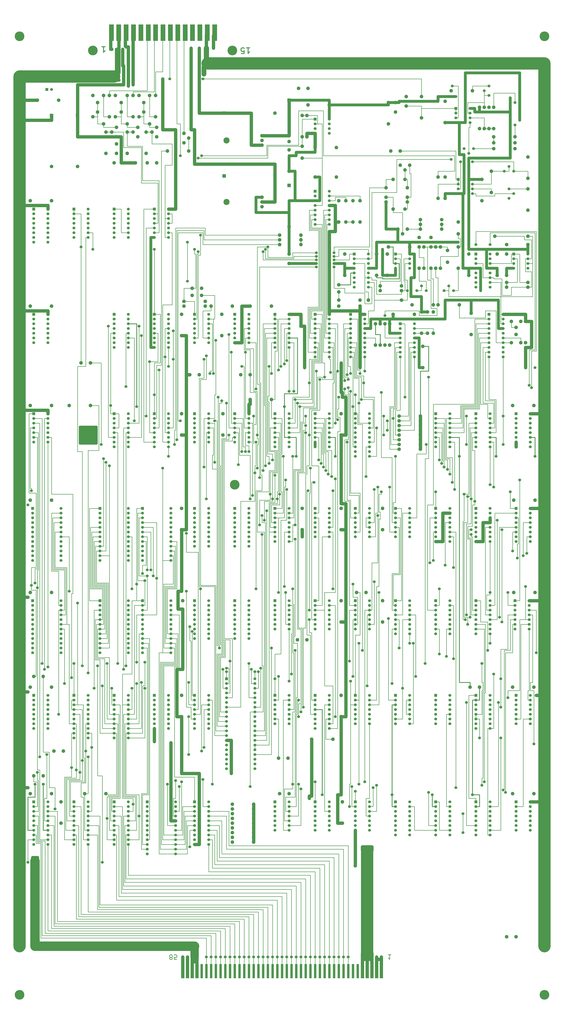
<source format=gbr>
G04 #@! TF.GenerationSoftware,KiCad,Pcbnew,(5.1.5)-3*
G04 #@! TF.CreationDate,2021-04-13T21:01:32-06:00*
G04 #@! TF.ProjectId,Star_Wars_Vector_PCB,53746172-5f57-4617-9273-5f566563746f,rev?*
G04 #@! TF.SameCoordinates,Original*
G04 #@! TF.FileFunction,Copper,L2,Bot*
G04 #@! TF.FilePolarity,Positive*
%FSLAX46Y46*%
G04 Gerber Fmt 4.6, Leading zero omitted, Abs format (unit mm)*
G04 Created by KiCad (PCBNEW (5.1.5)-3) date 2021-04-13 21:01:33*
%MOMM*%
%LPD*%
G04 APERTURE LIST*
%ADD10C,0.508000*%
%ADD11C,0.300000*%
%ADD12C,5.207000*%
%ADD13C,1.524000*%
%ADD14R,1.524000X1.524000*%
%ADD15C,1.905000*%
%ADD16C,0.100000*%
%ADD17R,2.540000X8.890000*%
%ADD18R,1.905000X1.905000*%
%ADD19C,3.302000*%
%ADD20C,0.250000*%
%ADD21C,1.778000*%
%ADD22C,2.540000*%
%ADD23C,6.604000*%
%ADD24C,2.794000*%
%ADD25C,1.524000*%
%ADD26C,0.381000*%
%ADD27C,5.080000*%
%ADD28C,4.445000*%
%ADD29C,0.254000*%
G04 APERTURE END LIST*
D10*
X152345571Y-58946142D02*
X154087285Y-58946142D01*
X153216428Y-58946142D02*
X153216428Y-61994142D01*
X153506714Y-61558714D01*
X153797000Y-61268428D01*
X154087285Y-61123285D01*
X149587857Y-61994142D02*
X151039285Y-61994142D01*
X151184428Y-60542714D01*
X151039285Y-60687857D01*
X150749000Y-60833000D01*
X150023285Y-60833000D01*
X149733000Y-60687857D01*
X149587857Y-60542714D01*
X149442714Y-60252428D01*
X149442714Y-59526714D01*
X149587857Y-59236428D01*
X149733000Y-59091285D01*
X150023285Y-58946142D01*
X150749000Y-58946142D01*
X151039285Y-59091285D01*
X151184428Y-59236428D01*
X74694142Y-58311142D02*
X76435857Y-58311142D01*
X75565000Y-58311142D02*
X75565000Y-61359142D01*
X75855285Y-60923714D01*
X76145571Y-60633428D01*
X76435857Y-60488285D01*
D11*
X111578571Y-547037380D02*
X111336666Y-547158333D01*
X111215714Y-547279285D01*
X111094761Y-547521190D01*
X111094761Y-547642142D01*
X111215714Y-547884047D01*
X111336666Y-548005000D01*
X111578571Y-548125952D01*
X112062380Y-548125952D01*
X112304285Y-548005000D01*
X112425238Y-547884047D01*
X112546190Y-547642142D01*
X112546190Y-547521190D01*
X112425238Y-547279285D01*
X112304285Y-547158333D01*
X112062380Y-547037380D01*
X111578571Y-547037380D01*
X111336666Y-546916428D01*
X111215714Y-546795476D01*
X111094761Y-546553571D01*
X111094761Y-546069761D01*
X111215714Y-545827857D01*
X111336666Y-545706904D01*
X111578571Y-545585952D01*
X112062380Y-545585952D01*
X112304285Y-545706904D01*
X112425238Y-545827857D01*
X112546190Y-546069761D01*
X112546190Y-546553571D01*
X112425238Y-546795476D01*
X112304285Y-546916428D01*
X112062380Y-547037380D01*
X114844285Y-548125952D02*
X113634761Y-548125952D01*
X113513809Y-546916428D01*
X113634761Y-547037380D01*
X113876666Y-547158333D01*
X114481428Y-547158333D01*
X114723333Y-547037380D01*
X114844285Y-546916428D01*
X114965238Y-546674523D01*
X114965238Y-546069761D01*
X114844285Y-545827857D01*
X114723333Y-545706904D01*
X114481428Y-545585952D01*
X113876666Y-545585952D01*
X113634761Y-545706904D01*
X113513809Y-545827857D01*
X229960714Y-545585952D02*
X228509285Y-545585952D01*
X229235000Y-545585952D02*
X229235000Y-548125952D01*
X228993095Y-547763095D01*
X228751190Y-547521190D01*
X228509285Y-547400238D01*
D12*
X30480000Y-567055000D03*
X312420000Y-567055000D03*
X146050000Y-293370000D03*
X30480000Y-52705000D03*
X69850000Y-60325000D03*
X144780000Y-60325000D03*
X312420000Y-52705000D03*
D13*
X34925000Y-304165000D03*
X34925000Y-353695000D03*
X144145000Y-448310000D03*
X102870000Y-431165000D03*
X307975000Y-406400000D03*
X34925000Y-404495000D03*
X40005000Y-493395000D03*
X37465000Y-493395000D03*
X125730000Y-546735000D03*
X123190000Y-546735000D03*
X219710000Y-487680000D03*
X214630000Y-487680000D03*
X217170000Y-487680000D03*
X214630000Y-546735000D03*
X217170000Y-546735000D03*
X146050000Y-546735000D03*
X148590000Y-546735000D03*
X151130000Y-546735000D03*
X153670000Y-546735000D03*
X156210000Y-546735000D03*
X158750000Y-546735000D03*
X161290000Y-546735000D03*
X163830000Y-546735000D03*
X166370000Y-546735000D03*
X168910000Y-546735000D03*
X171450000Y-546735000D03*
X173990000Y-546735000D03*
X176530000Y-546735000D03*
X179070000Y-546735000D03*
X181610000Y-546735000D03*
X184150000Y-546735000D03*
X143510000Y-546735000D03*
X140970000Y-546735000D03*
X138430000Y-546735000D03*
X135890000Y-546735000D03*
X133350000Y-546735000D03*
X130810000Y-546735000D03*
X186690000Y-546735000D03*
X189230000Y-546735000D03*
X191770000Y-546735000D03*
X194310000Y-546735000D03*
X196850000Y-546735000D03*
X199390000Y-546735000D03*
X201930000Y-546735000D03*
X204470000Y-546735000D03*
X207010000Y-546735000D03*
X34925000Y-455930000D03*
X129540000Y-73025000D03*
X129540000Y-69215000D03*
X83820000Y-59690000D03*
X83820000Y-76200000D03*
X83820000Y-72390000D03*
X219710000Y-546735000D03*
X120650000Y-546735000D03*
X118110000Y-546735000D03*
X31750000Y-542925000D03*
X31750000Y-539115000D03*
X222250000Y-546735000D03*
X224790000Y-546735000D03*
X297180000Y-471170000D03*
X297180000Y-468630000D03*
D14*
X297180000Y-463550000D03*
D13*
X297180000Y-466090000D03*
X297180000Y-473710000D03*
X297180000Y-476250000D03*
X297180000Y-478790000D03*
X304800000Y-478790000D03*
X304800000Y-476250000D03*
X304800000Y-473710000D03*
X304800000Y-471170000D03*
X304800000Y-468630000D03*
X304800000Y-466090000D03*
X304800000Y-463550000D03*
X275590000Y-471170000D03*
X275590000Y-468630000D03*
X275590000Y-466090000D03*
D14*
X275590000Y-463550000D03*
D13*
X275590000Y-473710000D03*
X275590000Y-476250000D03*
X275590000Y-478790000D03*
X275590000Y-481330000D03*
X283210000Y-481330000D03*
X283210000Y-478790000D03*
X283210000Y-476250000D03*
X283210000Y-473710000D03*
X283210000Y-471170000D03*
X283210000Y-468630000D03*
X283210000Y-466090000D03*
X283210000Y-463550000D03*
X254000000Y-471170000D03*
X254000000Y-468630000D03*
X254000000Y-466090000D03*
D14*
X254000000Y-463550000D03*
D13*
X254000000Y-473710000D03*
X254000000Y-476250000D03*
X254000000Y-478790000D03*
X254000000Y-481330000D03*
X261620000Y-481330000D03*
X261620000Y-478790000D03*
X261620000Y-476250000D03*
X261620000Y-473710000D03*
X261620000Y-471170000D03*
X261620000Y-468630000D03*
X261620000Y-466090000D03*
X261620000Y-463550000D03*
X232410000Y-471170000D03*
X232410000Y-468630000D03*
X232410000Y-466090000D03*
D14*
X232410000Y-463550000D03*
D13*
X232410000Y-473710000D03*
X232410000Y-476250000D03*
X232410000Y-478790000D03*
X232410000Y-481330000D03*
X240030000Y-481330000D03*
X240030000Y-478790000D03*
X240030000Y-476250000D03*
X240030000Y-473710000D03*
X240030000Y-471170000D03*
X240030000Y-468630000D03*
X240030000Y-466090000D03*
X240030000Y-463550000D03*
X210820000Y-471170000D03*
X210820000Y-468630000D03*
D14*
X210820000Y-463550000D03*
D13*
X210820000Y-466090000D03*
X210820000Y-473710000D03*
X210820000Y-476250000D03*
X210820000Y-478790000D03*
X218440000Y-478790000D03*
X218440000Y-476250000D03*
X218440000Y-473710000D03*
X218440000Y-471170000D03*
X218440000Y-468630000D03*
X218440000Y-466090000D03*
X218440000Y-463550000D03*
X189230000Y-471170000D03*
X189230000Y-468630000D03*
D14*
X189230000Y-463550000D03*
D13*
X189230000Y-466090000D03*
X189230000Y-473710000D03*
X189230000Y-476250000D03*
X189230000Y-478790000D03*
X196850000Y-478790000D03*
X196850000Y-476250000D03*
X196850000Y-473710000D03*
X196850000Y-471170000D03*
X196850000Y-468630000D03*
X196850000Y-466090000D03*
X196850000Y-463550000D03*
D14*
X124460000Y-463550000D03*
D13*
X124460000Y-466090000D03*
X124460000Y-468630000D03*
X124460000Y-471170000D03*
X124460000Y-473710000D03*
X124460000Y-476250000D03*
X124460000Y-478790000D03*
X124460000Y-481330000D03*
X124460000Y-483870000D03*
X124460000Y-486410000D03*
X132080000Y-486410000D03*
X132080000Y-483870000D03*
X132080000Y-481330000D03*
X132080000Y-478790000D03*
X132080000Y-476250000D03*
X132080000Y-473710000D03*
X132080000Y-471170000D03*
X132080000Y-468630000D03*
X132080000Y-466090000D03*
X132080000Y-463550000D03*
D14*
X99060000Y-463550000D03*
D13*
X99060000Y-466090000D03*
X99060000Y-468630000D03*
X99060000Y-471170000D03*
X99060000Y-473710000D03*
X99060000Y-476250000D03*
X99060000Y-478790000D03*
X99060000Y-481330000D03*
X99060000Y-483870000D03*
X99060000Y-486410000D03*
X99060000Y-488950000D03*
X99060000Y-491490000D03*
X114300000Y-491490000D03*
X114300000Y-488950000D03*
X114300000Y-486410000D03*
X114300000Y-483870000D03*
X114300000Y-481330000D03*
X114300000Y-478790000D03*
X114300000Y-476250000D03*
X114300000Y-473710000D03*
X114300000Y-471170000D03*
X114300000Y-468630000D03*
X114300000Y-466090000D03*
X114300000Y-463550000D03*
D14*
X81280000Y-463550000D03*
D13*
X81280000Y-466090000D03*
X81280000Y-468630000D03*
X81280000Y-471170000D03*
X81280000Y-473710000D03*
X81280000Y-476250000D03*
X81280000Y-478790000D03*
X81280000Y-481330000D03*
X81280000Y-483870000D03*
X81280000Y-486410000D03*
X88900000Y-486410000D03*
X88900000Y-483870000D03*
X88900000Y-481330000D03*
X88900000Y-478790000D03*
X88900000Y-476250000D03*
X88900000Y-473710000D03*
X88900000Y-471170000D03*
X88900000Y-468630000D03*
X88900000Y-466090000D03*
X88900000Y-463550000D03*
D14*
X59690000Y-463550000D03*
D13*
X59690000Y-466090000D03*
X59690000Y-468630000D03*
X59690000Y-471170000D03*
X59690000Y-473710000D03*
X59690000Y-476250000D03*
X59690000Y-478790000D03*
X59690000Y-481330000D03*
X59690000Y-483870000D03*
X59690000Y-486410000D03*
X67310000Y-486410000D03*
X67310000Y-483870000D03*
X67310000Y-481330000D03*
X67310000Y-478790000D03*
X67310000Y-476250000D03*
X67310000Y-473710000D03*
X67310000Y-471170000D03*
X67310000Y-468630000D03*
X67310000Y-466090000D03*
X67310000Y-463550000D03*
D14*
X38100000Y-463550000D03*
D13*
X38100000Y-466090000D03*
X38100000Y-468630000D03*
X38100000Y-471170000D03*
X38100000Y-473710000D03*
X38100000Y-476250000D03*
X38100000Y-478790000D03*
X38100000Y-481330000D03*
X38100000Y-483870000D03*
X38100000Y-486410000D03*
X45720000Y-486410000D03*
X45720000Y-483870000D03*
X45720000Y-481330000D03*
X45720000Y-478790000D03*
X45720000Y-476250000D03*
X45720000Y-473710000D03*
X45720000Y-471170000D03*
X45720000Y-468630000D03*
X45720000Y-466090000D03*
X45720000Y-463550000D03*
X297180000Y-414020000D03*
X297180000Y-411480000D03*
D14*
X297180000Y-406400000D03*
D13*
X297180000Y-408940000D03*
X297180000Y-416560000D03*
X297180000Y-419100000D03*
X297180000Y-421640000D03*
X304800000Y-421640000D03*
X304800000Y-419100000D03*
X304800000Y-416560000D03*
X304800000Y-414020000D03*
X304800000Y-411480000D03*
X304800000Y-408940000D03*
X304800000Y-406400000D03*
X275590000Y-414020000D03*
X275590000Y-411480000D03*
X275590000Y-408940000D03*
D14*
X275590000Y-406400000D03*
D13*
X275590000Y-416560000D03*
X275590000Y-419100000D03*
X275590000Y-421640000D03*
X275590000Y-424180000D03*
X283210000Y-424180000D03*
X283210000Y-421640000D03*
X283210000Y-419100000D03*
X283210000Y-416560000D03*
X283210000Y-414020000D03*
X283210000Y-411480000D03*
X283210000Y-408940000D03*
X283210000Y-406400000D03*
X254000000Y-414020000D03*
X254000000Y-411480000D03*
D14*
X254000000Y-406400000D03*
D13*
X254000000Y-408940000D03*
X254000000Y-416560000D03*
X254000000Y-419100000D03*
X254000000Y-421640000D03*
X261620000Y-421640000D03*
X261620000Y-419100000D03*
X261620000Y-416560000D03*
X261620000Y-414020000D03*
X261620000Y-411480000D03*
X261620000Y-408940000D03*
X261620000Y-406400000D03*
X232410000Y-414020000D03*
X232410000Y-411480000D03*
D14*
X232410000Y-406400000D03*
D13*
X232410000Y-408940000D03*
X232410000Y-416560000D03*
X232410000Y-419100000D03*
X232410000Y-421640000D03*
X240030000Y-421640000D03*
X240030000Y-419100000D03*
X240030000Y-416560000D03*
X240030000Y-414020000D03*
X240030000Y-411480000D03*
X240030000Y-408940000D03*
X240030000Y-406400000D03*
X210820000Y-414020000D03*
X210820000Y-411480000D03*
D14*
X210820000Y-406400000D03*
D13*
X210820000Y-408940000D03*
X210820000Y-416560000D03*
X210820000Y-419100000D03*
X210820000Y-421640000D03*
X218440000Y-421640000D03*
X218440000Y-419100000D03*
X218440000Y-416560000D03*
X218440000Y-414020000D03*
X218440000Y-411480000D03*
X218440000Y-408940000D03*
X218440000Y-406400000D03*
X189230000Y-414020000D03*
X189230000Y-411480000D03*
X189230000Y-408940000D03*
D14*
X189230000Y-406400000D03*
D13*
X189230000Y-416560000D03*
X189230000Y-419100000D03*
X189230000Y-421640000D03*
X189230000Y-424180000D03*
X196850000Y-424180000D03*
X196850000Y-421640000D03*
X196850000Y-419100000D03*
X196850000Y-416560000D03*
X196850000Y-414020000D03*
X196850000Y-411480000D03*
X196850000Y-408940000D03*
X196850000Y-406400000D03*
X167640000Y-414020000D03*
X167640000Y-411480000D03*
D14*
X167640000Y-406400000D03*
D13*
X167640000Y-408940000D03*
X167640000Y-416560000D03*
X167640000Y-419100000D03*
X167640000Y-421640000D03*
X175260000Y-421640000D03*
X175260000Y-419100000D03*
X175260000Y-416560000D03*
X175260000Y-414020000D03*
X175260000Y-411480000D03*
X175260000Y-408940000D03*
X175260000Y-406400000D03*
X156845000Y-427990000D03*
X156845000Y-430530000D03*
X156845000Y-433070000D03*
X156845000Y-435610000D03*
X156845000Y-438150000D03*
X156845000Y-440690000D03*
X156845000Y-443230000D03*
X156845000Y-445770000D03*
X141605000Y-445770000D03*
X141605000Y-443230000D03*
X141605000Y-440690000D03*
X141605000Y-438150000D03*
X141605000Y-435610000D03*
X141605000Y-433070000D03*
X141605000Y-430530000D03*
X141605000Y-427990000D03*
D14*
X141605000Y-397510000D03*
D13*
X141605000Y-400050000D03*
X141605000Y-402590000D03*
X141605000Y-405130000D03*
X141605000Y-407670000D03*
X141605000Y-410210000D03*
X141605000Y-412750000D03*
X141605000Y-415290000D03*
X141605000Y-417830000D03*
X141605000Y-420370000D03*
X141605000Y-422910000D03*
X141605000Y-425450000D03*
X156845000Y-425450000D03*
X156845000Y-422910000D03*
X156845000Y-420370000D03*
X156845000Y-417830000D03*
X156845000Y-415290000D03*
X156845000Y-412750000D03*
X156845000Y-410210000D03*
X156845000Y-407670000D03*
X156845000Y-405130000D03*
X156845000Y-402590000D03*
X156845000Y-400050000D03*
X156845000Y-397510000D03*
X124460000Y-414020000D03*
X124460000Y-411480000D03*
X124460000Y-408940000D03*
D14*
X124460000Y-406400000D03*
D13*
X124460000Y-416560000D03*
X124460000Y-419100000D03*
X124460000Y-421640000D03*
X124460000Y-424180000D03*
X132080000Y-424180000D03*
X132080000Y-421640000D03*
X132080000Y-419100000D03*
X132080000Y-416560000D03*
X132080000Y-414020000D03*
X132080000Y-411480000D03*
X132080000Y-408940000D03*
X132080000Y-406400000D03*
X102870000Y-414020000D03*
X102870000Y-411480000D03*
X102870000Y-408940000D03*
D14*
X102870000Y-406400000D03*
D13*
X102870000Y-416560000D03*
X102870000Y-419100000D03*
X102870000Y-421640000D03*
X102870000Y-424180000D03*
X110490000Y-424180000D03*
X110490000Y-421640000D03*
X110490000Y-419100000D03*
X110490000Y-416560000D03*
X110490000Y-414020000D03*
X110490000Y-411480000D03*
X110490000Y-408940000D03*
X110490000Y-406400000D03*
D14*
X81280000Y-406400000D03*
D13*
X81280000Y-408940000D03*
X81280000Y-411480000D03*
X81280000Y-414020000D03*
X81280000Y-416560000D03*
X81280000Y-419100000D03*
X81280000Y-421640000D03*
X81280000Y-424180000D03*
X81280000Y-426720000D03*
X81280000Y-429260000D03*
X88900000Y-429260000D03*
X88900000Y-426720000D03*
X88900000Y-424180000D03*
X88900000Y-421640000D03*
X88900000Y-419100000D03*
X88900000Y-416560000D03*
X88900000Y-414020000D03*
X88900000Y-411480000D03*
X88900000Y-408940000D03*
X88900000Y-406400000D03*
D14*
X59690000Y-406400000D03*
D13*
X59690000Y-408940000D03*
X59690000Y-411480000D03*
X59690000Y-414020000D03*
X59690000Y-416560000D03*
X59690000Y-419100000D03*
X59690000Y-421640000D03*
X59690000Y-424180000D03*
X59690000Y-426720000D03*
X59690000Y-429260000D03*
X67310000Y-429260000D03*
X67310000Y-426720000D03*
X67310000Y-424180000D03*
X67310000Y-421640000D03*
X67310000Y-419100000D03*
X67310000Y-416560000D03*
X67310000Y-414020000D03*
X67310000Y-411480000D03*
X67310000Y-408940000D03*
X67310000Y-406400000D03*
X38100000Y-414020000D03*
X38100000Y-411480000D03*
X38100000Y-408940000D03*
D14*
X38100000Y-406400000D03*
D13*
X38100000Y-416560000D03*
X38100000Y-419100000D03*
X38100000Y-421640000D03*
X38100000Y-424180000D03*
X45720000Y-424180000D03*
X45720000Y-421640000D03*
X45720000Y-419100000D03*
X45720000Y-416560000D03*
X45720000Y-414020000D03*
X45720000Y-411480000D03*
X45720000Y-408940000D03*
X45720000Y-406400000D03*
X296545000Y-363220000D03*
X296545000Y-360680000D03*
D14*
X296545000Y-355600000D03*
D13*
X296545000Y-358140000D03*
X296545000Y-365760000D03*
X296545000Y-368300000D03*
X296545000Y-370840000D03*
X304165000Y-370840000D03*
X304165000Y-368300000D03*
X304165000Y-365760000D03*
X304165000Y-363220000D03*
X304165000Y-360680000D03*
X304165000Y-358140000D03*
X304165000Y-355600000D03*
X275590000Y-363220000D03*
X275590000Y-360680000D03*
X275590000Y-358140000D03*
D14*
X275590000Y-355600000D03*
D13*
X275590000Y-365760000D03*
X275590000Y-368300000D03*
X275590000Y-370840000D03*
X275590000Y-373380000D03*
X283210000Y-373380000D03*
X283210000Y-370840000D03*
X283210000Y-368300000D03*
X283210000Y-365760000D03*
X283210000Y-363220000D03*
X283210000Y-360680000D03*
X283210000Y-358140000D03*
X283210000Y-355600000D03*
X254000000Y-363220000D03*
X254000000Y-360680000D03*
X254000000Y-358140000D03*
D14*
X254000000Y-355600000D03*
D13*
X254000000Y-365760000D03*
X254000000Y-368300000D03*
X254000000Y-370840000D03*
X254000000Y-373380000D03*
X261620000Y-373380000D03*
X261620000Y-370840000D03*
X261620000Y-368300000D03*
X261620000Y-365760000D03*
X261620000Y-363220000D03*
X261620000Y-360680000D03*
X261620000Y-358140000D03*
X261620000Y-355600000D03*
X232410000Y-363220000D03*
X232410000Y-360680000D03*
X232410000Y-358140000D03*
D14*
X232410000Y-355600000D03*
D13*
X232410000Y-365760000D03*
X232410000Y-368300000D03*
X232410000Y-370840000D03*
X232410000Y-373380000D03*
X240030000Y-373380000D03*
X240030000Y-370840000D03*
X240030000Y-368300000D03*
X240030000Y-365760000D03*
X240030000Y-363220000D03*
X240030000Y-360680000D03*
X240030000Y-358140000D03*
X240030000Y-355600000D03*
X210820000Y-363220000D03*
X210820000Y-360680000D03*
D14*
X210820000Y-355600000D03*
D13*
X210820000Y-358140000D03*
X210820000Y-365760000D03*
X210820000Y-368300000D03*
X210820000Y-370840000D03*
X218440000Y-370840000D03*
X218440000Y-368300000D03*
X218440000Y-365760000D03*
X218440000Y-363220000D03*
X218440000Y-360680000D03*
X218440000Y-358140000D03*
X218440000Y-355600000D03*
X189230000Y-363220000D03*
X189230000Y-360680000D03*
D14*
X189230000Y-355600000D03*
D13*
X189230000Y-358140000D03*
X189230000Y-365760000D03*
X189230000Y-368300000D03*
X189230000Y-370840000D03*
X196850000Y-370840000D03*
X196850000Y-368300000D03*
X196850000Y-365760000D03*
X196850000Y-363220000D03*
X196850000Y-360680000D03*
X196850000Y-358140000D03*
X196850000Y-355600000D03*
X167640000Y-363220000D03*
X167640000Y-360680000D03*
D14*
X167640000Y-355600000D03*
D13*
X167640000Y-358140000D03*
X167640000Y-365760000D03*
X167640000Y-368300000D03*
X167640000Y-370840000D03*
X175260000Y-370840000D03*
X175260000Y-368300000D03*
X175260000Y-365760000D03*
X175260000Y-363220000D03*
X175260000Y-360680000D03*
X175260000Y-358140000D03*
X175260000Y-355600000D03*
X146050000Y-365760000D03*
X146050000Y-363220000D03*
X146050000Y-360680000D03*
X146050000Y-358140000D03*
D14*
X146050000Y-355600000D03*
D13*
X146050000Y-368300000D03*
X146050000Y-370840000D03*
X146050000Y-373380000D03*
X146050000Y-375920000D03*
X153670000Y-375920000D03*
X153670000Y-373380000D03*
X153670000Y-370840000D03*
X153670000Y-368300000D03*
X153670000Y-365760000D03*
X153670000Y-363220000D03*
X153670000Y-360680000D03*
X153670000Y-358140000D03*
X153670000Y-355600000D03*
X124460000Y-365760000D03*
X124460000Y-363220000D03*
X124460000Y-360680000D03*
X124460000Y-358140000D03*
D14*
X124460000Y-355600000D03*
D13*
X124460000Y-368300000D03*
X124460000Y-370840000D03*
X124460000Y-373380000D03*
X124460000Y-375920000D03*
X132080000Y-375920000D03*
X132080000Y-373380000D03*
X132080000Y-370840000D03*
X132080000Y-368300000D03*
X132080000Y-365760000D03*
X132080000Y-363220000D03*
X132080000Y-360680000D03*
X132080000Y-358140000D03*
X132080000Y-355600000D03*
D14*
X96520000Y-355600000D03*
D13*
X96520000Y-358140000D03*
X96520000Y-360680000D03*
X96520000Y-363220000D03*
X96520000Y-365760000D03*
X96520000Y-368300000D03*
X96520000Y-370840000D03*
X96520000Y-373380000D03*
X96520000Y-375920000D03*
X96520000Y-378460000D03*
X96520000Y-381000000D03*
X96520000Y-383540000D03*
X111760000Y-383540000D03*
X111760000Y-381000000D03*
X111760000Y-378460000D03*
X111760000Y-375920000D03*
X111760000Y-373380000D03*
X111760000Y-370840000D03*
X111760000Y-368300000D03*
X111760000Y-365760000D03*
X111760000Y-363220000D03*
X111760000Y-360680000D03*
X111760000Y-358140000D03*
X111760000Y-355600000D03*
D14*
X73660000Y-355600000D03*
D13*
X73660000Y-358140000D03*
X73660000Y-360680000D03*
X73660000Y-363220000D03*
X73660000Y-365760000D03*
X73660000Y-368300000D03*
X73660000Y-370840000D03*
X73660000Y-373380000D03*
X73660000Y-375920000D03*
X73660000Y-378460000D03*
X73660000Y-381000000D03*
X73660000Y-383540000D03*
X88900000Y-383540000D03*
X88900000Y-381000000D03*
X88900000Y-378460000D03*
X88900000Y-375920000D03*
X88900000Y-373380000D03*
X88900000Y-370840000D03*
X88900000Y-368300000D03*
X88900000Y-365760000D03*
X88900000Y-363220000D03*
X88900000Y-360680000D03*
X88900000Y-358140000D03*
X88900000Y-355600000D03*
D14*
X37465000Y-355600000D03*
D13*
X37465000Y-358140000D03*
X37465000Y-360680000D03*
X37465000Y-363220000D03*
X37465000Y-365760000D03*
X37465000Y-368300000D03*
X37465000Y-370840000D03*
X37465000Y-373380000D03*
X37465000Y-375920000D03*
X37465000Y-378460000D03*
X37465000Y-381000000D03*
X37465000Y-383540000D03*
X52705000Y-383540000D03*
X52705000Y-381000000D03*
X52705000Y-378460000D03*
X52705000Y-375920000D03*
X52705000Y-373380000D03*
X52705000Y-370840000D03*
X52705000Y-368300000D03*
X52705000Y-365760000D03*
X52705000Y-363220000D03*
X52705000Y-360680000D03*
X52705000Y-358140000D03*
X52705000Y-355600000D03*
X297180000Y-313690000D03*
X297180000Y-311150000D03*
X297180000Y-308610000D03*
D14*
X297180000Y-306070000D03*
D13*
X297180000Y-316230000D03*
X297180000Y-318770000D03*
X297180000Y-321310000D03*
X297180000Y-323850000D03*
X304800000Y-323850000D03*
X304800000Y-321310000D03*
X304800000Y-318770000D03*
X304800000Y-316230000D03*
X304800000Y-313690000D03*
X304800000Y-311150000D03*
X304800000Y-308610000D03*
X304800000Y-306070000D03*
X275590000Y-313690000D03*
X275590000Y-311150000D03*
X275590000Y-308610000D03*
D14*
X275590000Y-306070000D03*
D13*
X275590000Y-316230000D03*
X275590000Y-318770000D03*
X275590000Y-321310000D03*
X275590000Y-323850000D03*
X283210000Y-323850000D03*
X283210000Y-321310000D03*
X283210000Y-318770000D03*
X283210000Y-316230000D03*
X283210000Y-313690000D03*
X283210000Y-311150000D03*
X283210000Y-308610000D03*
X283210000Y-306070000D03*
X254000000Y-313690000D03*
X254000000Y-311150000D03*
X254000000Y-308610000D03*
D14*
X254000000Y-306070000D03*
D13*
X254000000Y-316230000D03*
X254000000Y-318770000D03*
X254000000Y-321310000D03*
X254000000Y-323850000D03*
X261620000Y-323850000D03*
X261620000Y-321310000D03*
X261620000Y-318770000D03*
X261620000Y-316230000D03*
X261620000Y-313690000D03*
X261620000Y-311150000D03*
X261620000Y-308610000D03*
X261620000Y-306070000D03*
X232410000Y-313690000D03*
X232410000Y-311150000D03*
D14*
X232410000Y-306070000D03*
D13*
X232410000Y-308610000D03*
X232410000Y-316230000D03*
X232410000Y-318770000D03*
X232410000Y-321310000D03*
X240030000Y-321310000D03*
X240030000Y-318770000D03*
X240030000Y-316230000D03*
X240030000Y-313690000D03*
X240030000Y-311150000D03*
X240030000Y-308610000D03*
X240030000Y-306070000D03*
X210820000Y-313690000D03*
X210820000Y-311150000D03*
D14*
X210820000Y-306070000D03*
D13*
X210820000Y-308610000D03*
X210820000Y-316230000D03*
X210820000Y-318770000D03*
X210820000Y-321310000D03*
X218440000Y-321310000D03*
X218440000Y-318770000D03*
X218440000Y-316230000D03*
X218440000Y-313690000D03*
X218440000Y-311150000D03*
X218440000Y-308610000D03*
X218440000Y-306070000D03*
X189230000Y-313690000D03*
X189230000Y-311150000D03*
D14*
X189230000Y-306070000D03*
D13*
X189230000Y-308610000D03*
X189230000Y-316230000D03*
X189230000Y-318770000D03*
X189230000Y-321310000D03*
X196850000Y-321310000D03*
X196850000Y-318770000D03*
X196850000Y-316230000D03*
X196850000Y-313690000D03*
X196850000Y-311150000D03*
X196850000Y-308610000D03*
X196850000Y-306070000D03*
X167640000Y-313690000D03*
X167640000Y-311150000D03*
X167640000Y-308610000D03*
D14*
X167640000Y-306070000D03*
D13*
X167640000Y-316230000D03*
X167640000Y-318770000D03*
X167640000Y-321310000D03*
X167640000Y-323850000D03*
X175260000Y-323850000D03*
X175260000Y-321310000D03*
X175260000Y-318770000D03*
X175260000Y-316230000D03*
X175260000Y-313690000D03*
X175260000Y-311150000D03*
X175260000Y-308610000D03*
X175260000Y-306070000D03*
X146050000Y-316230000D03*
X146050000Y-313690000D03*
X146050000Y-311150000D03*
X146050000Y-308610000D03*
D14*
X146050000Y-306070000D03*
D13*
X146050000Y-318770000D03*
X146050000Y-321310000D03*
X146050000Y-323850000D03*
X146050000Y-326390000D03*
X153670000Y-326390000D03*
X153670000Y-323850000D03*
X153670000Y-321310000D03*
X153670000Y-318770000D03*
X153670000Y-316230000D03*
X153670000Y-313690000D03*
X153670000Y-311150000D03*
X153670000Y-308610000D03*
X153670000Y-306070000D03*
X124460000Y-316230000D03*
X124460000Y-313690000D03*
X124460000Y-311150000D03*
X124460000Y-308610000D03*
D14*
X124460000Y-306070000D03*
D13*
X124460000Y-318770000D03*
X124460000Y-321310000D03*
X124460000Y-323850000D03*
X124460000Y-326390000D03*
X132080000Y-326390000D03*
X132080000Y-323850000D03*
X132080000Y-321310000D03*
X132080000Y-318770000D03*
X132080000Y-316230000D03*
X132080000Y-313690000D03*
X132080000Y-311150000D03*
X132080000Y-308610000D03*
X132080000Y-306070000D03*
D14*
X96520000Y-306070000D03*
D13*
X96520000Y-308610000D03*
X96520000Y-311150000D03*
X96520000Y-313690000D03*
X96520000Y-316230000D03*
X96520000Y-318770000D03*
X96520000Y-321310000D03*
X96520000Y-323850000D03*
X96520000Y-326390000D03*
X96520000Y-328930000D03*
X96520000Y-331470000D03*
X96520000Y-334010000D03*
X111760000Y-334010000D03*
X111760000Y-331470000D03*
X111760000Y-328930000D03*
X111760000Y-326390000D03*
X111760000Y-323850000D03*
X111760000Y-321310000D03*
X111760000Y-318770000D03*
X111760000Y-316230000D03*
X111760000Y-313690000D03*
X111760000Y-311150000D03*
X111760000Y-308610000D03*
X111760000Y-306070000D03*
D14*
X73660000Y-306070000D03*
D13*
X73660000Y-308610000D03*
X73660000Y-311150000D03*
X73660000Y-313690000D03*
X73660000Y-316230000D03*
X73660000Y-318770000D03*
X73660000Y-321310000D03*
X73660000Y-323850000D03*
X73660000Y-326390000D03*
X73660000Y-328930000D03*
X73660000Y-331470000D03*
X73660000Y-334010000D03*
X88900000Y-334010000D03*
X88900000Y-331470000D03*
X88900000Y-328930000D03*
X88900000Y-326390000D03*
X88900000Y-323850000D03*
X88900000Y-321310000D03*
X88900000Y-318770000D03*
X88900000Y-316230000D03*
X88900000Y-313690000D03*
X88900000Y-311150000D03*
X88900000Y-308610000D03*
X88900000Y-306070000D03*
D14*
X37465000Y-306070000D03*
D13*
X37465000Y-308610000D03*
X37465000Y-311150000D03*
X37465000Y-313690000D03*
X37465000Y-316230000D03*
X37465000Y-318770000D03*
X37465000Y-321310000D03*
X37465000Y-323850000D03*
X37465000Y-326390000D03*
X37465000Y-328930000D03*
X37465000Y-331470000D03*
X37465000Y-334010000D03*
X52705000Y-334010000D03*
X52705000Y-331470000D03*
X52705000Y-328930000D03*
X52705000Y-326390000D03*
X52705000Y-323850000D03*
X52705000Y-321310000D03*
X52705000Y-318770000D03*
X52705000Y-316230000D03*
X52705000Y-313690000D03*
X52705000Y-311150000D03*
X52705000Y-308610000D03*
X52705000Y-306070000D03*
X297180000Y-262890000D03*
X297180000Y-260350000D03*
X297180000Y-257810000D03*
D14*
X297180000Y-255270000D03*
D13*
X297180000Y-265430000D03*
X297180000Y-267970000D03*
X297180000Y-270510000D03*
X297180000Y-273050000D03*
X304800000Y-273050000D03*
X304800000Y-270510000D03*
X304800000Y-267970000D03*
X304800000Y-265430000D03*
X304800000Y-262890000D03*
X304800000Y-260350000D03*
X304800000Y-257810000D03*
X304800000Y-255270000D03*
X275590000Y-262890000D03*
X275590000Y-260350000D03*
X275590000Y-257810000D03*
D14*
X275590000Y-255270000D03*
D13*
X275590000Y-265430000D03*
X275590000Y-267970000D03*
X275590000Y-270510000D03*
X275590000Y-273050000D03*
X283210000Y-273050000D03*
X283210000Y-270510000D03*
X283210000Y-267970000D03*
X283210000Y-265430000D03*
X283210000Y-262890000D03*
X283210000Y-260350000D03*
X283210000Y-257810000D03*
X283210000Y-255270000D03*
X254000000Y-262890000D03*
X254000000Y-260350000D03*
X254000000Y-257810000D03*
D14*
X254000000Y-255270000D03*
D13*
X254000000Y-265430000D03*
X254000000Y-267970000D03*
X254000000Y-270510000D03*
X254000000Y-273050000D03*
X261620000Y-273050000D03*
X261620000Y-270510000D03*
X261620000Y-267970000D03*
X261620000Y-265430000D03*
X261620000Y-262890000D03*
X261620000Y-260350000D03*
X261620000Y-257810000D03*
X261620000Y-255270000D03*
D14*
X210820000Y-255270000D03*
D13*
X210820000Y-257810000D03*
X210820000Y-260350000D03*
X210820000Y-262890000D03*
X210820000Y-265430000D03*
X210820000Y-267970000D03*
X210820000Y-270510000D03*
X210820000Y-273050000D03*
X210820000Y-275590000D03*
X210820000Y-278130000D03*
X218440000Y-278130000D03*
X218440000Y-275590000D03*
X218440000Y-273050000D03*
X218440000Y-270510000D03*
X218440000Y-267970000D03*
X218440000Y-265430000D03*
X218440000Y-262890000D03*
X218440000Y-260350000D03*
X218440000Y-257810000D03*
X218440000Y-255270000D03*
X189230000Y-262890000D03*
X189230000Y-260350000D03*
X189230000Y-257810000D03*
D14*
X189230000Y-255270000D03*
D13*
X189230000Y-265430000D03*
X189230000Y-267970000D03*
X189230000Y-270510000D03*
X189230000Y-273050000D03*
X196850000Y-273050000D03*
X196850000Y-270510000D03*
X196850000Y-267970000D03*
X196850000Y-265430000D03*
X196850000Y-262890000D03*
X196850000Y-260350000D03*
X196850000Y-257810000D03*
X196850000Y-255270000D03*
X167640000Y-262890000D03*
X167640000Y-260350000D03*
X167640000Y-257810000D03*
D14*
X167640000Y-255270000D03*
D13*
X167640000Y-265430000D03*
X167640000Y-267970000D03*
X167640000Y-270510000D03*
X167640000Y-273050000D03*
X175260000Y-273050000D03*
X175260000Y-270510000D03*
X175260000Y-267970000D03*
X175260000Y-265430000D03*
X175260000Y-262890000D03*
X175260000Y-260350000D03*
X175260000Y-257810000D03*
X175260000Y-255270000D03*
X146050000Y-262890000D03*
X146050000Y-260350000D03*
D14*
X146050000Y-255270000D03*
D13*
X146050000Y-257810000D03*
X146050000Y-265430000D03*
X146050000Y-267970000D03*
X146050000Y-270510000D03*
X153670000Y-270510000D03*
X153670000Y-267970000D03*
X153670000Y-265430000D03*
X153670000Y-262890000D03*
X153670000Y-260350000D03*
X153670000Y-257810000D03*
X153670000Y-255270000D03*
X124460000Y-262890000D03*
X124460000Y-260350000D03*
D14*
X124460000Y-255270000D03*
D13*
X124460000Y-257810000D03*
X124460000Y-265430000D03*
X124460000Y-267970000D03*
X124460000Y-270510000D03*
X132080000Y-270510000D03*
X132080000Y-267970000D03*
X132080000Y-265430000D03*
X132080000Y-262890000D03*
X132080000Y-260350000D03*
X132080000Y-257810000D03*
X132080000Y-255270000D03*
X102870000Y-262890000D03*
X102870000Y-260350000D03*
X102870000Y-257810000D03*
D14*
X102870000Y-255270000D03*
D13*
X102870000Y-265430000D03*
X102870000Y-267970000D03*
X102870000Y-270510000D03*
X102870000Y-273050000D03*
X110490000Y-273050000D03*
X110490000Y-270510000D03*
X110490000Y-267970000D03*
X110490000Y-265430000D03*
X110490000Y-262890000D03*
X110490000Y-260350000D03*
X110490000Y-257810000D03*
X110490000Y-255270000D03*
X81280000Y-262890000D03*
X81280000Y-260350000D03*
X81280000Y-257810000D03*
D14*
X81280000Y-255270000D03*
D13*
X81280000Y-265430000D03*
X81280000Y-267970000D03*
X81280000Y-270510000D03*
X81280000Y-273050000D03*
X88900000Y-273050000D03*
X88900000Y-270510000D03*
X88900000Y-267970000D03*
X88900000Y-265430000D03*
X88900000Y-262890000D03*
X88900000Y-260350000D03*
X88900000Y-257810000D03*
X88900000Y-255270000D03*
X38100000Y-262890000D03*
X38100000Y-260350000D03*
D14*
X38100000Y-255270000D03*
D13*
X38100000Y-257810000D03*
X38100000Y-265430000D03*
X38100000Y-267970000D03*
X38100000Y-270510000D03*
X45720000Y-270510000D03*
X45720000Y-267970000D03*
X45720000Y-265430000D03*
X45720000Y-262890000D03*
X45720000Y-260350000D03*
X45720000Y-257810000D03*
X45720000Y-255270000D03*
D14*
X282575000Y-201930000D03*
D13*
X282575000Y-204470000D03*
X282575000Y-207010000D03*
X282575000Y-209550000D03*
X282575000Y-212090000D03*
X282575000Y-214630000D03*
X282575000Y-217170000D03*
X282575000Y-219710000D03*
X282575000Y-222250000D03*
X282575000Y-224790000D03*
X290195000Y-224790000D03*
X290195000Y-222250000D03*
X290195000Y-219710000D03*
X290195000Y-217170000D03*
X290195000Y-214630000D03*
X290195000Y-212090000D03*
X290195000Y-209550000D03*
X290195000Y-207010000D03*
X290195000Y-204470000D03*
X290195000Y-201930000D03*
X242570000Y-207010000D03*
X242570000Y-209550000D03*
X242570000Y-212090000D03*
X242570000Y-214630000D03*
X242570000Y-217170000D03*
X242570000Y-219710000D03*
X242570000Y-222250000D03*
X242570000Y-224790000D03*
X234950000Y-224790000D03*
X234950000Y-222250000D03*
X234950000Y-219710000D03*
X234950000Y-217170000D03*
D14*
X234950000Y-207010000D03*
D13*
X234950000Y-209550000D03*
X234950000Y-212090000D03*
X234950000Y-214630000D03*
D14*
X208280000Y-201930000D03*
D13*
X208280000Y-204470000D03*
X208280000Y-207010000D03*
X208280000Y-209550000D03*
X208280000Y-212090000D03*
X208280000Y-214630000D03*
X208280000Y-217170000D03*
X208280000Y-219710000D03*
X208280000Y-222250000D03*
X208280000Y-224790000D03*
X215900000Y-224790000D03*
X215900000Y-222250000D03*
X215900000Y-219710000D03*
X215900000Y-217170000D03*
X215900000Y-214630000D03*
X215900000Y-212090000D03*
X215900000Y-209550000D03*
X215900000Y-207010000D03*
X215900000Y-204470000D03*
X215900000Y-201930000D03*
D14*
X189230000Y-201930000D03*
D13*
X189230000Y-204470000D03*
X189230000Y-207010000D03*
X189230000Y-209550000D03*
X189230000Y-212090000D03*
X189230000Y-214630000D03*
X189230000Y-217170000D03*
X189230000Y-219710000D03*
X189230000Y-222250000D03*
X189230000Y-224790000D03*
X196850000Y-224790000D03*
X196850000Y-222250000D03*
X196850000Y-219710000D03*
X196850000Y-217170000D03*
X196850000Y-214630000D03*
X196850000Y-212090000D03*
X196850000Y-209550000D03*
X196850000Y-207010000D03*
X196850000Y-204470000D03*
X196850000Y-201930000D03*
X167640000Y-209550000D03*
X167640000Y-207010000D03*
X167640000Y-204470000D03*
D14*
X167640000Y-201930000D03*
D13*
X167640000Y-212090000D03*
X167640000Y-214630000D03*
X167640000Y-217170000D03*
X167640000Y-219710000D03*
X175260000Y-219710000D03*
X175260000Y-217170000D03*
X175260000Y-214630000D03*
X175260000Y-212090000D03*
X175260000Y-209550000D03*
X175260000Y-207010000D03*
X175260000Y-204470000D03*
X175260000Y-201930000D03*
X146050000Y-209550000D03*
X146050000Y-207010000D03*
D14*
X146050000Y-201930000D03*
D13*
X146050000Y-204470000D03*
X146050000Y-212090000D03*
X146050000Y-214630000D03*
X146050000Y-217170000D03*
X153670000Y-217170000D03*
X153670000Y-214630000D03*
X153670000Y-212090000D03*
X153670000Y-209550000D03*
X153670000Y-207010000D03*
X153670000Y-204470000D03*
X153670000Y-201930000D03*
X124460000Y-209550000D03*
X124460000Y-207010000D03*
D14*
X124460000Y-201930000D03*
D13*
X124460000Y-204470000D03*
X124460000Y-212090000D03*
X124460000Y-214630000D03*
X124460000Y-217170000D03*
X132080000Y-217170000D03*
X132080000Y-214630000D03*
X132080000Y-212090000D03*
X132080000Y-209550000D03*
X132080000Y-207010000D03*
X132080000Y-204470000D03*
X132080000Y-201930000D03*
X102870000Y-209550000D03*
X102870000Y-207010000D03*
X102870000Y-204470000D03*
D14*
X102870000Y-201930000D03*
D13*
X102870000Y-212090000D03*
X102870000Y-214630000D03*
X102870000Y-217170000D03*
X102870000Y-219710000D03*
X110490000Y-219710000D03*
X110490000Y-217170000D03*
X110490000Y-214630000D03*
X110490000Y-212090000D03*
X110490000Y-209550000D03*
X110490000Y-207010000D03*
X110490000Y-204470000D03*
X110490000Y-201930000D03*
X81280000Y-209550000D03*
X81280000Y-207010000D03*
X81280000Y-204470000D03*
D14*
X81280000Y-201930000D03*
D13*
X81280000Y-212090000D03*
X81280000Y-214630000D03*
X81280000Y-217170000D03*
X81280000Y-219710000D03*
X88900000Y-219710000D03*
X88900000Y-217170000D03*
X88900000Y-214630000D03*
X88900000Y-212090000D03*
X88900000Y-209550000D03*
X88900000Y-207010000D03*
X88900000Y-204470000D03*
X88900000Y-201930000D03*
X38100000Y-209550000D03*
X38100000Y-207010000D03*
D14*
X38100000Y-201930000D03*
D13*
X38100000Y-204470000D03*
X38100000Y-212090000D03*
X38100000Y-214630000D03*
X38100000Y-217170000D03*
X45720000Y-217170000D03*
X45720000Y-214630000D03*
X45720000Y-212090000D03*
X45720000Y-209550000D03*
X45720000Y-207010000D03*
X45720000Y-204470000D03*
X45720000Y-201930000D03*
X295910000Y-172085000D03*
D14*
X295910000Y-169545000D03*
D13*
X295910000Y-174625000D03*
X295910000Y-177165000D03*
X303530000Y-177165000D03*
X303530000Y-174625000D03*
X303530000Y-172085000D03*
X303530000Y-169545000D03*
X275590000Y-177165000D03*
X275590000Y-174625000D03*
X275590000Y-172085000D03*
D14*
X275590000Y-169545000D03*
D13*
X275590000Y-179705000D03*
X275590000Y-182245000D03*
X275590000Y-184785000D03*
X275590000Y-187325000D03*
X283210000Y-187325000D03*
X283210000Y-184785000D03*
X283210000Y-182245000D03*
X283210000Y-179705000D03*
X283210000Y-177165000D03*
X283210000Y-174625000D03*
X283210000Y-172085000D03*
X283210000Y-169545000D03*
X232410000Y-172085000D03*
D14*
X232410000Y-169545000D03*
D13*
X232410000Y-174625000D03*
X232410000Y-177165000D03*
X240030000Y-177165000D03*
X240030000Y-174625000D03*
X240030000Y-172085000D03*
X240030000Y-169545000D03*
X210185000Y-177165000D03*
X210185000Y-174625000D03*
X210185000Y-172085000D03*
D14*
X210185000Y-169545000D03*
D13*
X210185000Y-179705000D03*
X210185000Y-182245000D03*
X210185000Y-184785000D03*
X210185000Y-187325000D03*
X217805000Y-187325000D03*
X217805000Y-184785000D03*
X217805000Y-182245000D03*
X217805000Y-179705000D03*
X217805000Y-177165000D03*
X217805000Y-174625000D03*
X217805000Y-172085000D03*
X217805000Y-169545000D03*
X266065000Y-132080000D03*
D14*
X266065000Y-129540000D03*
D13*
X266065000Y-134620000D03*
X266065000Y-137160000D03*
X273685000Y-137160000D03*
X273685000Y-134620000D03*
X273685000Y-132080000D03*
X273685000Y-129540000D03*
X264795000Y-93980000D03*
D14*
X264795000Y-91440000D03*
D13*
X264795000Y-96520000D03*
X264795000Y-99060000D03*
X272415000Y-99060000D03*
X272415000Y-96520000D03*
X272415000Y-93980000D03*
X272415000Y-91440000D03*
X189230000Y-143510000D03*
X189230000Y-140970000D03*
X189230000Y-138430000D03*
D14*
X189230000Y-135890000D03*
D13*
X189230000Y-146050000D03*
X189230000Y-148590000D03*
X189230000Y-151130000D03*
X189230000Y-153670000D03*
X196850000Y-153670000D03*
X196850000Y-151130000D03*
X196850000Y-148590000D03*
X196850000Y-146050000D03*
X196850000Y-143510000D03*
X196850000Y-140970000D03*
X196850000Y-138430000D03*
X196850000Y-135890000D03*
X189230000Y-99695000D03*
D14*
X189230000Y-97155000D03*
D13*
X189230000Y-102235000D03*
X189230000Y-104775000D03*
X196850000Y-104775000D03*
X196850000Y-102235000D03*
X196850000Y-99695000D03*
X196850000Y-97155000D03*
X102870000Y-153035000D03*
X102870000Y-150495000D03*
D14*
X102870000Y-145415000D03*
D13*
X102870000Y-147955000D03*
X102870000Y-155575000D03*
X102870000Y-158115000D03*
X102870000Y-160655000D03*
X110490000Y-160655000D03*
X110490000Y-158115000D03*
X110490000Y-155575000D03*
X110490000Y-153035000D03*
X110490000Y-150495000D03*
X110490000Y-147955000D03*
X110490000Y-145415000D03*
X81280000Y-153035000D03*
X81280000Y-150495000D03*
D14*
X81280000Y-145415000D03*
D13*
X81280000Y-147955000D03*
X81280000Y-155575000D03*
X81280000Y-158115000D03*
X81280000Y-160655000D03*
X88900000Y-160655000D03*
X88900000Y-158115000D03*
X88900000Y-155575000D03*
X88900000Y-153035000D03*
X88900000Y-150495000D03*
X88900000Y-147955000D03*
X88900000Y-145415000D03*
X59690000Y-153035000D03*
X59690000Y-150495000D03*
D14*
X59690000Y-145415000D03*
D13*
X59690000Y-147955000D03*
X59690000Y-155575000D03*
X59690000Y-158115000D03*
X59690000Y-160655000D03*
X67310000Y-160655000D03*
X67310000Y-158115000D03*
X67310000Y-155575000D03*
X67310000Y-153035000D03*
X67310000Y-150495000D03*
X67310000Y-147955000D03*
X67310000Y-145415000D03*
X38100000Y-153035000D03*
X38100000Y-150495000D03*
X38100000Y-147955000D03*
D14*
X38100000Y-145415000D03*
D13*
X38100000Y-155575000D03*
X38100000Y-158115000D03*
X38100000Y-160655000D03*
X38100000Y-163195000D03*
X45720000Y-163195000D03*
X45720000Y-160655000D03*
X45720000Y-158115000D03*
X45720000Y-155575000D03*
X45720000Y-153035000D03*
X45720000Y-150495000D03*
X45720000Y-147955000D03*
X45720000Y-145415000D03*
X311150000Y-539115000D03*
X311150000Y-542925000D03*
D15*
X297180000Y-535940000D03*
X292100000Y-535940000D03*
X215900000Y-497840000D03*
X210820000Y-497840000D03*
X170180000Y-459105000D03*
X175260000Y-459105000D03*
X43180000Y-449580000D03*
X38100000Y-449580000D03*
X53975000Y-436245000D03*
X48895000Y-436245000D03*
X169545000Y-440055000D03*
X174625000Y-440055000D03*
X156210000Y-464820000D03*
X144780000Y-464820000D03*
X144780000Y-467360000D03*
X156210000Y-467360000D03*
X144780000Y-482600000D03*
X156210000Y-482600000D03*
X156210000Y-469900000D03*
X144780000Y-469900000D03*
X144780000Y-472440000D03*
X156210000Y-472440000D03*
X156210000Y-474980000D03*
X144780000Y-474980000D03*
X144780000Y-477520000D03*
X156210000Y-477520000D03*
X156210000Y-480060000D03*
X144780000Y-480060000D03*
X156210000Y-485140000D03*
X144780000Y-485140000D03*
X52705000Y-463550000D03*
X52705000Y-474980000D03*
X36195000Y-459105000D03*
X47625000Y-459105000D03*
X203835000Y-463550000D03*
X203835000Y-474980000D03*
X306705000Y-459105000D03*
X295275000Y-459105000D03*
X76835000Y-459105000D03*
X65405000Y-459105000D03*
X187325000Y-429895000D03*
X198755000Y-429895000D03*
G04 #@! TA.AperFunction,ConnectorPad*
D16*
G36*
X132715000Y-558165000D02*
G01*
X132715000Y-550545000D01*
X133985000Y-550545000D01*
X133985000Y-558165000D01*
X132715000Y-558165000D01*
G37*
G04 #@! TD.AperFunction*
G04 #@! TA.AperFunction,ConnectorPad*
G36*
X130175000Y-558165000D02*
G01*
X130175000Y-550545000D01*
X131445000Y-550545000D01*
X131445000Y-558165000D01*
X130175000Y-558165000D01*
G37*
G04 #@! TD.AperFunction*
G04 #@! TA.AperFunction,ConnectorPad*
G36*
X127635000Y-558165000D02*
G01*
X127635000Y-550545000D01*
X128905000Y-550545000D01*
X128905000Y-558165000D01*
X127635000Y-558165000D01*
G37*
G04 #@! TD.AperFunction*
G04 #@! TA.AperFunction,ConnectorPad*
G36*
X124841000Y-558165000D02*
G01*
X124841000Y-550545000D01*
X126619000Y-550545000D01*
X126619000Y-558165000D01*
X124841000Y-558165000D01*
G37*
G04 #@! TD.AperFunction*
G04 #@! TA.AperFunction,ConnectorPad*
G36*
X122301000Y-558165000D02*
G01*
X122301000Y-550545000D01*
X124079000Y-550545000D01*
X124079000Y-558165000D01*
X122301000Y-558165000D01*
G37*
G04 #@! TD.AperFunction*
G04 #@! TA.AperFunction,ConnectorPad*
G36*
X119761000Y-558165000D02*
G01*
X119761000Y-550545000D01*
X121539000Y-550545000D01*
X121539000Y-558165000D01*
X119761000Y-558165000D01*
G37*
G04 #@! TD.AperFunction*
G04 #@! TA.AperFunction,ConnectorPad*
G36*
X117221000Y-558165000D02*
G01*
X117221000Y-550545000D01*
X118999000Y-550545000D01*
X118999000Y-558165000D01*
X117221000Y-558165000D01*
G37*
G04 #@! TD.AperFunction*
G04 #@! TA.AperFunction,ConnectorPad*
G36*
X135255000Y-558165000D02*
G01*
X135255000Y-550545000D01*
X136525000Y-550545000D01*
X136525000Y-558165000D01*
X135255000Y-558165000D01*
G37*
G04 #@! TD.AperFunction*
G04 #@! TA.AperFunction,ConnectorPad*
G36*
X137795000Y-558165000D02*
G01*
X137795000Y-550545000D01*
X139065000Y-550545000D01*
X139065000Y-558165000D01*
X137795000Y-558165000D01*
G37*
G04 #@! TD.AperFunction*
G04 #@! TA.AperFunction,ConnectorPad*
G36*
X140335000Y-558165000D02*
G01*
X140335000Y-550545000D01*
X141605000Y-550545000D01*
X141605000Y-558165000D01*
X140335000Y-558165000D01*
G37*
G04 #@! TD.AperFunction*
G04 #@! TA.AperFunction,ConnectorPad*
G36*
X142875000Y-558165000D02*
G01*
X142875000Y-550545000D01*
X144145000Y-550545000D01*
X144145000Y-558165000D01*
X142875000Y-558165000D01*
G37*
G04 #@! TD.AperFunction*
G04 #@! TA.AperFunction,ConnectorPad*
G36*
X145415000Y-558165000D02*
G01*
X145415000Y-550545000D01*
X146685000Y-550545000D01*
X146685000Y-558165000D01*
X145415000Y-558165000D01*
G37*
G04 #@! TD.AperFunction*
G04 #@! TA.AperFunction,ConnectorPad*
G36*
X147955000Y-558165000D02*
G01*
X147955000Y-550545000D01*
X149225000Y-550545000D01*
X149225000Y-558165000D01*
X147955000Y-558165000D01*
G37*
G04 #@! TD.AperFunction*
G04 #@! TA.AperFunction,ConnectorPad*
G36*
X150495000Y-558165000D02*
G01*
X150495000Y-550545000D01*
X151765000Y-550545000D01*
X151765000Y-558165000D01*
X150495000Y-558165000D01*
G37*
G04 #@! TD.AperFunction*
G04 #@! TA.AperFunction,ConnectorPad*
G36*
X153035000Y-558165000D02*
G01*
X153035000Y-550545000D01*
X154305000Y-550545000D01*
X154305000Y-558165000D01*
X153035000Y-558165000D01*
G37*
G04 #@! TD.AperFunction*
G04 #@! TA.AperFunction,ConnectorPad*
G36*
X155575000Y-558165000D02*
G01*
X155575000Y-550545000D01*
X156845000Y-550545000D01*
X156845000Y-558165000D01*
X155575000Y-558165000D01*
G37*
G04 #@! TD.AperFunction*
G04 #@! TA.AperFunction,ConnectorPad*
G36*
X158115000Y-558165000D02*
G01*
X158115000Y-550545000D01*
X159385000Y-550545000D01*
X159385000Y-558165000D01*
X158115000Y-558165000D01*
G37*
G04 #@! TD.AperFunction*
G04 #@! TA.AperFunction,ConnectorPad*
G36*
X160655000Y-558165000D02*
G01*
X160655000Y-550545000D01*
X161925000Y-550545000D01*
X161925000Y-558165000D01*
X160655000Y-558165000D01*
G37*
G04 #@! TD.AperFunction*
G04 #@! TA.AperFunction,ConnectorPad*
G36*
X223901000Y-558165000D02*
G01*
X223901000Y-550545000D01*
X225679000Y-550545000D01*
X225679000Y-558165000D01*
X223901000Y-558165000D01*
G37*
G04 #@! TD.AperFunction*
G04 #@! TA.AperFunction,ConnectorPad*
G36*
X221361000Y-558165000D02*
G01*
X221361000Y-550545000D01*
X223139000Y-550545000D01*
X223139000Y-558165000D01*
X221361000Y-558165000D01*
G37*
G04 #@! TD.AperFunction*
G04 #@! TA.AperFunction,ConnectorPad*
G36*
X218821000Y-558165000D02*
G01*
X218821000Y-550545000D01*
X220599000Y-550545000D01*
X220599000Y-558165000D01*
X218821000Y-558165000D01*
G37*
G04 #@! TD.AperFunction*
G04 #@! TA.AperFunction,ConnectorPad*
G36*
X216281000Y-558165000D02*
G01*
X216281000Y-550545000D01*
X218059000Y-550545000D01*
X218059000Y-558165000D01*
X216281000Y-558165000D01*
G37*
G04 #@! TD.AperFunction*
G04 #@! TA.AperFunction,ConnectorPad*
G36*
X213741000Y-558165000D02*
G01*
X213741000Y-550545000D01*
X215519000Y-550545000D01*
X215519000Y-558165000D01*
X213741000Y-558165000D01*
G37*
G04 #@! TD.AperFunction*
G04 #@! TA.AperFunction,ConnectorPad*
G36*
X211455000Y-558165000D02*
G01*
X211455000Y-550545000D01*
X212725000Y-550545000D01*
X212725000Y-558165000D01*
X211455000Y-558165000D01*
G37*
G04 #@! TD.AperFunction*
G04 #@! TA.AperFunction,ConnectorPad*
G36*
X208915000Y-558165000D02*
G01*
X208915000Y-550545000D01*
X210185000Y-550545000D01*
X210185000Y-558165000D01*
X208915000Y-558165000D01*
G37*
G04 #@! TD.AperFunction*
G04 #@! TA.AperFunction,ConnectorPad*
G36*
X206375000Y-558165000D02*
G01*
X206375000Y-550545000D01*
X207645000Y-550545000D01*
X207645000Y-558165000D01*
X206375000Y-558165000D01*
G37*
G04 #@! TD.AperFunction*
G04 #@! TA.AperFunction,ConnectorPad*
G36*
X203835000Y-558165000D02*
G01*
X203835000Y-550545000D01*
X205105000Y-550545000D01*
X205105000Y-558165000D01*
X203835000Y-558165000D01*
G37*
G04 #@! TD.AperFunction*
G04 #@! TA.AperFunction,ConnectorPad*
G36*
X201295000Y-558165000D02*
G01*
X201295000Y-550545000D01*
X202565000Y-550545000D01*
X202565000Y-558165000D01*
X201295000Y-558165000D01*
G37*
G04 #@! TD.AperFunction*
G04 #@! TA.AperFunction,ConnectorPad*
G36*
X198755000Y-558165000D02*
G01*
X198755000Y-550545000D01*
X200025000Y-550545000D01*
X200025000Y-558165000D01*
X198755000Y-558165000D01*
G37*
G04 #@! TD.AperFunction*
G04 #@! TA.AperFunction,ConnectorPad*
G36*
X196215000Y-558165000D02*
G01*
X196215000Y-550545000D01*
X197485000Y-550545000D01*
X197485000Y-558165000D01*
X196215000Y-558165000D01*
G37*
G04 #@! TD.AperFunction*
G04 #@! TA.AperFunction,ConnectorPad*
G36*
X193675000Y-558165000D02*
G01*
X193675000Y-550545000D01*
X194945000Y-550545000D01*
X194945000Y-558165000D01*
X193675000Y-558165000D01*
G37*
G04 #@! TD.AperFunction*
G04 #@! TA.AperFunction,ConnectorPad*
G36*
X191135000Y-558165000D02*
G01*
X191135000Y-550545000D01*
X192405000Y-550545000D01*
X192405000Y-558165000D01*
X191135000Y-558165000D01*
G37*
G04 #@! TD.AperFunction*
G04 #@! TA.AperFunction,ConnectorPad*
G36*
X188595000Y-558165000D02*
G01*
X188595000Y-550545000D01*
X189865000Y-550545000D01*
X189865000Y-558165000D01*
X188595000Y-558165000D01*
G37*
G04 #@! TD.AperFunction*
G04 #@! TA.AperFunction,ConnectorPad*
G36*
X186055000Y-558165000D02*
G01*
X186055000Y-550545000D01*
X187325000Y-550545000D01*
X187325000Y-558165000D01*
X186055000Y-558165000D01*
G37*
G04 #@! TD.AperFunction*
G04 #@! TA.AperFunction,ConnectorPad*
G36*
X183515000Y-558165000D02*
G01*
X183515000Y-550545000D01*
X184785000Y-550545000D01*
X184785000Y-558165000D01*
X183515000Y-558165000D01*
G37*
G04 #@! TD.AperFunction*
G04 #@! TA.AperFunction,ConnectorPad*
G36*
X180975000Y-558165000D02*
G01*
X180975000Y-550545000D01*
X182245000Y-550545000D01*
X182245000Y-558165000D01*
X180975000Y-558165000D01*
G37*
G04 #@! TD.AperFunction*
G04 #@! TA.AperFunction,ConnectorPad*
G36*
X178435000Y-558165000D02*
G01*
X178435000Y-550545000D01*
X179705000Y-550545000D01*
X179705000Y-558165000D01*
X178435000Y-558165000D01*
G37*
G04 #@! TD.AperFunction*
G04 #@! TA.AperFunction,ConnectorPad*
G36*
X175895000Y-558165000D02*
G01*
X175895000Y-550545000D01*
X177165000Y-550545000D01*
X177165000Y-558165000D01*
X175895000Y-558165000D01*
G37*
G04 #@! TD.AperFunction*
G04 #@! TA.AperFunction,ConnectorPad*
G36*
X173355000Y-558165000D02*
G01*
X173355000Y-550545000D01*
X174625000Y-550545000D01*
X174625000Y-558165000D01*
X173355000Y-558165000D01*
G37*
G04 #@! TD.AperFunction*
G04 #@! TA.AperFunction,ConnectorPad*
G36*
X170815000Y-558165000D02*
G01*
X170815000Y-550545000D01*
X172085000Y-550545000D01*
X172085000Y-558165000D01*
X170815000Y-558165000D01*
G37*
G04 #@! TD.AperFunction*
G04 #@! TA.AperFunction,ConnectorPad*
G36*
X168275000Y-558165000D02*
G01*
X168275000Y-550545000D01*
X169545000Y-550545000D01*
X169545000Y-558165000D01*
X168275000Y-558165000D01*
G37*
G04 #@! TD.AperFunction*
G04 #@! TA.AperFunction,ConnectorPad*
G36*
X165735000Y-558165000D02*
G01*
X165735000Y-550545000D01*
X167005000Y-550545000D01*
X167005000Y-558165000D01*
X165735000Y-558165000D01*
G37*
G04 #@! TD.AperFunction*
G04 #@! TA.AperFunction,ConnectorPad*
G36*
X163195000Y-558165000D02*
G01*
X163195000Y-550545000D01*
X164465000Y-550545000D01*
X164465000Y-558165000D01*
X163195000Y-558165000D01*
G37*
G04 #@! TD.AperFunction*
D17*
X135255000Y-50800000D03*
X131292600Y-50800000D03*
X127330200Y-50800000D03*
X123367800Y-50800000D03*
X119405400Y-50800000D03*
X115443000Y-50800000D03*
X111480600Y-50800000D03*
X107518200Y-50800000D03*
X103555800Y-50800000D03*
X99593400Y-50800000D03*
X95631000Y-50800000D03*
X91668600Y-50800000D03*
X87706200Y-50800000D03*
X83743800Y-50800000D03*
X79781400Y-50800000D03*
D15*
X277495000Y-401955000D03*
X272415000Y-401955000D03*
X225425000Y-355600000D03*
X225425000Y-367030000D03*
X203200000Y-306070000D03*
X203200000Y-317500000D03*
X225425000Y-317500000D03*
X225425000Y-306070000D03*
X47625000Y-401955000D03*
X36195000Y-401955000D03*
X117475000Y-406400000D03*
X117475000Y-417830000D03*
X203200000Y-417830000D03*
X203200000Y-406400000D03*
X295275000Y-401955000D03*
X306705000Y-401955000D03*
X36195000Y-351155000D03*
X47625000Y-351155000D03*
X118110000Y-367030000D03*
X118110000Y-355600000D03*
X203200000Y-355600000D03*
X203200000Y-367030000D03*
X307340000Y-351155000D03*
X295910000Y-351155000D03*
X47625000Y-301625000D03*
X36195000Y-301625000D03*
X117475000Y-317500000D03*
X117475000Y-306070000D03*
X182245000Y-306070000D03*
X182245000Y-317500000D03*
X307340000Y-301625000D03*
X295910000Y-301625000D03*
X179705000Y-376555000D03*
X184785000Y-376555000D03*
X216535000Y-351155000D03*
X211455000Y-351155000D03*
X38100000Y-396240000D03*
X43180000Y-396240000D03*
X139700000Y-266700000D03*
X139700000Y-255270000D03*
X47625000Y-250825000D03*
X36195000Y-250825000D03*
X117475000Y-255270000D03*
X117475000Y-266700000D03*
X203200000Y-255270000D03*
X203200000Y-266700000D03*
X306705000Y-250825000D03*
X295275000Y-250825000D03*
X245745000Y-274320000D03*
X234315000Y-274320000D03*
X234315000Y-271780000D03*
X245745000Y-271780000D03*
X245745000Y-269240000D03*
X234315000Y-269240000D03*
X234315000Y-266700000D03*
X245745000Y-266700000D03*
X234315000Y-264160000D03*
X245745000Y-264160000D03*
X245745000Y-261620000D03*
X234315000Y-261620000D03*
X234315000Y-259080000D03*
X245745000Y-259080000D03*
X245745000Y-256540000D03*
X234315000Y-256540000D03*
X139065000Y-201930000D03*
X139065000Y-213360000D03*
X47625000Y-197485000D03*
X36195000Y-197485000D03*
X117475000Y-213360000D03*
X117475000Y-201930000D03*
X154305000Y-197485000D03*
X165735000Y-197485000D03*
X121920000Y-234315000D03*
X127000000Y-234315000D03*
X133350000Y-197485000D03*
X144780000Y-197485000D03*
X165735000Y-247650000D03*
X154305000Y-247650000D03*
X57150000Y-250825000D03*
X68580000Y-250825000D03*
X118745000Y-197485000D03*
X130175000Y-197485000D03*
X130175000Y-194945000D03*
X118745000Y-194945000D03*
X68580000Y-227965000D03*
X63500000Y-227965000D03*
X123190000Y-191770000D03*
X128270000Y-191770000D03*
X128270000Y-187960000D03*
X123190000Y-187960000D03*
X154305000Y-234315000D03*
X149225000Y-234315000D03*
X99060000Y-120650000D03*
X104140000Y-120650000D03*
X97155000Y-93345000D03*
X97155000Y-88265000D03*
X47625000Y-140970000D03*
X36195000Y-140970000D03*
X92710000Y-120650000D03*
X81280000Y-120650000D03*
X85090000Y-88265000D03*
X85090000Y-93345000D03*
X69850000Y-84455000D03*
X69850000Y-95885000D03*
X81915000Y-95885000D03*
X81915000Y-84455000D03*
X94615000Y-84455000D03*
X94615000Y-95885000D03*
X76835000Y-115570000D03*
X76835000Y-104140000D03*
X88265000Y-104140000D03*
X88265000Y-115570000D03*
X98425000Y-115570000D03*
X98425000Y-104140000D03*
X51435000Y-86995000D03*
X40005000Y-86995000D03*
X78740000Y-84455000D03*
X78740000Y-95885000D03*
X91440000Y-95885000D03*
X91440000Y-84455000D03*
X103505000Y-84455000D03*
X103505000Y-95885000D03*
X121285000Y-114300000D03*
X109855000Y-114300000D03*
X72390000Y-93345000D03*
X72390000Y-88265000D03*
X82550000Y-115570000D03*
X82550000Y-110490000D03*
X118745000Y-109855000D03*
X121285000Y-107315000D03*
X118745000Y-104775000D03*
X82550000Y-106680000D03*
X80010000Y-104140000D03*
X82550000Y-101600000D03*
X93980000Y-101600000D03*
X91440000Y-104140000D03*
X93980000Y-106680000D03*
X104140000Y-106680000D03*
X101600000Y-104140000D03*
X104140000Y-101600000D03*
X234950000Y-121920000D03*
X237490000Y-124460000D03*
X240030000Y-121920000D03*
X238760000Y-156210000D03*
X236220000Y-158750000D03*
X233680000Y-156210000D03*
D14*
X45085000Y-81280000D03*
D13*
X47625000Y-81280000D03*
D15*
X75565000Y-84455000D03*
X75565000Y-99695000D03*
X88265000Y-99695000D03*
X88265000Y-84455000D03*
X100330000Y-84455000D03*
X100330000Y-99695000D03*
D18*
X47625000Y-95250000D03*
D15*
X47625000Y-122555000D03*
X61595000Y-122555000D03*
D18*
X61595000Y-95250000D03*
D15*
X181610000Y-208280000D03*
X181610000Y-203200000D03*
D13*
X167640000Y-471170000D03*
X167640000Y-468630000D03*
D14*
X167640000Y-463550000D03*
D13*
X167640000Y-466090000D03*
X167640000Y-473710000D03*
X167640000Y-476250000D03*
X167640000Y-478790000D03*
X175260000Y-478790000D03*
X175260000Y-476250000D03*
X175260000Y-473710000D03*
X175260000Y-471170000D03*
X175260000Y-468630000D03*
X175260000Y-466090000D03*
X175260000Y-463550000D03*
D15*
X302260000Y-217170000D03*
X302260000Y-205740000D03*
X273050000Y-201295000D03*
X273050000Y-212725000D03*
X224155000Y-207010000D03*
X224155000Y-218440000D03*
X247015000Y-219075000D03*
X247015000Y-230505000D03*
X229235000Y-207010000D03*
X229235000Y-218440000D03*
X226695000Y-207010000D03*
X226695000Y-218440000D03*
X294640000Y-217170000D03*
X294640000Y-205740000D03*
X299720000Y-205740000D03*
X299720000Y-217170000D03*
X221615000Y-207010000D03*
X221615000Y-218440000D03*
X246380000Y-200660000D03*
X246380000Y-212090000D03*
X249555000Y-212090000D03*
X249555000Y-200660000D03*
X252730000Y-212090000D03*
X252730000Y-200660000D03*
X297180000Y-212725000D03*
X297180000Y-208915000D03*
X217805000Y-194310000D03*
X235585000Y-194310000D03*
X201930000Y-140970000D03*
X201930000Y-152400000D03*
X205740000Y-140970000D03*
X205740000Y-152400000D03*
X201930000Y-197485000D03*
X213360000Y-197485000D03*
X201930000Y-186055000D03*
X201930000Y-189865000D03*
X209550000Y-140970000D03*
X209550000Y-152400000D03*
X213360000Y-152400000D03*
X213360000Y-140970000D03*
X303530000Y-187325000D03*
X292100000Y-187325000D03*
X303530000Y-184785000D03*
X292100000Y-184785000D03*
X213360000Y-194310000D03*
X201930000Y-194310000D03*
X224155000Y-189230000D03*
X235585000Y-189230000D03*
X252730000Y-196850000D03*
X241300000Y-196850000D03*
X266700000Y-196850000D03*
X255270000Y-196850000D03*
X224155000Y-186690000D03*
X235585000Y-186690000D03*
X231140000Y-201930000D03*
X242570000Y-201930000D03*
X303530000Y-164465000D03*
X292100000Y-164465000D03*
X292100000Y-169545000D03*
X292100000Y-180975000D03*
X271780000Y-180975000D03*
X271780000Y-169545000D03*
X287020000Y-169545000D03*
X287020000Y-180975000D03*
X228600000Y-165735000D03*
X240030000Y-165735000D03*
X227965000Y-180975000D03*
X227965000Y-169545000D03*
X205105000Y-180975000D03*
X205105000Y-169545000D03*
X222250000Y-180975000D03*
X222250000Y-169545000D03*
X260350000Y-173990000D03*
X260350000Y-167640000D03*
X245110000Y-177165000D03*
X245110000Y-165735000D03*
X266065000Y-165735000D03*
X266065000Y-177165000D03*
X247650000Y-165735000D03*
X247650000Y-177165000D03*
X251460000Y-165735000D03*
X251460000Y-177165000D03*
X256540000Y-177165000D03*
X256540000Y-165735000D03*
X254000000Y-177165000D03*
X254000000Y-165735000D03*
D18*
X140335000Y-93980000D03*
D15*
X167640000Y-93980000D03*
X167640000Y-127635000D03*
D18*
X140335000Y-127635000D03*
D19*
X141605000Y-108585000D03*
D15*
X160655000Y-106045000D03*
X160655000Y-108585000D03*
X160655000Y-111125000D03*
X160655000Y-144145000D03*
X160655000Y-141605000D03*
X160655000Y-139065000D03*
D19*
X141605000Y-141605000D03*
D15*
X175260000Y-174625000D03*
X175260000Y-169545000D03*
X200660000Y-128270000D03*
X189230000Y-128270000D03*
X196850000Y-89535000D03*
X185420000Y-89535000D03*
X200660000Y-112395000D03*
X189230000Y-112395000D03*
D18*
X175260000Y-86995000D03*
D15*
X175260000Y-109220000D03*
X175260000Y-154940000D03*
D18*
X175260000Y-132715000D03*
D15*
X175260000Y-113665000D03*
X175260000Y-125095000D03*
X180340000Y-80645000D03*
X185420000Y-80645000D03*
X181610000Y-159385000D03*
X170180000Y-159385000D03*
X170180000Y-161925000D03*
X181610000Y-161925000D03*
X181610000Y-164465000D03*
X170180000Y-164465000D03*
X184785000Y-95250000D03*
X184785000Y-106680000D03*
X182245000Y-95250000D03*
X182245000Y-106680000D03*
X182245000Y-111760000D03*
X182245000Y-118110000D03*
X277495000Y-102235000D03*
X277495000Y-90805000D03*
X259080000Y-99060000D03*
X259080000Y-87630000D03*
X296545000Y-106680000D03*
X285115000Y-106680000D03*
X285115000Y-109855000D03*
X296545000Y-109855000D03*
D13*
X294005000Y-85725000D03*
X296545000Y-88265000D03*
X299085000Y-85725000D03*
D15*
X285115000Y-102235000D03*
X285115000Y-90805000D03*
X282575000Y-90805000D03*
X282575000Y-102235000D03*
X296545000Y-113030000D03*
X285115000Y-113030000D03*
X280035000Y-90805000D03*
X280035000Y-102235000D03*
X303530000Y-117475000D03*
X303530000Y-128905000D03*
X262255000Y-81915000D03*
X273685000Y-81915000D03*
X232410000Y-93345000D03*
X232410000Y-88265000D03*
X285750000Y-160020000D03*
X303530000Y-160020000D03*
X278765000Y-140970000D03*
X278765000Y-129540000D03*
X259080000Y-139700000D03*
X259080000Y-128270000D03*
X237490000Y-129540000D03*
X231140000Y-129540000D03*
X237490000Y-145415000D03*
X231140000Y-145415000D03*
X245110000Y-160655000D03*
X251460000Y-160655000D03*
X266065000Y-152400000D03*
X266065000Y-158750000D03*
X228600000Y-99695000D03*
X228600000Y-88265000D03*
D13*
X294005000Y-97790000D03*
X296545000Y-100330000D03*
X299085000Y-97790000D03*
X293370000Y-134620000D03*
X295910000Y-137160000D03*
X293370000Y-139700000D03*
D15*
X303530000Y-146050000D03*
X303530000Y-134620000D03*
X283845000Y-125095000D03*
X283845000Y-136525000D03*
X255270000Y-139700000D03*
X255270000Y-128270000D03*
D13*
X269240000Y-113030000D03*
X271780000Y-115570000D03*
X274320000Y-113030000D03*
D15*
X246380000Y-85090000D03*
X246380000Y-96520000D03*
X238760000Y-133985000D03*
X227330000Y-133985000D03*
X227330000Y-141605000D03*
X238760000Y-141605000D03*
X227330000Y-139065000D03*
X238760000Y-139065000D03*
X245745000Y-151130000D03*
X257175000Y-151130000D03*
X257175000Y-156210000D03*
X245745000Y-156210000D03*
X245745000Y-153670000D03*
X257175000Y-153670000D03*
X234950000Y-114300000D03*
X229870000Y-114300000D03*
X238125000Y-85090000D03*
X238125000Y-90170000D03*
D13*
X295910000Y-125095000D03*
X293370000Y-122555000D03*
X290830000Y-125095000D03*
X282575000Y-84455000D03*
X280035000Y-81915000D03*
X282575000Y-79375000D03*
X258445000Y-189230000D03*
X260985000Y-186690000D03*
X263525000Y-189230000D03*
X243840000Y-189230000D03*
X246380000Y-186690000D03*
X248920000Y-189230000D03*
X268605000Y-469900000D03*
X268605000Y-480060000D03*
X130810000Y-59055000D03*
X186055000Y-461645000D03*
X107315000Y-75565000D03*
X307340000Y-230505000D03*
X183515000Y-230505000D03*
X213360000Y-230505000D03*
X302260000Y-230505000D03*
X93345000Y-251460000D03*
X179070000Y-278130000D03*
X266700000Y-278130000D03*
X286385000Y-278130000D03*
X307340000Y-278130000D03*
X230505000Y-459740000D03*
X252095000Y-459740000D03*
X273685000Y-459740000D03*
X43180000Y-454025000D03*
X200025000Y-278130000D03*
X193040000Y-459740000D03*
X172720000Y-251460000D03*
X172720000Y-347980000D03*
X292735000Y-407670000D03*
X302260000Y-347980000D03*
X270510000Y-410210000D03*
X176530000Y-394970000D03*
X285115000Y-394970000D03*
X194310000Y-235585000D03*
X79375000Y-250825000D03*
X278765000Y-389255000D03*
X277495000Y-429260000D03*
X288925000Y-429260000D03*
X248285000Y-389255000D03*
X250190000Y-235585000D03*
X67310000Y-394335000D03*
X287655000Y-410210000D03*
X291465000Y-458470000D03*
X250190000Y-458470000D03*
X210820000Y-457835000D03*
X290195000Y-457200000D03*
X160655000Y-320040000D03*
X154305000Y-455295000D03*
X208915000Y-455295000D03*
X222250000Y-454660000D03*
X278765000Y-454660000D03*
X220345000Y-455930000D03*
X264795000Y-455930000D03*
X172085000Y-278130000D03*
X153670000Y-275590000D03*
X222885000Y-309880000D03*
X189230000Y-452755000D03*
X215900000Y-452755000D03*
X178435000Y-322580000D03*
X175260000Y-398780000D03*
X207645000Y-466090000D03*
X208280000Y-398780000D03*
X102870000Y-245110000D03*
X210820000Y-245110000D03*
X102870000Y-167005000D03*
X69850000Y-167005000D03*
X40005000Y-447675000D03*
X178435000Y-382270000D03*
X177165000Y-454025000D03*
X281940000Y-382270000D03*
X214630000Y-382270000D03*
X212725000Y-378460000D03*
X240030000Y-378460000D03*
X212725000Y-454025000D03*
X180340000Y-454025000D03*
X121285000Y-417830000D03*
X121285000Y-438150000D03*
X45085000Y-438150000D03*
X180340000Y-408940000D03*
X181610000Y-456565000D03*
X280035000Y-452755000D03*
X269240000Y-298450000D03*
X170180000Y-298450000D03*
X269875000Y-365760000D03*
X271145000Y-299720000D03*
X165100000Y-298450000D03*
X159385000Y-314960000D03*
X271145000Y-368300000D03*
X273050000Y-300990000D03*
X168910000Y-300990000D03*
X270510000Y-363220000D03*
X274955000Y-302260000D03*
X161925000Y-312420000D03*
X166370000Y-300990000D03*
X272415000Y-364490000D03*
X194945000Y-285750000D03*
X107315000Y-284480000D03*
X161290000Y-285750000D03*
X260350000Y-285115000D03*
X193675000Y-283845000D03*
X78740000Y-283210000D03*
X162560000Y-283210000D03*
X258445000Y-283845000D03*
X121920000Y-487680000D03*
X192405000Y-281940000D03*
X76835000Y-281305000D03*
X257175000Y-281940000D03*
X164465000Y-281940000D03*
X191135000Y-280035000D03*
X166370000Y-280035000D03*
X255905000Y-280035000D03*
X75565000Y-279400000D03*
X306705000Y-432435000D03*
X128905000Y-451485000D03*
X93345000Y-346710000D03*
X263525000Y-337820000D03*
X91440000Y-464820000D03*
X259080000Y-336550000D03*
X97790000Y-344805000D03*
X99060000Y-342265000D03*
X250825000Y-335280000D03*
X70485000Y-402590000D03*
X80010000Y-402590000D03*
X104140000Y-343535000D03*
X252730000Y-334010000D03*
X97790000Y-388620000D03*
X93345000Y-388620000D03*
X94615000Y-471170000D03*
X102235000Y-342265000D03*
X297815000Y-332740000D03*
X77470000Y-472440000D03*
X100965000Y-339090000D03*
X295275000Y-328930000D03*
X99060000Y-339090000D03*
X302895000Y-330200000D03*
X96520000Y-340995000D03*
X300990000Y-331470000D03*
X117475000Y-452755000D03*
X60960000Y-446405000D03*
X109855000Y-454025000D03*
X114300000Y-452120000D03*
X58420000Y-445135000D03*
X133985000Y-454025000D03*
X51435000Y-416560000D03*
X116205000Y-455295000D03*
X62865000Y-447675000D03*
X61595000Y-356870000D03*
X209550000Y-346710000D03*
X49530000Y-467360000D03*
X36830000Y-347345000D03*
X64135000Y-441325000D03*
X130810000Y-300990000D03*
X185420000Y-296545000D03*
X66040000Y-436245000D03*
X128270000Y-436245000D03*
X67310000Y-439420000D03*
X41275000Y-439420000D03*
X69215000Y-434340000D03*
X129540000Y-434340000D03*
X38735000Y-454025000D03*
X64135000Y-390525000D03*
X34925000Y-495935000D03*
X74930000Y-495935000D03*
X72390000Y-390525000D03*
X292735000Y-351155000D03*
X40005000Y-348615000D03*
X85798010Y-59690000D03*
X266065000Y-163195000D03*
X271780000Y-163195000D03*
X264795000Y-85090000D03*
X155575000Y-299085000D03*
X167640000Y-397510000D03*
X173990000Y-295910000D03*
X288925000Y-412750000D03*
X288925000Y-397510000D03*
X228600000Y-365125000D03*
X236220000Y-402590000D03*
X158750000Y-393700000D03*
X241935000Y-378460000D03*
X283210000Y-378460000D03*
X199390000Y-168910000D03*
X189865000Y-168910000D03*
X200025000Y-290195000D03*
X159385000Y-289560000D03*
X163830000Y-165735000D03*
X74295000Y-271780000D03*
X63500000Y-165735000D03*
X200025000Y-417830000D03*
X223520000Y-351155000D03*
X283210000Y-351155000D03*
X154305000Y-300990000D03*
X224790000Y-297180000D03*
X254000000Y-297180000D03*
X142875000Y-212725000D03*
X294005000Y-297180000D03*
X186055000Y-365760000D03*
X201930000Y-246380000D03*
X237490000Y-246380000D03*
X273050000Y-320040000D03*
X209550000Y-396240000D03*
X243205000Y-396240000D03*
X169545000Y-396240000D03*
X199390000Y-176530000D03*
X189865000Y-176530000D03*
X177165000Y-349250000D03*
X157480000Y-349250000D03*
X105410000Y-231775000D03*
X191770000Y-236855000D03*
X169545000Y-231775000D03*
X205105000Y-237490000D03*
X160655000Y-309880000D03*
X177165000Y-278130000D03*
X151765000Y-275590000D03*
X163195000Y-307340000D03*
X167640000Y-288290000D03*
X135255000Y-281305000D03*
X234315000Y-381000000D03*
X165735000Y-381000000D03*
X137795000Y-381000000D03*
X129540000Y-226060000D03*
X113030000Y-226060000D03*
X172720000Y-228600000D03*
X206375000Y-234315000D03*
X113030000Y-210820000D03*
X97790000Y-402590000D03*
X141605000Y-393700000D03*
X74930000Y-401320000D03*
X141605000Y-391795000D03*
X90805000Y-402590000D03*
X139700000Y-392430000D03*
X142875000Y-266700000D03*
X143510000Y-387985000D03*
X230505000Y-400050000D03*
X201295000Y-232410000D03*
X215900000Y-232410000D03*
X198120000Y-288925000D03*
X156845000Y-287020000D03*
X201295000Y-258445000D03*
X157480000Y-270510000D03*
X216535000Y-288925000D03*
X209550000Y-251460000D03*
X180975000Y-251460000D03*
X141605000Y-249555000D03*
X212725000Y-249555000D03*
X179705000Y-249555000D03*
X139065000Y-248285000D03*
X178435000Y-247650000D03*
X213995000Y-247650000D03*
X137160000Y-246380000D03*
X165735000Y-233680000D03*
X215265000Y-238760000D03*
X186055000Y-238760000D03*
X135255000Y-259080000D03*
X130810000Y-224155000D03*
X108585000Y-224790000D03*
X173990000Y-226695000D03*
X208280000Y-233680000D03*
X100330000Y-227330000D03*
X164465000Y-229870000D03*
X170815000Y-229870000D03*
X207010000Y-236855000D03*
X200025000Y-260350000D03*
X184150000Y-261620000D03*
X180340000Y-417830000D03*
X184150000Y-265430000D03*
X181610000Y-415290000D03*
X186055000Y-266700000D03*
X182880000Y-412750000D03*
X217170000Y-401320000D03*
X160020000Y-391795000D03*
X58420000Y-396875000D03*
X153670000Y-389255000D03*
X93345000Y-400050000D03*
X154940000Y-392430000D03*
X95885000Y-399415000D03*
X156845000Y-393700000D03*
X120015000Y-319405000D03*
X54610000Y-400050000D03*
X121285000Y-399415000D03*
X121920000Y-369570000D03*
X123190000Y-372110000D03*
X90805000Y-349250000D03*
X127635000Y-349250000D03*
X57150000Y-350520000D03*
X120015000Y-350520000D03*
X42545000Y-389255000D03*
X59690000Y-389255000D03*
X307975000Y-383540000D03*
X77470000Y-389255000D03*
X45720000Y-391160000D03*
X273050000Y-317500000D03*
X288290000Y-364490000D03*
X289560000Y-317500000D03*
X289560000Y-367030000D03*
X287020000Y-312420000D03*
X255905000Y-349250000D03*
X198755000Y-349250000D03*
X184150000Y-256540000D03*
X178435000Y-314960000D03*
X83185000Y-389255000D03*
X255905000Y-384175000D03*
X87630000Y-390525000D03*
X259715000Y-385445000D03*
X86360000Y-392430000D03*
X263525000Y-386715000D03*
X43815000Y-392430000D03*
X207645000Y-387985000D03*
X87630000Y-240665000D03*
X205105000Y-241935000D03*
X220980000Y-345440000D03*
X38735000Y-346075000D03*
X188595000Y-292100000D03*
X129540000Y-283845000D03*
X135890000Y-215900000D03*
X173355000Y-290830000D03*
X147955000Y-282575000D03*
X173355000Y-351155000D03*
X169545000Y-351155000D03*
X158115000Y-284480000D03*
X186690000Y-284480000D03*
X158115000Y-266700000D03*
X186055000Y-360680000D03*
X224790000Y-243840000D03*
X175260000Y-243205000D03*
X232410000Y-278130000D03*
X283210000Y-293370000D03*
X229235000Y-294640000D03*
X248920000Y-271780000D03*
X206375000Y-270510000D03*
X207010000Y-241300000D03*
X157480000Y-241935000D03*
X208280000Y-243205000D03*
X177800000Y-243205000D03*
X285115000Y-294640000D03*
X222885000Y-294640000D03*
X264160000Y-295910000D03*
X220980000Y-295910000D03*
X262890000Y-292100000D03*
X198755000Y-296545000D03*
X196215000Y-287655000D03*
X261620000Y-287655000D03*
X213360000Y-233680000D03*
X189865000Y-232410000D03*
X151765000Y-222250000D03*
X290195000Y-256540000D03*
X290195000Y-271780000D03*
X270510000Y-256540000D03*
X270510000Y-271780000D03*
X227965000Y-264160000D03*
X227965000Y-259080000D03*
X226060000Y-266700000D03*
X226060000Y-256540000D03*
X149860000Y-229870000D03*
X110490000Y-229870000D03*
X222250000Y-262890000D03*
X231140000Y-257810000D03*
X144145000Y-222250000D03*
X197485000Y-233045000D03*
X110490000Y-278130000D03*
X149860000Y-275590000D03*
X156210000Y-256540000D03*
X98425000Y-256540000D03*
X78105000Y-208280000D03*
X114935000Y-269240000D03*
X113665000Y-271780000D03*
X95885000Y-213360000D03*
X94615000Y-208280000D03*
X116840000Y-259080000D03*
X92075000Y-259080000D03*
X199390000Y-174625000D03*
X189865000Y-174625000D03*
X225425000Y-167005000D03*
X278130000Y-194310000D03*
X278130000Y-189230000D03*
X226695000Y-202565000D03*
X238760000Y-189230000D03*
X199390000Y-170815000D03*
X189865000Y-170815000D03*
X162560000Y-167005000D03*
X124460000Y-167005000D03*
X199390000Y-172720000D03*
X189865000Y-172720000D03*
X161290000Y-168275000D03*
X126365000Y-168275000D03*
X127635000Y-159385000D03*
X132715000Y-233680000D03*
X305435000Y-241300000D03*
X275590000Y-164465000D03*
X304165000Y-240030000D03*
X134620000Y-233680000D03*
X283210000Y-164465000D03*
X262255000Y-118745000D03*
X273685000Y-120015000D03*
X267335000Y-120015000D03*
X262890000Y-79375000D03*
X126365000Y-118110000D03*
X128270000Y-116840000D03*
X116840000Y-116840000D03*
X128905000Y-75565000D03*
X111125000Y-75565000D03*
X122555000Y-78740000D03*
X122555000Y-59055000D03*
X91440000Y-78740000D03*
X127000000Y-59055000D03*
X127000000Y-81280000D03*
X88900000Y-79375000D03*
X134620000Y-59055000D03*
X117475000Y-326390000D03*
X118110000Y-375920000D03*
X67310000Y-266700000D03*
X117475000Y-431800000D03*
X203200000Y-424180000D03*
X203200000Y-275590000D03*
X203200000Y-227965000D03*
X120650000Y-184150000D03*
X120650000Y-163195000D03*
X80010000Y-59690000D03*
X111760000Y-431800000D03*
X182245000Y-321310000D03*
X36830000Y-296545000D03*
X299085000Y-290830000D03*
D20*
X261620000Y-466090000D02*
X259715000Y-466090000D01*
X259715000Y-466090000D02*
X259715000Y-416560000D01*
X259715000Y-416560000D02*
X261620000Y-416560000D01*
X254000000Y-478790000D02*
X242570000Y-478790000D01*
X242570000Y-478790000D02*
X242570000Y-466090000D01*
X242570000Y-466090000D02*
X240030000Y-466090000D01*
X268605000Y-469900000D02*
X268605000Y-480060000D01*
X300990000Y-419100000D02*
X304800000Y-419100000D01*
X297180000Y-466090000D02*
X300990000Y-466090000D01*
X300990000Y-466090000D02*
X300990000Y-419100000D01*
D21*
X34925000Y-353695000D02*
X30480000Y-353695000D01*
X307975000Y-406400000D02*
X312420000Y-406400000D01*
X34925000Y-404495000D02*
X30480000Y-404495000D01*
X30480000Y-404495000D02*
X31115000Y-404495000D01*
X31115000Y-404495000D02*
X30480000Y-404495000D01*
X34925000Y-455930000D02*
X30480000Y-455930000D01*
X30480000Y-455930000D02*
X31115000Y-455930000D01*
X31115000Y-455930000D02*
X30480000Y-455930000D01*
D22*
X129540000Y-69215000D02*
X131445000Y-67310000D01*
D21*
X304800000Y-255270000D02*
X312420000Y-255270000D01*
X312420000Y-255270000D02*
X313055000Y-255270000D01*
X313055000Y-255270000D02*
X312420000Y-255270000D01*
X304800000Y-306070000D02*
X312420000Y-306070000D01*
X304800000Y-463550000D02*
X312420000Y-463550000D01*
D23*
X312420000Y-255270000D02*
X312420000Y-306070000D01*
X312420000Y-306070000D02*
X312420000Y-355600000D01*
X312420000Y-355600000D02*
X312420000Y-406400000D01*
X312420000Y-406400000D02*
X312420000Y-463550000D01*
X312420000Y-463550000D02*
X312420000Y-541020000D01*
D21*
X311150000Y-542290000D02*
X312420000Y-541020000D01*
X311150000Y-539750000D02*
X312420000Y-541020000D01*
X45720000Y-255270000D02*
X45720000Y-253365000D01*
X45720000Y-253365000D02*
X30480000Y-253365000D01*
X30480000Y-253365000D02*
X31115000Y-252730000D01*
X31115000Y-252730000D02*
X31750000Y-252730000D01*
X31750000Y-252730000D02*
X30480000Y-252730000D01*
X45720000Y-201930000D02*
X45720000Y-200025000D01*
X45720000Y-200025000D02*
X30480000Y-200025000D01*
X30480000Y-200025000D02*
X29845000Y-200025000D01*
X29845000Y-200025000D02*
X30480000Y-200025000D01*
X45720000Y-145415000D02*
X45720000Y-143510000D01*
X45720000Y-143510000D02*
X30480000Y-143510000D01*
X30480000Y-143510000D02*
X33020000Y-143510000D01*
X33020000Y-143510000D02*
X30480000Y-143510000D01*
X83820000Y-72390000D02*
X83185000Y-72390000D01*
X83185000Y-72390000D02*
X82550000Y-71755000D01*
X82550000Y-59690000D02*
X83820000Y-59690000D01*
X82550000Y-71755000D02*
X82550000Y-59690000D01*
X83820000Y-72390000D02*
X83820000Y-59690000D01*
X83820000Y-59690000D02*
X83820000Y-52298600D01*
X83820000Y-52298600D02*
X83591400Y-52070000D01*
X83820000Y-76200000D02*
X83185000Y-76200000D01*
X83185000Y-76200000D02*
X81280000Y-74295000D01*
X83185000Y-72390000D02*
X81280000Y-74295000D01*
D23*
X81280000Y-74295000D02*
X30480000Y-74295000D01*
X30480000Y-143510000D02*
X30480000Y-200025000D01*
X30480000Y-200025000D02*
X30480000Y-252730000D01*
X30480000Y-252730000D02*
X30480000Y-353695000D01*
X30480000Y-353695000D02*
X30480000Y-404495000D01*
X30480000Y-404495000D02*
X30480000Y-455930000D01*
X30480000Y-455930000D02*
X30480000Y-541020000D01*
D21*
X31750000Y-542925000D02*
X31750000Y-542290000D01*
X31750000Y-542290000D02*
X30480000Y-541020000D01*
X31750000Y-539750000D02*
X30480000Y-541020000D01*
X31750000Y-539115000D02*
X31750000Y-539750000D01*
X118110000Y-554355000D02*
X118110000Y-546735000D01*
X120650000Y-554355000D02*
X120650000Y-546735000D01*
X224790000Y-548005000D02*
X222250000Y-548005000D01*
X222250000Y-554355000D02*
X222250000Y-548005000D01*
X222250000Y-548005000D02*
X222250000Y-546735000D01*
X224790000Y-554355000D02*
X224790000Y-548005000D01*
X224790000Y-548005000D02*
X224790000Y-546735000D01*
X156210000Y-464820000D02*
X156210000Y-467360000D01*
X156210000Y-482600000D02*
X156210000Y-485140000D01*
X156210000Y-467360000D02*
X156210000Y-482600000D01*
X187325000Y-460375000D02*
X187325000Y-429895000D01*
X186055000Y-461645000D02*
X186055000Y-460375000D01*
X186055000Y-460375000D02*
X187325000Y-460375000D01*
X154305000Y-247650000D02*
X154305000Y-250190000D01*
X153670000Y-250190000D02*
X153670000Y-255270000D01*
X154305000Y-250190000D02*
X153670000Y-250190000D01*
X31115000Y-86995000D02*
X30480000Y-87630000D01*
X40005000Y-86995000D02*
X31115000Y-86995000D01*
D23*
X30480000Y-74295000D02*
X30480000Y-87630000D01*
X30480000Y-87630000D02*
X30480000Y-93980000D01*
D21*
X47625000Y-95250000D02*
X47625000Y-97790000D01*
X47625000Y-97790000D02*
X30480000Y-97790000D01*
D23*
X30480000Y-93980000D02*
X30480000Y-97790000D01*
X30480000Y-97790000D02*
X30480000Y-143510000D01*
D21*
X175260000Y-201930000D02*
X181610000Y-201930000D01*
X181610000Y-201930000D02*
X181610000Y-203200000D01*
X181610000Y-203200000D02*
X181610000Y-208280000D01*
D23*
X312420000Y-67310000D02*
X312420000Y-255270000D01*
X131445000Y-67310000D02*
X312420000Y-67310000D01*
D21*
X130810000Y-52146200D02*
X130886200Y-52070000D01*
X130810000Y-59055000D02*
X130810000Y-52146200D01*
D24*
X130810000Y-66675000D02*
X130810000Y-59055000D01*
X131445000Y-67310000D02*
X130810000Y-66675000D01*
D21*
X114300000Y-145415000D02*
X110490000Y-145415000D01*
X114300000Y-102870000D02*
X114300000Y-145415000D01*
X107315000Y-75565000D02*
X107315000Y-102870000D01*
X107315000Y-102870000D02*
X114300000Y-102870000D01*
X181610000Y-208280000D02*
X183515000Y-208280000D01*
X183515000Y-208280000D02*
X183515000Y-230505000D01*
X196850000Y-200025000D02*
X196850000Y-201930000D01*
X213360000Y-197485000D02*
X213360000Y-200025000D01*
X213360000Y-200025000D02*
X196850000Y-200025000D01*
X213360000Y-201930000D02*
X215900000Y-201930000D01*
X213360000Y-201930000D02*
X213360000Y-230505000D01*
X213360000Y-200025000D02*
X213360000Y-201930000D01*
X302260000Y-205740000D02*
X302260000Y-201930000D01*
X302260000Y-201930000D02*
X290195000Y-201930000D01*
X201930000Y-152400000D02*
X200025000Y-152400000D01*
X200025000Y-157480000D02*
X200025000Y-152400000D01*
X196850000Y-200025000D02*
X196850000Y-157480000D01*
X196850000Y-157480000D02*
X200025000Y-157480000D01*
X200025000Y-143510000D02*
X196850000Y-143510000D01*
X200025000Y-152400000D02*
X200025000Y-143510000D01*
X305435000Y-205740000D02*
X302260000Y-205740000D01*
X305435000Y-219710000D02*
X305435000Y-205740000D01*
X302260000Y-230505000D02*
X302260000Y-219710000D01*
X302260000Y-219710000D02*
X305435000Y-219710000D01*
D25*
X242570000Y-214630000D02*
X245110000Y-214630000D01*
X245100499Y-218156039D02*
X245100499Y-230495499D01*
X245110000Y-214630000D02*
X245110000Y-218146538D01*
X245110000Y-218146538D02*
X245100499Y-218156039D01*
X245110000Y-230505000D02*
X247015000Y-230505000D01*
X245100499Y-230495499D02*
X245110000Y-230505000D01*
D21*
X304165000Y-355600000D02*
X312420000Y-355600000D01*
D22*
X129540000Y-73025000D02*
X129540000Y-69215000D01*
D26*
X43180000Y-454660000D02*
X43815000Y-454025000D01*
X45720000Y-478790000D02*
X43180000Y-478790000D01*
X43180000Y-478790000D02*
X43180000Y-454660000D01*
X254000000Y-466090000D02*
X252095000Y-466090000D01*
X252095000Y-466090000D02*
X252095000Y-459740000D01*
X232410000Y-466090000D02*
X230505000Y-466090000D01*
X230505000Y-466090000D02*
X230505000Y-459740000D01*
X273685000Y-459740000D02*
X277495000Y-459740000D01*
X277495000Y-459740000D02*
X277495000Y-466090000D01*
X277495000Y-466090000D02*
X275590000Y-466090000D01*
X307340000Y-278130000D02*
X307340000Y-267970000D01*
X307340000Y-267970000D02*
X304800000Y-267970000D01*
X286385000Y-267970000D02*
X283210000Y-267970000D01*
X286385000Y-278130000D02*
X286385000Y-267970000D01*
X266700000Y-278130000D02*
X266700000Y-267970000D01*
X266700000Y-267970000D02*
X261620000Y-267970000D01*
X179070000Y-278130000D02*
X179070000Y-267970000D01*
X179070000Y-267970000D02*
X175260000Y-267970000D01*
X93345000Y-251460000D02*
X93345000Y-207010000D01*
X93345000Y-207010000D02*
X88900000Y-207010000D01*
X200025000Y-267970000D02*
X196850000Y-267970000D01*
X200025000Y-278130000D02*
X200025000Y-267970000D01*
X230505000Y-459740000D02*
X230505000Y-411480000D01*
X230505000Y-411480000D02*
X232410000Y-411480000D01*
X193040000Y-414020000D02*
X189230000Y-414020000D01*
X193040000Y-459740000D02*
X193040000Y-414020000D01*
X273685000Y-459740000D02*
X273685000Y-408940000D01*
X273685000Y-408940000D02*
X275590000Y-408940000D01*
X275590000Y-408940000D02*
X277495000Y-408940000D01*
X277495000Y-408940000D02*
X277495000Y-401955000D01*
X272415000Y-401955000D02*
X272415000Y-399415000D01*
X272415000Y-399415000D02*
X266700000Y-399415000D01*
X266700000Y-399415000D02*
X266700000Y-278130000D01*
X172720000Y-251460000D02*
X172720000Y-267970000D01*
X172720000Y-267970000D02*
X175260000Y-267970000D01*
X179705000Y-214630000D02*
X175260000Y-214630000D01*
X172720000Y-251460000D02*
X172720000Y-244475000D01*
X179705000Y-244475000D02*
X179705000Y-214630000D01*
X172720000Y-244475000D02*
X179705000Y-244475000D01*
D20*
X172720000Y-347980000D02*
X172720000Y-318770000D01*
X172720000Y-318770000D02*
X175260000Y-318770000D01*
X275590000Y-463550000D02*
X275590000Y-461645000D01*
X275590000Y-461645000D02*
X271780000Y-461645000D01*
X271780000Y-461645000D02*
X271780000Y-406400000D01*
X271780000Y-406400000D02*
X275590000Y-406400000D01*
X292735000Y-403860000D02*
X292735000Y-407670000D01*
X299085000Y-403860000D02*
X292735000Y-403860000D01*
X302260000Y-365760000D02*
X299085000Y-365760000D01*
X299085000Y-365760000D02*
X299085000Y-403860000D01*
X302260000Y-365760000D02*
X304165000Y-365760000D01*
X302260000Y-347980000D02*
X302260000Y-365760000D01*
X270510000Y-476250000D02*
X275590000Y-476250000D01*
X270510000Y-410210000D02*
X270510000Y-476250000D01*
X285115000Y-424180000D02*
X283210000Y-424180000D01*
X285115000Y-394970000D02*
X285115000Y-424180000D01*
X176530000Y-394970000D02*
X176530000Y-373380000D01*
X176530000Y-373380000D02*
X177165000Y-373380000D01*
X177165000Y-373380000D02*
X177165000Y-358140000D01*
X177165000Y-358140000D02*
X175260000Y-358140000D01*
X283210000Y-481330000D02*
X281940000Y-481330000D01*
X281940000Y-481330000D02*
X281940000Y-424180000D01*
X281940000Y-424180000D02*
X283210000Y-424180000D01*
X288925000Y-429260000D02*
X288925000Y-478790000D01*
X288925000Y-478790000D02*
X283210000Y-478790000D01*
X275590000Y-417637630D02*
X275590000Y-419100000D01*
X275590000Y-416560000D02*
X275590000Y-417637630D01*
X277495000Y-429260000D02*
X277495000Y-419100000D01*
X277495000Y-419100000D02*
X275590000Y-419100000D01*
X275590000Y-416560000D02*
X278765000Y-416560000D01*
X278765000Y-403860000D02*
X279400000Y-403860000D01*
X279400000Y-399415000D02*
X278765000Y-399415000D01*
X278765000Y-399415000D02*
X278765000Y-389255000D01*
X278765000Y-416560000D02*
X278765000Y-403860000D01*
X279400000Y-403860000D02*
X279400000Y-399415000D01*
X79375000Y-250825000D02*
X79375000Y-255270000D01*
X79375000Y-255270000D02*
X81280000Y-255270000D01*
X79375000Y-250825000D02*
X79375000Y-212090000D01*
X79375000Y-212090000D02*
X81280000Y-212090000D01*
X81280000Y-255270000D02*
X83820000Y-255270000D01*
X83820000Y-255270000D02*
X83820000Y-262890000D01*
X83820000Y-262890000D02*
X81280000Y-262890000D01*
X248285000Y-279400000D02*
X248285000Y-389255000D01*
X250190000Y-235585000D02*
X250190000Y-279400000D01*
X250190000Y-279400000D02*
X248285000Y-279400000D01*
X254000000Y-463550000D02*
X255905000Y-463550000D01*
X255905000Y-463550000D02*
X255905000Y-478790000D01*
X255905000Y-478790000D02*
X261620000Y-478790000D01*
X194310000Y-227965000D02*
X194310000Y-235585000D01*
X189230000Y-201930000D02*
X193040000Y-201930000D01*
X193040000Y-227965000D02*
X194310000Y-227965000D01*
X193040000Y-201930000D02*
X193040000Y-227965000D01*
X73025000Y-274955000D02*
X67310000Y-274955000D01*
X67310000Y-274955000D02*
X67310000Y-394335000D01*
X68580000Y-250825000D02*
X73025000Y-250825000D01*
X73025000Y-250825000D02*
X73025000Y-274955000D01*
X283210000Y-466090000D02*
X287655000Y-466090000D01*
X287655000Y-466090000D02*
X287655000Y-410210000D01*
X250190000Y-476250000D02*
X254000000Y-476250000D01*
X250190000Y-458470000D02*
X250190000Y-476250000D01*
X295275000Y-368300000D02*
X296545000Y-368300000D01*
X295275000Y-383540000D02*
X295275000Y-368300000D01*
X291465000Y-458470000D02*
X291465000Y-383540000D01*
X291465000Y-383540000D02*
X295275000Y-383540000D01*
X218440000Y-471170000D02*
X216535000Y-471170000D01*
X216535000Y-461645000D02*
X218440000Y-461645000D01*
X216535000Y-471170000D02*
X216535000Y-461645000D01*
X218440000Y-461645000D02*
X218440000Y-421640000D01*
X210820000Y-457835000D02*
X210820000Y-463550000D01*
X294005000Y-365760000D02*
X296545000Y-365760000D01*
X294005000Y-382270000D02*
X294005000Y-365760000D01*
X290830000Y-382270000D02*
X294005000Y-382270000D01*
X290195000Y-457200000D02*
X290830000Y-457200000D01*
X290830000Y-457200000D02*
X290830000Y-382270000D01*
X154305000Y-455295000D02*
X154305000Y-415290000D01*
X154305000Y-415290000D02*
X156845000Y-415290000D01*
X208915000Y-466090000D02*
X210820000Y-466090000D01*
X208915000Y-455295000D02*
X208915000Y-466090000D01*
X156845000Y-415290000D02*
X161290000Y-415290000D01*
X160655000Y-320040000D02*
X160655000Y-390525000D01*
X160655000Y-390525000D02*
X161290000Y-390525000D01*
X161290000Y-390525000D02*
X161290000Y-415290000D01*
X222250000Y-468630000D02*
X218440000Y-468630000D01*
X222250000Y-454660000D02*
X222250000Y-468630000D01*
X278765000Y-454660000D02*
X278765000Y-450850000D01*
X280035000Y-370840000D02*
X275590000Y-370840000D01*
X278765000Y-450850000D02*
X279400000Y-450850000D01*
X279400000Y-450850000D02*
X279400000Y-404495000D01*
X279400000Y-404495000D02*
X280035000Y-404495000D01*
X280035000Y-404495000D02*
X280035000Y-370840000D01*
X220345000Y-466090000D02*
X218440000Y-466090000D01*
X220345000Y-455930000D02*
X220345000Y-466090000D01*
X264795000Y-318770000D02*
X261620000Y-318770000D01*
X264795000Y-455930000D02*
X264795000Y-318770000D01*
X189230000Y-452755000D02*
X189230000Y-463550000D01*
X151765000Y-265430000D02*
X153670000Y-265430000D01*
X151765000Y-272415000D02*
X151765000Y-265430000D01*
X153670000Y-275590000D02*
X153670000Y-272415000D01*
X153670000Y-272415000D02*
X151765000Y-272415000D01*
X215900000Y-452755000D02*
X215900000Y-360680000D01*
X215900000Y-360680000D02*
X218440000Y-360680000D01*
X218440000Y-360680000D02*
X219710000Y-360680000D01*
X219710000Y-360680000D02*
X219710000Y-335280000D01*
X219710000Y-335280000D02*
X222885000Y-335280000D01*
X222885000Y-314325000D02*
X222885000Y-309880000D01*
X222885000Y-335280000D02*
X222885000Y-314325000D01*
X167640000Y-308610000D02*
X172085000Y-308610000D01*
X172085000Y-308610000D02*
X172085000Y-278130000D01*
X178435000Y-374650000D02*
X178435000Y-322580000D01*
X178435000Y-415925000D02*
X179070000Y-415925000D01*
X177800000Y-378460000D02*
X177800000Y-374650000D01*
X173355000Y-461010000D02*
X178435000Y-461010000D01*
X179705000Y-378460000D02*
X177800000Y-378460000D01*
X175260000Y-468630000D02*
X173355000Y-468630000D01*
X173355000Y-468630000D02*
X173355000Y-461010000D01*
X179070000Y-415925000D02*
X179070000Y-407670000D01*
X179070000Y-407670000D02*
X179705000Y-407670000D01*
X178435000Y-461010000D02*
X178435000Y-415925000D01*
X177800000Y-374650000D02*
X178435000Y-374650000D01*
X179705000Y-407670000D02*
X179705000Y-378460000D01*
X194310000Y-411480000D02*
X196850000Y-411480000D01*
X196850000Y-468630000D02*
X194310000Y-468630000D01*
X194310000Y-468630000D02*
X194310000Y-411480000D01*
X208280000Y-411480000D02*
X210820000Y-411480000D01*
X208280000Y-398780000D02*
X208280000Y-411480000D01*
X208280000Y-411480000D02*
X208280000Y-453390000D01*
X207645000Y-466090000D02*
X207645000Y-454025000D01*
X207645000Y-454025000D02*
X208280000Y-454025000D01*
X208280000Y-454025000D02*
X208280000Y-453390000D01*
X175260000Y-398780000D02*
X175260000Y-370840000D01*
X38100000Y-468630000D02*
X40640000Y-468630000D01*
X40640000Y-468630000D02*
X40640000Y-452120000D01*
X40640000Y-452120000D02*
X40005000Y-452120000D01*
X40005000Y-452120000D02*
X40005000Y-447675000D01*
X69850000Y-167005000D02*
X69850000Y-158115000D01*
X69850000Y-158115000D02*
X67310000Y-158115000D01*
X102870000Y-168082630D02*
X102870000Y-201930000D01*
X102870000Y-167005000D02*
X102870000Y-168082630D01*
X210820000Y-245110000D02*
X210820000Y-255270000D01*
X102870000Y-245110000D02*
X102870000Y-255270000D01*
X172720000Y-473710000D02*
X175260000Y-473710000D01*
X172720000Y-456565000D02*
X172720000Y-473710000D01*
X177165000Y-454025000D02*
X177165000Y-456565000D01*
X177165000Y-456565000D02*
X172720000Y-456565000D01*
X178435000Y-415290000D02*
X178435000Y-382270000D01*
X177165000Y-454025000D02*
X177165000Y-415290000D01*
X177165000Y-415290000D02*
X178435000Y-415290000D01*
X278130000Y-355600000D02*
X275590000Y-355600000D01*
X278130000Y-367030000D02*
X278130000Y-355600000D01*
X281940000Y-382270000D02*
X281940000Y-367030000D01*
X281940000Y-367030000D02*
X278130000Y-367030000D01*
X102870000Y-201930000D02*
X106045000Y-201930000D01*
X106045000Y-201930000D02*
X106045000Y-227965000D01*
X106045000Y-227965000D02*
X102870000Y-227965000D01*
X102870000Y-227965000D02*
X102870000Y-245110000D01*
X214630000Y-382270000D02*
X214630000Y-260985000D01*
X214630000Y-260985000D02*
X212090000Y-260985000D01*
X212090000Y-260985000D02*
X212090000Y-255270000D01*
X212090000Y-255270000D02*
X210820000Y-255270000D01*
X240030000Y-378460000D02*
X240030000Y-373380000D01*
X212725000Y-378460000D02*
X212725000Y-408940000D01*
X212725000Y-408940000D02*
X210820000Y-408940000D01*
X212725000Y-454025000D02*
X212725000Y-408940000D01*
X180340000Y-471170000D02*
X175260000Y-471170000D01*
X180340000Y-454025000D02*
X180340000Y-471170000D01*
X43815000Y-473710000D02*
X45720000Y-473710000D01*
X43815000Y-461645000D02*
X43815000Y-473710000D01*
X45085000Y-461645000D02*
X43815000Y-461645000D01*
X45092501Y-445777501D02*
X45092501Y-450193201D01*
X45085000Y-438150000D02*
X45085000Y-445770000D01*
X45085000Y-445770000D02*
X45092501Y-445777501D01*
X45092501Y-450193201D02*
X45085000Y-450200702D01*
X45085000Y-450200702D02*
X45085000Y-461645000D01*
X121285000Y-438150000D02*
X121285000Y-417830000D01*
X179070000Y-466090000D02*
X175260000Y-466090000D01*
X179070000Y-416560000D02*
X179070000Y-466090000D01*
X179705000Y-409575000D02*
X179705000Y-416560000D01*
X179705000Y-416560000D02*
X179070000Y-416560000D01*
X179705000Y-409575000D02*
X180340000Y-409575000D01*
X180340000Y-409575000D02*
X180340000Y-408940000D01*
X38100000Y-466090000D02*
X40005000Y-466090000D01*
X40005000Y-466090000D02*
X40005000Y-452755000D01*
X40005000Y-452755000D02*
X38100000Y-452755000D01*
X38100000Y-452755000D02*
X38100000Y-449580000D01*
X181610000Y-476250000D02*
X175260000Y-476250000D01*
X181610000Y-456565000D02*
X181610000Y-476250000D01*
X280035000Y-452755000D02*
X280035000Y-451677370D01*
X280035000Y-451677370D02*
X280035000Y-405130000D01*
X280035000Y-405130000D02*
X280670000Y-405130000D01*
X280670000Y-405130000D02*
X280670000Y-383540000D01*
X275590000Y-368300000D02*
X280670000Y-368300000D01*
X280670000Y-368300000D02*
X280670000Y-383540000D01*
X175260000Y-478790000D02*
X172085000Y-478790000D01*
X172085000Y-478790000D02*
X172085000Y-408940000D01*
X172085000Y-408940000D02*
X175260000Y-408940000D01*
X116205000Y-363220000D02*
X111760000Y-363220000D01*
X124460000Y-450215000D02*
X113665000Y-450215000D01*
X113665000Y-391160000D02*
X116205000Y-391160000D01*
X124460000Y-463550000D02*
X124460000Y-450215000D01*
X113665000Y-450215000D02*
X113665000Y-391160000D01*
X116205000Y-391160000D02*
X116205000Y-363220000D01*
X48895000Y-313690000D02*
X52705000Y-313690000D01*
X55245000Y-338455000D02*
X48895000Y-338455000D01*
X52705000Y-363220000D02*
X55245000Y-363220000D01*
X48895000Y-338455000D02*
X48895000Y-313690000D01*
X55245000Y-363220000D02*
X55245000Y-338455000D01*
X271780000Y-298450000D02*
X269240000Y-298450000D01*
X275590000Y-260350000D02*
X271780000Y-260350000D01*
X271780000Y-260350000D02*
X271780000Y-298450000D01*
X115570000Y-373380000D02*
X111760000Y-373380000D01*
X115570000Y-390525000D02*
X115570000Y-373380000D01*
X107950000Y-390525000D02*
X115570000Y-390525000D01*
X114300000Y-481330000D02*
X107950000Y-481330000D01*
X107950000Y-481330000D02*
X107950000Y-390525000D01*
X114300000Y-481330000D02*
X118110000Y-481330000D01*
X118110000Y-481330000D02*
X118110000Y-466090000D01*
X118110000Y-466090000D02*
X124460000Y-466090000D01*
X269240000Y-313055000D02*
X269240000Y-298450000D01*
X268605000Y-313055000D02*
X269240000Y-313055000D01*
X269875000Y-365760000D02*
X268605000Y-365760000D01*
X268605000Y-365760000D02*
X268605000Y-313055000D01*
X111760000Y-373380000D02*
X109855000Y-373380000D01*
X109855000Y-373380000D02*
X109855000Y-349250000D01*
X109855000Y-349250000D02*
X114935000Y-349250000D01*
X114935000Y-349250000D02*
X114935000Y-323850000D01*
X114935000Y-323850000D02*
X111760000Y-323850000D01*
X170180000Y-298450000D02*
X170180000Y-276225000D01*
X170180000Y-276225000D02*
X170815000Y-276225000D01*
X170815000Y-276225000D02*
X170815000Y-260350000D01*
X170815000Y-260350000D02*
X167640000Y-260350000D01*
X170180000Y-298450000D02*
X170180000Y-304165000D01*
X170180000Y-304165000D02*
X165735000Y-304165000D01*
X165735000Y-304165000D02*
X165735000Y-313690000D01*
X165735000Y-313690000D02*
X167640000Y-313690000D01*
X271145000Y-299720000D02*
X272415000Y-299720000D01*
X272415000Y-299720000D02*
X272415000Y-262890000D01*
X272415000Y-262890000D02*
X275590000Y-262890000D01*
X165100000Y-298450000D02*
X165100000Y-301625000D01*
X159385000Y-301625000D02*
X159385000Y-314960000D01*
X165100000Y-301625000D02*
X159385000Y-301625000D01*
X118745000Y-468630000D02*
X124460000Y-468630000D01*
X114300000Y-483870000D02*
X118745000Y-483870000D01*
X118745000Y-483870000D02*
X118745000Y-468630000D01*
X114935000Y-375920000D02*
X111760000Y-375920000D01*
X114935000Y-389890000D02*
X114935000Y-375920000D01*
X114300000Y-483870000D02*
X107315000Y-483870000D01*
X107315000Y-389890000D02*
X114935000Y-389890000D01*
X107315000Y-483870000D02*
X107315000Y-389890000D01*
X271145000Y-368300000D02*
X271145000Y-364490000D01*
X271145000Y-364490000D02*
X269240000Y-364490000D01*
X269240000Y-364490000D02*
X269240000Y-313690000D01*
X269240000Y-313690000D02*
X271145000Y-313690000D01*
X271145000Y-313690000D02*
X271145000Y-299720000D01*
X111760000Y-375920000D02*
X109220000Y-375920000D01*
X109220000Y-375920000D02*
X109220000Y-348615000D01*
X109220000Y-348615000D02*
X114300000Y-348615000D01*
X114300000Y-348615000D02*
X114300000Y-326390000D01*
X114300000Y-326390000D02*
X111760000Y-326390000D01*
X167640000Y-262890000D02*
X165100000Y-262890000D01*
X165100000Y-262890000D02*
X165100000Y-274955000D01*
X165100000Y-274955000D02*
X168275000Y-274955000D01*
X168275000Y-274955000D02*
X168275000Y-286385000D01*
X168275000Y-286385000D02*
X165100000Y-286385000D01*
X165100000Y-286385000D02*
X165100000Y-298450000D01*
X273050000Y-300990000D02*
X273050000Y-265430000D01*
X273050000Y-265430000D02*
X275590000Y-265430000D01*
X119380000Y-471170000D02*
X124460000Y-471170000D01*
X114300000Y-486410000D02*
X119380000Y-486410000D01*
X119380000Y-486410000D02*
X119380000Y-471170000D01*
X114300000Y-378460000D02*
X111760000Y-378460000D01*
X114300000Y-389255000D02*
X114300000Y-378460000D01*
X106680000Y-389255000D02*
X114300000Y-389255000D01*
X114300000Y-486410000D02*
X106680000Y-486410000D01*
X106680000Y-486410000D02*
X106680000Y-389255000D01*
X273050000Y-314325000D02*
X273050000Y-300990000D01*
X270510000Y-363220000D02*
X270510000Y-314325000D01*
X270510000Y-314325000D02*
X273050000Y-314325000D01*
X111760000Y-328930000D02*
X113665000Y-328930000D01*
X113665000Y-328930000D02*
X113665000Y-347980000D01*
X113665000Y-347980000D02*
X108585000Y-347980000D01*
X108585000Y-347980000D02*
X108585000Y-378460000D01*
X108585000Y-378460000D02*
X111760000Y-378460000D01*
X167640000Y-316230000D02*
X165100000Y-316230000D01*
X165100000Y-316230000D02*
X165100000Y-303530000D01*
X165100000Y-303530000D02*
X168910000Y-303530000D01*
X168910000Y-303530000D02*
X168910000Y-300990000D01*
X168910000Y-300990000D02*
X168910000Y-297180000D01*
X168910000Y-297180000D02*
X169545000Y-297180000D01*
X169545000Y-297180000D02*
X169545000Y-275590000D01*
X169545000Y-275590000D02*
X170180000Y-275590000D01*
X170180000Y-275590000D02*
X170180000Y-265430000D01*
X170180000Y-265430000D02*
X167640000Y-265430000D01*
X273685000Y-274955000D02*
X273685000Y-267970000D01*
X274955000Y-302260000D02*
X274955000Y-274955000D01*
X273685000Y-267970000D02*
X275590000Y-267970000D01*
X274955000Y-274955000D02*
X273685000Y-274955000D01*
X166370000Y-300990000D02*
X166370000Y-302260000D01*
X166370000Y-302260000D02*
X161925000Y-302260000D01*
X161925000Y-302260000D02*
X161925000Y-312420000D01*
X120015000Y-473710000D02*
X124460000Y-473710000D01*
X114300000Y-488950000D02*
X120015000Y-488950000D01*
X120015000Y-488950000D02*
X120015000Y-473710000D01*
X113665000Y-381000000D02*
X111760000Y-381000000D01*
X113665000Y-388620000D02*
X113665000Y-381000000D01*
X106045000Y-388620000D02*
X113665000Y-388620000D01*
X114300000Y-488950000D02*
X106045000Y-488950000D01*
X106045000Y-488950000D02*
X106045000Y-388620000D01*
X272415000Y-364490000D02*
X272415000Y-322580000D01*
X272415000Y-322580000D02*
X271145000Y-322580000D01*
X271145000Y-322580000D02*
X271145000Y-315595000D01*
X271145000Y-315595000D02*
X273685000Y-315595000D01*
X273685000Y-315595000D02*
X273685000Y-304165000D01*
X273685000Y-304165000D02*
X274955000Y-304165000D01*
X274955000Y-304165000D02*
X274955000Y-302260000D01*
X111760000Y-381000000D02*
X107950000Y-381000000D01*
X107950000Y-381000000D02*
X107950000Y-346710000D01*
X107950000Y-346710000D02*
X113030000Y-346710000D01*
X113030000Y-346710000D02*
X113030000Y-331470000D01*
X113030000Y-331470000D02*
X111760000Y-331470000D01*
X167640000Y-267970000D02*
X169545000Y-267970000D01*
X169545000Y-267970000D02*
X169545000Y-274955000D01*
X169545000Y-274955000D02*
X168910000Y-274955000D01*
X168910000Y-274955000D02*
X168910000Y-287020000D01*
X168910000Y-287020000D02*
X166370000Y-287020000D01*
X166370000Y-287020000D02*
X166370000Y-300990000D01*
X260350000Y-285115000D02*
X260350000Y-280035000D01*
X260350000Y-280035000D02*
X258445000Y-280035000D01*
X258445000Y-280035000D02*
X258445000Y-260350000D01*
X258445000Y-260350000D02*
X254000000Y-260350000D01*
X161290000Y-285750000D02*
X161290000Y-207010000D01*
X161290000Y-207010000D02*
X167640000Y-207010000D01*
X107315000Y-334010000D02*
X111760000Y-334010000D01*
X107315000Y-284480000D02*
X107315000Y-334010000D01*
X107315000Y-334010000D02*
X107315000Y-383540000D01*
X107315000Y-383540000D02*
X111760000Y-383540000D01*
X114300000Y-491490000D02*
X120650000Y-491490000D01*
X120650000Y-491490000D02*
X120650000Y-476250000D01*
X120650000Y-476250000D02*
X124460000Y-476250000D01*
X114300000Y-491490000D02*
X105410000Y-491490000D01*
X105410000Y-491490000D02*
X105410000Y-486410000D01*
X105410000Y-486410000D02*
X105410000Y-383540000D01*
X105410000Y-383540000D02*
X107315000Y-383540000D01*
X194945000Y-285750000D02*
X194945000Y-276225000D01*
X194945000Y-276225000D02*
X193675000Y-276225000D01*
X193675000Y-276225000D02*
X193675000Y-260350000D01*
X193675000Y-260350000D02*
X189230000Y-260350000D01*
X257810000Y-262890000D02*
X254000000Y-262890000D01*
X258445000Y-283845000D02*
X258445000Y-280670000D01*
X257810000Y-280670000D02*
X257810000Y-262890000D01*
X258445000Y-280670000D02*
X257810000Y-280670000D01*
X78740000Y-283210000D02*
X78740000Y-331470000D01*
X78740000Y-331470000D02*
X73660000Y-331470000D01*
X78740000Y-381000000D02*
X73660000Y-381000000D01*
X78740000Y-331470000D02*
X78740000Y-381000000D01*
X99060000Y-488950000D02*
X95885000Y-488950000D01*
X95885000Y-488950000D02*
X95885000Y-459105000D01*
X95885000Y-459105000D02*
X99060000Y-459105000D01*
X99060000Y-459105000D02*
X99060000Y-381000000D01*
X99060000Y-381000000D02*
X96520000Y-381000000D01*
X121920000Y-478790000D02*
X124460000Y-478790000D01*
X121920000Y-487680000D02*
X121920000Y-478790000D01*
X161925000Y-250825000D02*
X162560000Y-250825000D01*
X162560000Y-250825000D02*
X162560000Y-283210000D01*
X167640000Y-209550000D02*
X161925000Y-209550000D01*
X161925000Y-209550000D02*
X161925000Y-250825000D01*
X193675000Y-283845000D02*
X193675000Y-276860000D01*
X193675000Y-276860000D02*
X193040000Y-276860000D01*
X193040000Y-276860000D02*
X193040000Y-262890000D01*
X193040000Y-262890000D02*
X189230000Y-262890000D01*
X78105000Y-378460000D02*
X73660000Y-378460000D01*
X78105000Y-346075000D02*
X78105000Y-378460000D01*
X71755000Y-346075000D02*
X78105000Y-346075000D01*
X73660000Y-328930000D02*
X71755000Y-328930000D01*
X71755000Y-328930000D02*
X71755000Y-346075000D01*
X257175000Y-281940000D02*
X257175000Y-265430000D01*
X257175000Y-265430000D02*
X254000000Y-265430000D01*
X76835000Y-281305000D02*
X76835000Y-328930000D01*
X76835000Y-328930000D02*
X73660000Y-328930000D01*
X99060000Y-486410000D02*
X96520000Y-486410000D01*
X96520000Y-486410000D02*
X96520000Y-459740000D01*
X96520000Y-459740000D02*
X99695000Y-459740000D01*
X99695000Y-459740000D02*
X99695000Y-378460000D01*
X99695000Y-378460000D02*
X96520000Y-378460000D01*
X192405000Y-265430000D02*
X189230000Y-265430000D01*
X192405000Y-281940000D02*
X192405000Y-265430000D01*
X164465000Y-278130000D02*
X164465000Y-281940000D01*
X162560000Y-212090000D02*
X162560000Y-250190000D01*
X163195000Y-250190000D02*
X163195000Y-278130000D01*
X167640000Y-212090000D02*
X162560000Y-212090000D01*
X162560000Y-250190000D02*
X163195000Y-250190000D01*
X163195000Y-278130000D02*
X164465000Y-278130000D01*
X77470000Y-346710000D02*
X77470000Y-375920000D01*
X71120000Y-346710000D02*
X77470000Y-346710000D01*
X77470000Y-375920000D02*
X73660000Y-375920000D01*
X73660000Y-326390000D02*
X71120000Y-326390000D01*
X71120000Y-326390000D02*
X71120000Y-346710000D01*
X255905000Y-280035000D02*
X255905000Y-267970000D01*
X255905000Y-267970000D02*
X254000000Y-267970000D01*
X75565000Y-279400000D02*
X75565000Y-326390000D01*
X75565000Y-326390000D02*
X73660000Y-326390000D01*
X99060000Y-483870000D02*
X100330000Y-483870000D01*
X100330000Y-483870000D02*
X100330000Y-375920000D01*
X100330000Y-375920000D02*
X96520000Y-375920000D01*
X191135000Y-280035000D02*
X191135000Y-267970000D01*
X191135000Y-267970000D02*
X189230000Y-267970000D01*
X166370000Y-276860000D02*
X166370000Y-280035000D01*
X163195000Y-214630000D02*
X163195000Y-249555000D01*
X163195000Y-249555000D02*
X163830000Y-249555000D01*
X167640000Y-214630000D02*
X163195000Y-214630000D01*
X163830000Y-249555000D02*
X163830000Y-276860000D01*
X163830000Y-276860000D02*
X166370000Y-276860000D01*
X189230000Y-546735000D02*
X189230000Y-501015000D01*
X132080000Y-501015000D02*
X132080000Y-486410000D01*
X189230000Y-501015000D02*
X132080000Y-501015000D01*
X189230000Y-546735000D02*
X189230000Y-554355000D01*
X191770000Y-546735000D02*
X191770000Y-499110000D01*
X133985000Y-483870000D02*
X132080000Y-483870000D01*
X133985000Y-499110000D02*
X133985000Y-483870000D01*
X191770000Y-499110000D02*
X133985000Y-499110000D01*
X191770000Y-546735000D02*
X191770000Y-554355000D01*
X194310000Y-546735000D02*
X194310000Y-497205000D01*
X135255000Y-481330000D02*
X132080000Y-481330000D01*
X135255000Y-497205000D02*
X135255000Y-481330000D01*
X194310000Y-497205000D02*
X135255000Y-497205000D01*
X194310000Y-546735000D02*
X194310000Y-554355000D01*
X196850000Y-546735000D02*
X196850000Y-495300000D01*
X136525000Y-478790000D02*
X132080000Y-478790000D01*
X136525000Y-495300000D02*
X136525000Y-478790000D01*
X196850000Y-495300000D02*
X136525000Y-495300000D01*
X196850000Y-546735000D02*
X196850000Y-554355000D01*
X199390000Y-546735000D02*
X199390000Y-493395000D01*
X137795000Y-476250000D02*
X132080000Y-476250000D01*
X137795000Y-493395000D02*
X137795000Y-476250000D01*
X199390000Y-493395000D02*
X137795000Y-493395000D01*
X199390000Y-546735000D02*
X199390000Y-554355000D01*
X201930000Y-546735000D02*
X201930000Y-491490000D01*
X139065000Y-473710000D02*
X132080000Y-473710000D01*
X139065000Y-491490000D02*
X139065000Y-473710000D01*
X201930000Y-491490000D02*
X139065000Y-491490000D01*
X201930000Y-546735000D02*
X201930000Y-554355000D01*
X204470000Y-546735000D02*
X204470000Y-488950000D01*
X141605000Y-471170000D02*
X132080000Y-471170000D01*
X141605000Y-488950000D02*
X141605000Y-471170000D01*
X204470000Y-488950000D02*
X141605000Y-488950000D01*
X204470000Y-546735000D02*
X204470000Y-554355000D01*
X207010000Y-546735000D02*
X207010000Y-554355000D01*
X142875000Y-468630000D02*
X132080000Y-468630000D01*
X142875000Y-487045000D02*
X142875000Y-468630000D01*
X207010000Y-546735000D02*
X207010000Y-487045000D01*
X207010000Y-487045000D02*
X142875000Y-487045000D01*
X128905000Y-466090000D02*
X132080000Y-466090000D01*
X128905000Y-451485000D02*
X128905000Y-466090000D01*
X306705000Y-403860000D02*
X304800000Y-403860000D01*
X306070000Y-363220000D02*
X304165000Y-363220000D01*
X306070000Y-399415000D02*
X306070000Y-363220000D01*
X306705000Y-432435000D02*
X306705000Y-403860000D01*
X304800000Y-403860000D02*
X304800000Y-399415000D01*
X304800000Y-399415000D02*
X306070000Y-399415000D01*
X73660000Y-306070000D02*
X67945000Y-306070000D01*
X67945000Y-355600000D02*
X73660000Y-355600000D01*
X67945000Y-306070000D02*
X67945000Y-355600000D01*
X263525000Y-337820000D02*
X263525000Y-321310000D01*
X263525000Y-321310000D02*
X261620000Y-321310000D01*
X93345000Y-346710000D02*
X93345000Y-355600000D01*
X93345000Y-355600000D02*
X96520000Y-355600000D01*
X93345000Y-317500000D02*
X93345000Y-346710000D01*
X96520000Y-306070000D02*
X93345000Y-306070000D01*
X93345000Y-306070000D02*
X93345000Y-317500000D01*
X91440000Y-468630000D02*
X91440000Y-464820000D01*
X88900000Y-468630000D02*
X91440000Y-468630000D01*
X91440000Y-464820000D02*
X91440000Y-461645000D01*
X91440000Y-461645000D02*
X85725000Y-461645000D01*
X85725000Y-461645000D02*
X85725000Y-411480000D01*
X85725000Y-411480000D02*
X88900000Y-411480000D01*
X85725000Y-411480000D02*
X85725000Y-394970000D01*
X85725000Y-394970000D02*
X90805000Y-394970000D01*
X90805000Y-394970000D02*
X90805000Y-355600000D01*
X90805000Y-355600000D02*
X93345000Y-355600000D01*
X259080000Y-313690000D02*
X261620000Y-313690000D01*
X259080000Y-336550000D02*
X259080000Y-313690000D01*
X97790000Y-358140000D02*
X96520000Y-358140000D01*
X97790000Y-344805000D02*
X97790000Y-358140000D01*
X97790000Y-344805000D02*
X93980000Y-344805000D01*
X93980000Y-344805000D02*
X93980000Y-308610000D01*
X93980000Y-308610000D02*
X96520000Y-308610000D01*
X88900000Y-473710000D02*
X92710000Y-473710000D01*
X92710000Y-473710000D02*
X92710000Y-461010000D01*
X92710000Y-461010000D02*
X86360000Y-461010000D01*
X86360000Y-461010000D02*
X86360000Y-416560000D01*
X86360000Y-416560000D02*
X88900000Y-416560000D01*
X88900000Y-416560000D02*
X92075000Y-416560000D01*
X92075000Y-416560000D02*
X92075000Y-358140000D01*
X92075000Y-358140000D02*
X96520000Y-358140000D01*
X70485000Y-360680000D02*
X73660000Y-360680000D01*
X70485000Y-402590000D02*
X70485000Y-360680000D01*
X250825000Y-335280000D02*
X250825000Y-311150000D01*
X250825000Y-311150000D02*
X254000000Y-311150000D01*
X99060000Y-342265000D02*
X94615000Y-342265000D01*
X94615000Y-342265000D02*
X94615000Y-311150000D01*
X94615000Y-311150000D02*
X96520000Y-311150000D01*
X99060000Y-342265000D02*
X99060000Y-360680000D01*
X99060000Y-360680000D02*
X96520000Y-360680000D01*
X81280000Y-468630000D02*
X80010000Y-468630000D01*
X80010000Y-468630000D02*
X80010000Y-461645000D01*
X80010000Y-461645000D02*
X84455000Y-461645000D01*
X84455000Y-461645000D02*
X84455000Y-411480000D01*
X84455000Y-411480000D02*
X81280000Y-411480000D01*
X80010000Y-411480000D02*
X81280000Y-411480000D01*
X80010000Y-402590000D02*
X80010000Y-411480000D01*
X93345000Y-388620000D02*
X93345000Y-363220000D01*
X93345000Y-363220000D02*
X96520000Y-363220000D01*
X97790000Y-388620000D02*
X97790000Y-401320000D01*
X252730000Y-334010000D02*
X252730000Y-318770000D01*
X252730000Y-318770000D02*
X254000000Y-318770000D01*
X104140000Y-343535000D02*
X104140000Y-313690000D01*
X104140000Y-313690000D02*
X96520000Y-313690000D01*
X104140000Y-343535000D02*
X104140000Y-363220000D01*
X104140000Y-363220000D02*
X96520000Y-363220000D01*
X94615000Y-483870000D02*
X94615000Y-471170000D01*
X88900000Y-483870000D02*
X94615000Y-483870000D01*
X94615000Y-471170000D02*
X94615000Y-459740000D01*
X94615000Y-459740000D02*
X87630000Y-459740000D01*
X87630000Y-459740000D02*
X87630000Y-426720000D01*
X87630000Y-426720000D02*
X88900000Y-426720000D01*
X88900000Y-426720000D02*
X96520000Y-426720000D01*
X96520000Y-426720000D02*
X96520000Y-401320000D01*
X96520000Y-401320000D02*
X97790000Y-401320000D01*
X74930000Y-365760000D02*
X73660000Y-365760000D01*
X74930000Y-349250000D02*
X74930000Y-365760000D01*
X68580000Y-349250000D02*
X74930000Y-349250000D01*
X73660000Y-316230000D02*
X68580000Y-316230000D01*
X68580000Y-316230000D02*
X68580000Y-349250000D01*
X297815000Y-332740000D02*
X297815000Y-325120000D01*
X297815000Y-325120000D02*
X298450000Y-325120000D01*
X298450000Y-325120000D02*
X298450000Y-311150000D01*
X298450000Y-311150000D02*
X297180000Y-311150000D01*
X102235000Y-342265000D02*
X102235000Y-316230000D01*
X102235000Y-316230000D02*
X96520000Y-316230000D01*
X77470000Y-483870000D02*
X77470000Y-472440000D01*
X81280000Y-483870000D02*
X77470000Y-483870000D01*
X77470000Y-472440000D02*
X77470000Y-461010000D01*
X77470000Y-461010000D02*
X78105000Y-461010000D01*
X78105000Y-461010000D02*
X78105000Y-459740000D01*
X78105000Y-459740000D02*
X82550000Y-459740000D01*
X82550000Y-459740000D02*
X82550000Y-426720000D01*
X82550000Y-426720000D02*
X81280000Y-426720000D01*
X81280000Y-426720000D02*
X73660000Y-426720000D01*
X73660000Y-426720000D02*
X73660000Y-387350000D01*
X73660000Y-387350000D02*
X71120000Y-387350000D01*
X71120000Y-387350000D02*
X71120000Y-365760000D01*
X71120000Y-365760000D02*
X73660000Y-365760000D01*
X75565000Y-368300000D02*
X73660000Y-368300000D01*
X75565000Y-348615000D02*
X75565000Y-368300000D01*
X69215000Y-348615000D02*
X75565000Y-348615000D01*
X73660000Y-318770000D02*
X69215000Y-318770000D01*
X69215000Y-318770000D02*
X69215000Y-348615000D01*
X295275000Y-328930000D02*
X295275000Y-318770000D01*
X295275000Y-318770000D02*
X297180000Y-318770000D01*
X100965000Y-318770000D02*
X96520000Y-318770000D01*
X100965000Y-339090000D02*
X100965000Y-318770000D01*
X81280000Y-478790000D02*
X78740000Y-478790000D01*
X78740000Y-478790000D02*
X78740000Y-460375000D01*
X78740000Y-460375000D02*
X83185000Y-460375000D01*
X83185000Y-460375000D02*
X83185000Y-421640000D01*
X83185000Y-421640000D02*
X81280000Y-421640000D01*
X81280000Y-421640000D02*
X76200000Y-421640000D01*
X76200000Y-421640000D02*
X76200000Y-386715000D01*
X76200000Y-386715000D02*
X71755000Y-386715000D01*
X71755000Y-386715000D02*
X71755000Y-368300000D01*
X71755000Y-368300000D02*
X73660000Y-368300000D01*
X76200000Y-370840000D02*
X73660000Y-370840000D01*
X69850000Y-347980000D02*
X76200000Y-347980000D01*
X73660000Y-321310000D02*
X69850000Y-321310000D01*
X76200000Y-347980000D02*
X76200000Y-370840000D01*
X69850000Y-321310000D02*
X69850000Y-347980000D01*
X302895000Y-330200000D02*
X302895000Y-321310000D01*
X302895000Y-321310000D02*
X304800000Y-321310000D01*
X99060000Y-339090000D02*
X99060000Y-321310000D01*
X99060000Y-321310000D02*
X96520000Y-321310000D01*
X83820000Y-416560000D02*
X81280000Y-416560000D01*
X83820000Y-461010000D02*
X83820000Y-416560000D01*
X79375000Y-461010000D02*
X83820000Y-461010000D01*
X81280000Y-473710000D02*
X79375000Y-473710000D01*
X79375000Y-473710000D02*
X79375000Y-461010000D01*
X81280000Y-416560000D02*
X78740000Y-416560000D01*
X78740000Y-416560000D02*
X78740000Y-386080000D01*
X78740000Y-386080000D02*
X72390000Y-386080000D01*
X72390000Y-386080000D02*
X72390000Y-370840000D01*
X72390000Y-370840000D02*
X73660000Y-370840000D01*
X76835000Y-347345000D02*
X76835000Y-373380000D01*
X76835000Y-373380000D02*
X73660000Y-373380000D01*
X70485000Y-347345000D02*
X76835000Y-347345000D01*
X73660000Y-323850000D02*
X70485000Y-323850000D01*
X70485000Y-323850000D02*
X70485000Y-347345000D01*
X300990000Y-331470000D02*
X300990000Y-313690000D01*
X300990000Y-313690000D02*
X304800000Y-313690000D01*
X98425000Y-323850000D02*
X96520000Y-323850000D01*
X96520000Y-340995000D02*
X96520000Y-336550000D01*
X98425000Y-336550000D02*
X98425000Y-323850000D01*
X96520000Y-336550000D02*
X98425000Y-336550000D01*
X86995000Y-460375000D02*
X86995000Y-421640000D01*
X93345000Y-460375000D02*
X86995000Y-460375000D01*
X88900000Y-478790000D02*
X93345000Y-478790000D01*
X86995000Y-421640000D02*
X88900000Y-421640000D01*
X93345000Y-478790000D02*
X93345000Y-460375000D01*
X88900000Y-421640000D02*
X94615000Y-421640000D01*
X94615000Y-421640000D02*
X94615000Y-373380000D01*
X94615000Y-373380000D02*
X96520000Y-373380000D01*
X117475000Y-478790000D02*
X117475000Y-452755000D01*
X114300000Y-478790000D02*
X117475000Y-478790000D01*
X169545000Y-440055000D02*
X169545000Y-419100000D01*
X169545000Y-419100000D02*
X167640000Y-419100000D01*
X60960000Y-421640000D02*
X59690000Y-421640000D01*
X60960000Y-446405000D02*
X60960000Y-421640000D01*
X60960000Y-450850000D02*
X60960000Y-446405000D01*
X55245000Y-450850000D02*
X60960000Y-450850000D01*
X59690000Y-478790000D02*
X55245000Y-478790000D01*
X55245000Y-478790000D02*
X55245000Y-450850000D01*
X109855000Y-476250000D02*
X114300000Y-476250000D01*
X109855000Y-454025000D02*
X109855000Y-476250000D01*
X59690000Y-421640000D02*
X57150000Y-421640000D01*
X57150000Y-421640000D02*
X57150000Y-368300000D01*
X55880000Y-368300000D02*
X55880000Y-337820000D01*
X55880000Y-368300000D02*
X52705000Y-368300000D01*
X57150000Y-368300000D02*
X55880000Y-368300000D01*
X55880000Y-337820000D02*
X49530000Y-337820000D01*
X49530000Y-337820000D02*
X49530000Y-318770000D01*
X49530000Y-318770000D02*
X52705000Y-318770000D01*
X58420000Y-426720000D02*
X59690000Y-426720000D01*
X58420000Y-445135000D02*
X58420000Y-426720000D01*
X58420000Y-450215000D02*
X58420000Y-445135000D01*
X54610000Y-450215000D02*
X58420000Y-450215000D01*
X59690000Y-483870000D02*
X54610000Y-483870000D01*
X54610000Y-483870000D02*
X54610000Y-450215000D01*
X114300000Y-459740000D02*
X114300000Y-452120000D01*
X114300000Y-471170000D02*
X113030000Y-471170000D01*
X114300000Y-461645000D02*
X114300000Y-459740000D01*
X113030000Y-461645000D02*
X114300000Y-461645000D01*
X113030000Y-471170000D02*
X113030000Y-461645000D01*
X133985000Y-408940000D02*
X132080000Y-408940000D01*
X133985000Y-454025000D02*
X133985000Y-408940000D01*
X62865000Y-416560000D02*
X59690000Y-416560000D01*
X62865000Y-447675000D02*
X62865000Y-416560000D01*
X59690000Y-473710000D02*
X55880000Y-473710000D01*
X55880000Y-473710000D02*
X55880000Y-451485000D01*
X55880000Y-451485000D02*
X62865000Y-451485000D01*
X62865000Y-451485000D02*
X62865000Y-447675000D01*
X114300000Y-468630000D02*
X116205000Y-468630000D01*
X116205000Y-468630000D02*
X116205000Y-455295000D01*
X51435000Y-416560000D02*
X51435000Y-360680000D01*
X51435000Y-360680000D02*
X52705000Y-360680000D01*
X54610000Y-339090000D02*
X54610000Y-360680000D01*
X54610000Y-360680000D02*
X52705000Y-360680000D01*
X48260000Y-339090000D02*
X54610000Y-339090000D01*
X52705000Y-311150000D02*
X48260000Y-311150000D01*
X48260000Y-311150000D02*
X48260000Y-339090000D01*
X61595000Y-356870000D02*
X61595000Y-411480000D01*
X61595000Y-411480000D02*
X59690000Y-411480000D01*
X57785000Y-468630000D02*
X59690000Y-468630000D01*
X57785000Y-452755000D02*
X57785000Y-468630000D01*
X64770000Y-411480000D02*
X64770000Y-440055000D01*
X64770000Y-440055000D02*
X65405000Y-440055000D01*
X61595000Y-411480000D02*
X64770000Y-411480000D01*
X65405000Y-440055000D02*
X65405000Y-452755000D01*
X65405000Y-452755000D02*
X57785000Y-452755000D01*
X51435000Y-339725000D02*
X47625000Y-339725000D01*
X52705000Y-358140000D02*
X51435000Y-358140000D01*
X47625000Y-308610000D02*
X52705000Y-308610000D01*
X47625000Y-339725000D02*
X47625000Y-308610000D01*
X51435000Y-358140000D02*
X51435000Y-339725000D01*
X46355000Y-436880000D02*
X43180000Y-436880000D01*
X46355000Y-455930000D02*
X46355000Y-436880000D01*
X49530000Y-467360000D02*
X49530000Y-455930000D01*
X49530000Y-455930000D02*
X46355000Y-455930000D01*
X43180000Y-436880000D02*
X43180000Y-396240000D01*
X209550000Y-346710000D02*
X209550000Y-353695000D01*
X209550000Y-353695000D02*
X212090000Y-353695000D01*
X212090000Y-353695000D02*
X212090000Y-368300000D01*
X212090000Y-368300000D02*
X210820000Y-368300000D01*
X38100000Y-396240000D02*
X39370000Y-396240000D01*
X39370000Y-396240000D02*
X39370000Y-349885000D01*
X39370000Y-349885000D02*
X36830000Y-349885000D01*
X36830000Y-349885000D02*
X36830000Y-347345000D01*
X36830000Y-347345000D02*
X36830000Y-337820000D01*
X36830000Y-337820000D02*
X39370000Y-337820000D01*
X39370000Y-337820000D02*
X39370000Y-297815000D01*
X39370000Y-297815000D02*
X35560000Y-297815000D01*
X35560000Y-297815000D02*
X35560000Y-255270000D01*
X35560000Y-255270000D02*
X38100000Y-255270000D01*
X176530000Y-546735000D02*
X176530000Y-510540000D01*
X85725000Y-466090000D02*
X81280000Y-466090000D01*
X85725000Y-510540000D02*
X85725000Y-466090000D01*
X176530000Y-510540000D02*
X85725000Y-510540000D01*
X176530000Y-546735000D02*
X176530000Y-554355000D01*
X173990000Y-546735000D02*
X173990000Y-512445000D01*
X85090000Y-471170000D02*
X81280000Y-471170000D01*
X85090000Y-512445000D02*
X85090000Y-471170000D01*
X173990000Y-512445000D02*
X85090000Y-512445000D01*
X173990000Y-546735000D02*
X173990000Y-554355000D01*
X171450000Y-546735000D02*
X171450000Y-514350000D01*
X83820000Y-476250000D02*
X81280000Y-476250000D01*
X83820000Y-514350000D02*
X83820000Y-476250000D01*
X171450000Y-514350000D02*
X83820000Y-514350000D01*
X171450000Y-546735000D02*
X171450000Y-554355000D01*
X168910000Y-546735000D02*
X168910000Y-516255000D01*
X82550000Y-481330000D02*
X81280000Y-481330000D01*
X82550000Y-516255000D02*
X82550000Y-481330000D01*
X168910000Y-516255000D02*
X82550000Y-516255000D01*
X168910000Y-546735000D02*
X168910000Y-554355000D01*
X186690000Y-546735000D02*
X186690000Y-502920000D01*
X88900000Y-502920000D02*
X88900000Y-486410000D01*
X186690000Y-502920000D02*
X88900000Y-502920000D01*
X186690000Y-546735000D02*
X186690000Y-554355000D01*
X184150000Y-546735000D02*
X184150000Y-504825000D01*
X87630000Y-481330000D02*
X88900000Y-481330000D01*
X87630000Y-504825000D02*
X87630000Y-481330000D01*
X184150000Y-504825000D02*
X87630000Y-504825000D01*
X184150000Y-546735000D02*
X184150000Y-554355000D01*
X181610000Y-546735000D02*
X181610000Y-506730000D01*
X86995000Y-476250000D02*
X88900000Y-476250000D01*
X86995000Y-506730000D02*
X86995000Y-476250000D01*
X181610000Y-506730000D02*
X86995000Y-506730000D01*
X181610000Y-546735000D02*
X181610000Y-554355000D01*
X179070000Y-546735000D02*
X179070000Y-508635000D01*
X86360000Y-471170000D02*
X88900000Y-471170000D01*
X86360000Y-508635000D02*
X86360000Y-471170000D01*
X179070000Y-508635000D02*
X86360000Y-508635000D01*
X179070000Y-546735000D02*
X179070000Y-554355000D01*
X156210000Y-546735000D02*
X156210000Y-523875000D01*
X63500000Y-466090000D02*
X59690000Y-466090000D01*
X63500000Y-523875000D02*
X63500000Y-466090000D01*
X156210000Y-523875000D02*
X63500000Y-523875000D01*
X156210000Y-546735000D02*
X156210000Y-554355000D01*
X64135000Y-414020000D02*
X59690000Y-414020000D01*
X64135000Y-441325000D02*
X64135000Y-414020000D01*
X59690000Y-414020000D02*
X58420000Y-414020000D01*
X58420000Y-414020000D02*
X58420000Y-408940000D01*
X58420000Y-408940000D02*
X59690000Y-408940000D01*
X130810000Y-300990000D02*
X130810000Y-265430000D01*
X130810000Y-265430000D02*
X132080000Y-265430000D01*
X64135000Y-452120000D02*
X64135000Y-441325000D01*
X57150000Y-452120000D02*
X64135000Y-452120000D01*
X59690000Y-471170000D02*
X57150000Y-471170000D01*
X57150000Y-471170000D02*
X57150000Y-452120000D01*
X198755000Y-429895000D02*
X194945000Y-429895000D01*
X194945000Y-429895000D02*
X194945000Y-419100000D01*
X194945000Y-419100000D02*
X196850000Y-419100000D01*
X240030000Y-416560000D02*
X238125000Y-416560000D01*
X238125000Y-416560000D02*
X238125000Y-408940000D01*
X238125000Y-408940000D02*
X240030000Y-408940000D01*
X184785000Y-296545000D02*
X185420000Y-296545000D01*
X186690000Y-374015000D02*
X184785000Y-374015000D01*
X184785000Y-374015000D02*
X184785000Y-296545000D01*
X189230000Y-416560000D02*
X186690000Y-416560000D01*
X186690000Y-416560000D02*
X186690000Y-374015000D01*
X153670000Y-546735000D02*
X153670000Y-525145000D01*
X62230000Y-476250000D02*
X59690000Y-476250000D01*
X62230000Y-525145000D02*
X62230000Y-476250000D01*
X153670000Y-525145000D02*
X62230000Y-525145000D01*
X153670000Y-546735000D02*
X153670000Y-554355000D01*
X151130000Y-546735000D02*
X151130000Y-526415000D01*
X60960000Y-481330000D02*
X59690000Y-481330000D01*
X60960000Y-526415000D02*
X60960000Y-481330000D01*
X151130000Y-526415000D02*
X60960000Y-526415000D01*
X151130000Y-546735000D02*
X151130000Y-554355000D01*
X158750000Y-546735000D02*
X158750000Y-522605000D01*
X67310000Y-522605000D02*
X67310000Y-486410000D01*
X158750000Y-522605000D02*
X67310000Y-522605000D01*
X158750000Y-546735000D02*
X158750000Y-554355000D01*
X66040000Y-453390000D02*
X66040000Y-436245000D01*
X64770000Y-483870000D02*
X64770000Y-461010000D01*
X67310000Y-483870000D02*
X64770000Y-483870000D01*
X64770000Y-461010000D02*
X63500000Y-461010000D01*
X63500000Y-461010000D02*
X63500000Y-453390000D01*
X63500000Y-453390000D02*
X66040000Y-453390000D01*
X66040000Y-436245000D02*
X66040000Y-421640000D01*
X66040000Y-421640000D02*
X67310000Y-421640000D01*
X128270000Y-411480000D02*
X132080000Y-411480000D01*
X128270000Y-436245000D02*
X128270000Y-411480000D01*
X161290000Y-546735000D02*
X161290000Y-521335000D01*
X72390000Y-481330000D02*
X67310000Y-481330000D01*
X72390000Y-521335000D02*
X72390000Y-481330000D01*
X161290000Y-521335000D02*
X72390000Y-521335000D01*
X161290000Y-546735000D02*
X161290000Y-554355000D01*
X38100000Y-260350000D02*
X40513001Y-260350000D01*
X41275000Y-439420000D02*
X41275000Y-260350000D01*
X41275000Y-260350000D02*
X40513001Y-260350000D01*
X67310000Y-478790000D02*
X65405000Y-478790000D01*
X65405000Y-478790000D02*
X65405000Y-459105000D01*
X65405000Y-459105000D02*
X67310000Y-459105000D01*
X67310000Y-459105000D02*
X67310000Y-439420000D01*
X163830000Y-546735000D02*
X163830000Y-520065000D01*
X73025000Y-476250000D02*
X67310000Y-476250000D01*
X73025000Y-520065000D02*
X73025000Y-476250000D01*
X163830000Y-520065000D02*
X73025000Y-520065000D01*
X163830000Y-546735000D02*
X163830000Y-554355000D01*
X166370000Y-546735000D02*
X166370000Y-518795000D01*
X73660000Y-471170000D02*
X67310000Y-471170000D01*
X73660000Y-518795000D02*
X73660000Y-471170000D01*
X166370000Y-518795000D02*
X73660000Y-518795000D01*
X166370000Y-546735000D02*
X166370000Y-554355000D01*
X129540000Y-434340000D02*
X129540000Y-414020000D01*
X129540000Y-414020000D02*
X132080000Y-414020000D01*
X67310000Y-468630000D02*
X69215000Y-468630000D01*
X69215000Y-468630000D02*
X69215000Y-434340000D01*
X69215000Y-434340000D02*
X69215000Y-426720000D01*
X69215000Y-426720000D02*
X67310000Y-426720000D01*
X135890000Y-546735000D02*
X135890000Y-534035000D01*
X40640000Y-471170000D02*
X38100000Y-471170000D01*
X40640000Y-484505000D02*
X40640000Y-471170000D01*
X44196000Y-484505000D02*
X40640000Y-484505000D01*
X44196000Y-534035000D02*
X44196000Y-484505000D01*
X135890000Y-534035000D02*
X44196000Y-534035000D01*
X135890000Y-546735000D02*
X135890000Y-554355000D01*
X133350000Y-546735000D02*
X133350000Y-535305000D01*
X40005000Y-476250000D02*
X38100000Y-476250000D01*
X40005000Y-485140000D02*
X40005000Y-476250000D01*
X42545000Y-485140000D02*
X40005000Y-485140000D01*
X42545000Y-535305000D02*
X42545000Y-485140000D01*
X133350000Y-535305000D02*
X42545000Y-535305000D01*
X133350000Y-546735000D02*
X133350000Y-554355000D01*
D26*
X38100000Y-478790000D02*
X37022370Y-478790000D01*
X37022370Y-478790000D02*
X34925000Y-478790000D01*
X34925000Y-478790000D02*
X34925000Y-461010000D01*
X34925000Y-461010000D02*
X38735000Y-461010000D01*
X38735000Y-454025000D02*
X38735000Y-461010000D01*
D20*
X39370000Y-481330000D02*
X38100000Y-481330000D01*
X39370000Y-485775000D02*
X39370000Y-481330000D01*
X41910000Y-485775000D02*
X39370000Y-485775000D01*
X41910000Y-536575000D02*
X41910000Y-485775000D01*
X130810000Y-536575000D02*
X41910000Y-536575000D01*
X130810000Y-546735000D02*
X130810000Y-536575000D01*
X130810000Y-546735000D02*
X130810000Y-554355000D01*
X38100000Y-483870000D02*
X34925000Y-483870000D01*
X34925000Y-483870000D02*
X34925000Y-495935000D01*
X74930000Y-449580000D02*
X74930000Y-495935000D01*
X72390000Y-390525000D02*
X72390000Y-449580000D01*
X72390000Y-449580000D02*
X74930000Y-449580000D01*
X64135000Y-275590000D02*
X64135000Y-389447370D01*
X66040000Y-160655000D02*
X66040000Y-229870000D01*
X64135000Y-389447370D02*
X64135000Y-390525000D01*
X61595000Y-275590000D02*
X64135000Y-275590000D01*
X67310000Y-160655000D02*
X66040000Y-160655000D01*
X66040000Y-229870000D02*
X61595000Y-229870000D01*
X61595000Y-229870000D02*
X61595000Y-275590000D01*
X138430000Y-546735000D02*
X138430000Y-532765000D01*
X45720000Y-532130000D02*
X45720000Y-486410000D01*
X45720000Y-532765000D02*
X45720000Y-532130000D01*
X138430000Y-532765000D02*
X45720000Y-532765000D01*
X138430000Y-546735000D02*
X138430000Y-554355000D01*
X40005000Y-348615000D02*
X40005000Y-446405000D01*
X40005000Y-446405000D02*
X41275000Y-446405000D01*
X41275000Y-446405000D02*
X41275000Y-483870000D01*
X41275000Y-483870000D02*
X45720000Y-483870000D01*
X210820000Y-406400000D02*
X210820000Y-374015000D01*
X210820000Y-374015000D02*
X213360000Y-374015000D01*
X213360000Y-374015000D02*
X213360000Y-351155000D01*
X213360000Y-351155000D02*
X211455000Y-351155000D01*
X40640000Y-265430000D02*
X38100000Y-265430000D01*
X40640000Y-339090000D02*
X40640000Y-265430000D01*
X40005000Y-348615000D02*
X40005000Y-339090000D01*
X40005000Y-339090000D02*
X40640000Y-339090000D01*
X292735000Y-358140000D02*
X296545000Y-358140000D01*
X292735000Y-351155000D02*
X292735000Y-358140000D01*
X140970000Y-546735000D02*
X140970000Y-531495000D01*
X47625000Y-481330000D02*
X45720000Y-481330000D01*
X47625000Y-530860000D02*
X47625000Y-481330000D01*
X47625000Y-531495000D02*
X47625000Y-530860000D01*
X140970000Y-531495000D02*
X47625000Y-531495000D01*
X140970000Y-546735000D02*
X140970000Y-554355000D01*
X143510000Y-546735000D02*
X143510000Y-530225000D01*
X48895000Y-476250000D02*
X45720000Y-476250000D01*
X48895000Y-530225000D02*
X48895000Y-476250000D01*
X49530000Y-530225000D02*
X48895000Y-530225000D01*
X143510000Y-530225000D02*
X49530000Y-530225000D01*
X143510000Y-546735000D02*
X143510000Y-554355000D01*
X146050000Y-546735000D02*
X146050000Y-528955000D01*
X49530000Y-471170000D02*
X45720000Y-471170000D01*
X49530000Y-528955000D02*
X49530000Y-471170000D01*
X146050000Y-528955000D02*
X49530000Y-528955000D01*
X146050000Y-546735000D02*
X146050000Y-554355000D01*
X148590000Y-546735000D02*
X148590000Y-527685000D01*
X50800000Y-468630000D02*
X45720000Y-468630000D01*
X50800000Y-527685000D02*
X50800000Y-468630000D01*
X148590000Y-527685000D02*
X50800000Y-527685000D01*
X148590000Y-546735000D02*
X148590000Y-554355000D01*
X118745000Y-52324000D02*
X118999000Y-52070000D01*
X118745000Y-104775000D02*
X118745000Y-52324000D01*
X80010000Y-104140000D02*
X76835000Y-104140000D01*
X104775000Y-153035000D02*
X102870000Y-153035000D01*
X86360000Y-104140000D02*
X86360000Y-112395000D01*
X80010000Y-104140000D02*
X86360000Y-104140000D01*
X95885000Y-131445000D02*
X104775000Y-131445000D01*
X86360000Y-112395000D02*
X95885000Y-112395000D01*
X95885000Y-112395000D02*
X95885000Y-131445000D01*
X102870000Y-147955000D02*
X104775000Y-147955000D01*
X104775000Y-131445000D02*
X104775000Y-147955000D01*
X104775000Y-147955000D02*
X104775000Y-153035000D01*
D21*
X82550000Y-106680000D02*
X61595000Y-106680000D01*
X61595000Y-106680000D02*
X61595000Y-95250000D01*
X85798010Y-68580000D02*
X85798010Y-59690000D01*
X86360000Y-78740000D02*
X86360000Y-68580000D01*
X61595000Y-95250000D02*
X61595000Y-78740000D01*
X86360000Y-68580000D02*
X85798010Y-68580000D01*
X61595000Y-78740000D02*
X86360000Y-78740000D01*
X85798010Y-59690000D02*
X85798010Y-59690000D01*
X85090000Y-120650000D02*
X92710000Y-120650000D01*
X82550000Y-106680000D02*
X85090000Y-106680000D01*
X85090000Y-106680000D02*
X85090000Y-120650000D01*
D20*
X91440000Y-104140000D02*
X88265000Y-104140000D01*
X88265000Y-111760000D02*
X88265000Y-104140000D01*
X105410000Y-158115000D02*
X105410000Y-130175000D01*
X105410000Y-130175000D02*
X96520000Y-130175000D01*
X102870000Y-158115000D02*
X105410000Y-158115000D01*
X96520000Y-130175000D02*
X96520000Y-111760000D01*
X96520000Y-111760000D02*
X88265000Y-111760000D01*
X101600000Y-104140000D02*
X98425000Y-104140000D01*
X101600000Y-104140000D02*
X101600000Y-110490000D01*
X101600000Y-110490000D02*
X112395000Y-110490000D01*
X112395000Y-110490000D02*
X112395000Y-121920000D01*
X112395000Y-121920000D02*
X108585000Y-121920000D01*
X108585000Y-121920000D02*
X108585000Y-150495000D01*
X108585000Y-150495000D02*
X110490000Y-150495000D01*
X108585000Y-150495000D02*
X108585000Y-160655000D01*
X108585000Y-160655000D02*
X110490000Y-160655000D01*
D21*
X160655000Y-106045000D02*
X175260000Y-106045000D01*
X175260000Y-106045000D02*
X175260000Y-86995000D01*
D25*
X227330000Y-141605000D02*
X227330000Y-156210000D01*
X227330000Y-156210000D02*
X233680000Y-156210000D01*
X233680000Y-156210000D02*
X233680000Y-163195000D01*
X233680000Y-163195000D02*
X240030000Y-163195000D01*
X240030000Y-163195000D02*
X240030000Y-165735000D01*
X240030000Y-165735000D02*
X240030000Y-169545000D01*
X233680000Y-163195000D02*
X222250000Y-163195000D01*
X222250000Y-163195000D02*
X222250000Y-169545000D01*
X222250000Y-169545000D02*
X222250000Y-177165000D01*
X222250000Y-177165000D02*
X217805000Y-177165000D01*
X240030000Y-163195000D02*
X266065000Y-163195000D01*
X266065000Y-163195000D02*
X266065000Y-163195000D01*
X303530000Y-167005000D02*
X303530000Y-164465000D01*
X303530000Y-169545000D02*
X303530000Y-167005000D01*
X281305000Y-177165000D02*
X281305000Y-167005000D01*
X283210000Y-177165000D02*
X281305000Y-177165000D01*
X281305000Y-167005000D02*
X303530000Y-167005000D01*
X271780000Y-167005000D02*
X281305000Y-167005000D01*
X271780000Y-163195000D02*
X271780000Y-167005000D01*
X271780000Y-163195000D02*
X271780000Y-129540000D01*
X271780000Y-129540000D02*
X273685000Y-129540000D01*
X273685000Y-129540000D02*
X278765000Y-129540000D01*
X271780000Y-129540000D02*
X271780000Y-118110000D01*
X271780000Y-118110000D02*
X294005000Y-118110000D01*
X294005000Y-107315000D02*
X294005000Y-97790000D01*
X294005000Y-118110000D02*
X294005000Y-107315000D01*
X272415000Y-91440000D02*
X274955000Y-91440000D01*
X274955000Y-91440000D02*
X274955000Y-93345000D01*
X294005000Y-97790000D02*
X294005000Y-93345000D01*
X294005000Y-93345000D02*
X294005000Y-85725000D01*
X277495000Y-90805000D02*
X277495000Y-93345000D01*
X274955000Y-93345000D02*
X277495000Y-93345000D01*
X277495000Y-93345000D02*
X294005000Y-93345000D01*
X196850000Y-86995000D02*
X196850000Y-89535000D01*
X175260000Y-86995000D02*
X196850000Y-86995000D01*
X196850000Y-89535000D02*
X196850000Y-97155000D01*
X196850000Y-89535000D02*
X228600000Y-89535000D01*
X228600000Y-89535000D02*
X228600000Y-88265000D01*
X228600000Y-88265000D02*
X232410000Y-88265000D01*
X232410000Y-88265000D02*
X234315000Y-88265000D01*
X234315000Y-88265000D02*
X234315000Y-87630000D01*
X234315000Y-87630000D02*
X255270000Y-87630000D01*
X255270000Y-87630000D02*
X255270000Y-85090000D01*
X255270000Y-85090000D02*
X255544460Y-85090000D01*
X255544460Y-85090000D02*
X264795000Y-85090000D01*
X264795000Y-85090000D02*
X264795000Y-85090000D01*
X283210000Y-177165000D02*
X287020000Y-177165000D01*
X287020000Y-177165000D02*
X287020000Y-180975000D01*
X249555000Y-200660000D02*
X246380000Y-200660000D01*
X246380000Y-192405000D02*
X240665000Y-192405000D01*
X242570000Y-169545000D02*
X240030000Y-169545000D01*
X246380000Y-200660000D02*
X246380000Y-192405000D01*
X240665000Y-182245000D02*
X242570000Y-182245000D01*
X240665000Y-192405000D02*
X240665000Y-182245000D01*
X242570000Y-182245000D02*
X242570000Y-169545000D01*
D20*
X299720000Y-368300000D02*
X304165000Y-368300000D01*
X297180000Y-419100000D02*
X299720000Y-419100000D01*
X299720000Y-419100000D02*
X299720000Y-368300000D01*
X167640000Y-397510000D02*
X167640000Y-406400000D01*
X128905000Y-214630000D02*
X132080000Y-214630000D01*
X128905000Y-200025000D02*
X128905000Y-214630000D01*
X133350000Y-197485000D02*
X133350000Y-200025000D01*
X133350000Y-200025000D02*
X128905000Y-200025000D01*
X151130000Y-209550000D02*
X153670000Y-209550000D01*
X151130000Y-220980000D02*
X151130000Y-209550000D01*
X154305000Y-234315000D02*
X154305000Y-220980000D01*
X154305000Y-220980000D02*
X151130000Y-220980000D01*
X154305000Y-234315000D02*
X154305000Y-243840000D01*
X154305000Y-243840000D02*
X157480000Y-243840000D01*
X157480000Y-243840000D02*
X157480000Y-260985000D01*
X157480000Y-260985000D02*
X156210000Y-260985000D01*
X156210000Y-260985000D02*
X156210000Y-271145000D01*
X156210000Y-271145000D02*
X155575000Y-271145000D01*
X155575000Y-271145000D02*
X155575000Y-299085000D01*
X288925000Y-412750000D02*
X288925000Y-397510000D01*
X170815000Y-312420000D02*
X173990000Y-312420000D01*
X173990000Y-312420000D02*
X173990000Y-295910000D01*
X170815000Y-384175000D02*
X170815000Y-312420000D01*
X167640000Y-397510000D02*
X167640000Y-384175000D01*
X167640000Y-384175000D02*
X170815000Y-384175000D01*
X292735000Y-363220000D02*
X296545000Y-363220000D01*
X292735000Y-381635000D02*
X292735000Y-363220000D01*
X288925000Y-397510000D02*
X288925000Y-381635000D01*
X288925000Y-381635000D02*
X292735000Y-381635000D01*
X303530000Y-403860000D02*
X304165000Y-403860000D01*
X304800000Y-408940000D02*
X303530000Y-408940000D01*
X304165000Y-403860000D02*
X304165000Y-370840000D01*
X303530000Y-408940000D02*
X303530000Y-403860000D01*
X232410000Y-408940000D02*
X228600000Y-408940000D01*
X228600000Y-373380000D02*
X228600000Y-365125000D01*
X228600000Y-408940000D02*
X228600000Y-373380000D01*
X158750000Y-402590000D02*
X156845000Y-402590000D01*
X158750000Y-393700000D02*
X158750000Y-402590000D01*
X236220000Y-402590000D02*
X236220000Y-419100000D01*
X236220000Y-419100000D02*
X232410000Y-419100000D01*
X236220000Y-402590000D02*
X236220000Y-365760000D01*
X236220000Y-365760000D02*
X240030000Y-365760000D01*
X283210000Y-378460000D02*
X283210000Y-373380000D01*
X241935000Y-378460000D02*
X241935000Y-421640000D01*
X241935000Y-421640000D02*
X240030000Y-421640000D01*
X59690000Y-147955000D02*
X59690000Y-145415000D01*
X63500000Y-147955000D02*
X59690000Y-147955000D01*
X63500000Y-227965000D02*
X63500000Y-165735000D01*
X63500000Y-165735000D02*
X63500000Y-147955000D01*
X200025000Y-290195000D02*
X200025000Y-351155000D01*
X200025000Y-351155000D02*
X194310000Y-351155000D01*
X194310000Y-351155000D02*
X194310000Y-360680000D01*
X194310000Y-360680000D02*
X189230000Y-360680000D01*
X194310000Y-360680000D02*
X194310000Y-401320000D01*
X194310000Y-401320000D02*
X198755000Y-401320000D01*
X198755000Y-401320000D02*
X198755000Y-421640000D01*
X198755000Y-421640000D02*
X196850000Y-421640000D01*
X177165000Y-171450000D02*
X163830000Y-171450000D01*
X163830000Y-171450000D02*
X163830000Y-165735000D01*
X189865000Y-168910000D02*
X177165000Y-168910000D01*
X177165000Y-168910000D02*
X177165000Y-171450000D01*
X231140000Y-129540000D02*
X227330000Y-129540000D01*
X227330000Y-129540000D02*
X227330000Y-133985000D01*
X218440000Y-133985000D02*
X227330000Y-133985000D01*
X218440000Y-165735000D02*
X218440000Y-133985000D01*
X199390000Y-168910000D02*
X199390000Y-165735000D01*
X199390000Y-165735000D02*
X218440000Y-165735000D01*
X68580000Y-227965000D02*
X74295000Y-227965000D01*
X74295000Y-227965000D02*
X74295000Y-271780000D01*
X159385000Y-289560000D02*
X159385000Y-239395000D01*
X159385000Y-239395000D02*
X158115000Y-239395000D01*
X158115000Y-239395000D02*
X158115000Y-165735000D01*
X158115000Y-165735000D02*
X163830000Y-165735000D01*
X200025000Y-417830000D02*
X200025000Y-358140000D01*
X200025000Y-358140000D02*
X196850000Y-358140000D01*
X223266002Y-411480000D02*
X218440000Y-411480000D01*
X223520000Y-351155000D02*
X223520000Y-411480000D01*
X223520000Y-411480000D02*
X223266002Y-411480000D01*
X281305000Y-360680000D02*
X283210000Y-360680000D01*
X281305000Y-352425000D02*
X281305000Y-360680000D01*
X283210000Y-351155000D02*
X283210000Y-352425000D01*
X283210000Y-352425000D02*
X281305000Y-352425000D01*
X283210000Y-351155000D02*
X283210000Y-323850000D01*
X294005000Y-306070000D02*
X297180000Y-306070000D01*
X294005000Y-297180000D02*
X294005000Y-306070000D01*
X254000000Y-297180000D02*
X254000000Y-306070000D01*
X142875000Y-212725000D02*
X142875000Y-262890000D01*
X142875000Y-262890000D02*
X146050000Y-262890000D01*
X224790000Y-298450000D02*
X224790000Y-297180000D01*
X223520000Y-298450000D02*
X224790000Y-298450000D01*
X223520000Y-307975000D02*
X223520000Y-298450000D01*
X224155000Y-311785000D02*
X224155000Y-307975000D01*
X222250000Y-408940000D02*
X222250000Y-347980000D01*
X224155000Y-307975000D02*
X223520000Y-307975000D01*
X223520000Y-311785000D02*
X224155000Y-311785000D01*
X218440000Y-408940000D02*
X222250000Y-408940000D01*
X223520000Y-347980000D02*
X223520000Y-311785000D01*
X222250000Y-347980000D02*
X223520000Y-347980000D01*
X154305000Y-300990000D02*
X154305000Y-277495000D01*
X154305000Y-277495000D02*
X148590000Y-277495000D01*
X148590000Y-277495000D02*
X148590000Y-262890000D01*
X148590000Y-262890000D02*
X146050000Y-262890000D01*
X187325000Y-372745000D02*
X186055000Y-372745000D01*
X186055000Y-372745000D02*
X186055000Y-365760000D01*
X189230000Y-408940000D02*
X187325000Y-408940000D01*
X187325000Y-408940000D02*
X187325000Y-372745000D01*
X237490000Y-246380000D02*
X237490000Y-207010000D01*
X237490000Y-207010000D02*
X234950000Y-207010000D01*
X196850000Y-424180000D02*
X201295000Y-424180000D01*
X201295000Y-424180000D02*
X201295000Y-279400000D01*
X201930000Y-246380000D02*
X201930000Y-247457630D01*
X201930000Y-247457630D02*
X201930000Y-252730000D01*
X201930000Y-252730000D02*
X201295000Y-252730000D01*
X201295000Y-252730000D02*
X201295000Y-257175000D01*
X201295000Y-257175000D02*
X202565000Y-257175000D01*
X202565000Y-257175000D02*
X202565000Y-264795000D01*
X202565000Y-264795000D02*
X201295000Y-264795000D01*
X201295000Y-264795000D02*
X201295000Y-279400000D01*
X243205000Y-396240000D02*
X243205000Y-363220000D01*
X243205000Y-363220000D02*
X240030000Y-363220000D01*
X169545000Y-396240000D02*
X169545000Y-408940000D01*
X169545000Y-408940000D02*
X167640000Y-408940000D01*
X209550000Y-365760000D02*
X210820000Y-365760000D01*
X209550000Y-396240000D02*
X209550000Y-365760000D01*
X273050000Y-320040000D02*
X273050000Y-321310000D01*
X273050000Y-321310000D02*
X273685000Y-321310000D01*
X273685000Y-321310000D02*
X273685000Y-360680000D01*
X273685000Y-360680000D02*
X275590000Y-360680000D01*
X177165000Y-374015000D02*
X177165000Y-383540000D01*
X177800000Y-383540000D02*
X177800000Y-414020000D01*
X177800000Y-357505000D02*
X177800000Y-374015000D01*
X177800000Y-374015000D02*
X177165000Y-374015000D01*
X177165000Y-349250000D02*
X177165000Y-357505000D01*
X177165000Y-357505000D02*
X177800000Y-357505000D01*
X177165000Y-383540000D02*
X177800000Y-383540000D01*
X177800000Y-414020000D02*
X175260000Y-414020000D01*
X199390000Y-176530000D02*
X199390000Y-187960000D01*
X199390000Y-187960000D02*
X205105000Y-187960000D01*
X205105000Y-187960000D02*
X205105000Y-190500000D01*
X205105000Y-190500000D02*
X215900000Y-190500000D01*
X215900000Y-190500000D02*
X215900000Y-196215000D01*
X215900000Y-196215000D02*
X219710000Y-196215000D01*
X219710000Y-196215000D02*
X219710000Y-187325000D01*
X219710000Y-187325000D02*
X217805000Y-187325000D01*
X159385000Y-176530000D02*
X159385000Y-238760000D01*
X157480000Y-296545000D02*
X157480000Y-318771410D01*
X189865000Y-176530000D02*
X159385000Y-176530000D01*
X160655000Y-288290000D02*
X160655000Y-296545000D01*
X159385000Y-238760000D02*
X160020000Y-238760000D01*
X160655000Y-296545000D02*
X157480000Y-296545000D01*
X160020000Y-238760000D02*
X160020000Y-288290000D01*
X157480000Y-318771410D02*
X157480000Y-349250000D01*
X160020000Y-288290000D02*
X160655000Y-288290000D01*
X205105000Y-237490000D02*
X205105000Y-236220000D01*
X205105000Y-236220000D02*
X204470000Y-236220000D01*
X204470000Y-236220000D02*
X204470000Y-207010000D01*
X204470000Y-207010000D02*
X208280000Y-207010000D01*
X105410000Y-231775000D02*
X105410000Y-262890000D01*
X105410000Y-262890000D02*
X102870000Y-262890000D01*
X175260000Y-204470000D02*
X169545000Y-204470000D01*
X169545000Y-207010000D02*
X169545000Y-231775000D01*
X169545000Y-204470000D02*
X169545000Y-207010000D01*
X156845000Y-427990000D02*
X162560000Y-427990000D01*
X162560000Y-427990000D02*
X162560000Y-313690000D01*
X162560000Y-313690000D02*
X160655000Y-313690000D01*
X160655000Y-313690000D02*
X160655000Y-309880000D01*
X191135000Y-308610000D02*
X189230000Y-308610000D01*
X191770000Y-253365000D02*
X187325000Y-253365000D01*
X187325000Y-283210000D02*
X191135000Y-283210000D01*
X191135000Y-283210000D02*
X191135000Y-308610000D01*
X191770000Y-236855000D02*
X191770000Y-253365000D01*
X187325000Y-253365000D02*
X187325000Y-283210000D01*
X151765000Y-275590000D02*
X151765000Y-273050000D01*
X151765000Y-273050000D02*
X150495000Y-273050000D01*
X150495000Y-273050000D02*
X150495000Y-257810000D01*
X150495000Y-257810000D02*
X146050000Y-257810000D01*
X177165000Y-278130000D02*
X177165000Y-308610000D01*
X177165000Y-308610000D02*
X175260000Y-308610000D01*
X156845000Y-430530000D02*
X163195000Y-430530000D01*
X163195000Y-430530000D02*
X163195000Y-307340000D01*
X156845000Y-435610000D02*
X156845000Y-433070000D01*
X156845000Y-433070000D02*
X164465000Y-433070000D01*
X164465000Y-433070000D02*
X164465000Y-318770000D01*
X164465000Y-318770000D02*
X167640000Y-318770000D01*
X164465000Y-318770000D02*
X164465000Y-302895000D01*
X164465000Y-302895000D02*
X167640000Y-302895000D01*
X167640000Y-302895000D02*
X167640000Y-288290000D01*
X135255000Y-260350000D02*
X132080000Y-260350000D01*
X135255000Y-281305000D02*
X135255000Y-260350000D01*
X165735000Y-381000000D02*
X165735000Y-438150000D01*
X165735000Y-438150000D02*
X156845000Y-438150000D01*
X234315000Y-381000000D02*
X234315000Y-365760000D01*
X234315000Y-365760000D02*
X232410000Y-365760000D01*
X133985000Y-277495000D02*
X134620000Y-277495000D01*
X137795000Y-381000000D02*
X137795000Y-379730000D01*
X134620000Y-262890000D02*
X132080000Y-262890000D01*
X137795000Y-379730000D02*
X136525000Y-379730000D01*
X136525000Y-379730000D02*
X136525000Y-284930010D01*
X134620000Y-277495000D02*
X134620000Y-262890000D01*
X136525000Y-284930010D02*
X133985000Y-284930010D01*
X133985000Y-284930010D02*
X133985000Y-277495000D01*
X206375000Y-234315000D02*
X206375000Y-212090000D01*
X206375000Y-212090000D02*
X208280000Y-212090000D01*
X172720000Y-209550000D02*
X175260000Y-209550000D01*
X172720000Y-228600000D02*
X172720000Y-209550000D01*
X113030000Y-226060000D02*
X113030000Y-210820000D01*
X113030000Y-226060000D02*
X113030000Y-262890000D01*
X113030000Y-262890000D02*
X110490000Y-262890000D01*
X129540000Y-236220000D02*
X127000000Y-236220000D01*
X129540000Y-226060000D02*
X129540000Y-236220000D01*
X127000000Y-236220000D02*
X127000000Y-347980000D01*
X135255000Y-427990000D02*
X141605000Y-427990000D01*
X127000000Y-347980000D02*
X135255000Y-347980000D01*
X135255000Y-347980000D02*
X135255000Y-427990000D01*
X141605000Y-397510000D02*
X141605000Y-393700000D01*
X88900000Y-429260000D02*
X97790000Y-429260000D01*
X97790000Y-429260000D02*
X97790000Y-402590000D01*
X141605000Y-391795000D02*
X142875000Y-391795000D01*
X142875000Y-391795000D02*
X142875000Y-400050000D01*
X142875000Y-400050000D02*
X141605000Y-400050000D01*
X74930000Y-401320000D02*
X74930000Y-424180000D01*
X74930000Y-424180000D02*
X81280000Y-424180000D01*
X90805000Y-402590000D02*
X90805000Y-414020000D01*
X90805000Y-414020000D02*
X88900000Y-414020000D01*
X141605000Y-402590000D02*
X139700000Y-402590000D01*
X139700000Y-402590000D02*
X139700000Y-392430000D01*
X143510000Y-405130000D02*
X141605000Y-405130000D01*
X143510000Y-387985000D02*
X143510000Y-405130000D01*
X230505000Y-400050000D02*
X230505000Y-370840000D01*
X230505000Y-370840000D02*
X232410000Y-370840000D01*
X142875000Y-269240000D02*
X142875000Y-266700000D01*
X139700000Y-269240000D02*
X142875000Y-269240000D01*
X143510000Y-387985000D02*
X143510000Y-376555000D01*
X139700000Y-376555000D02*
X139700000Y-269240000D01*
X143510000Y-376555000D02*
X139700000Y-376555000D01*
X144780000Y-267970000D02*
X146050000Y-267970000D01*
X140335000Y-269875000D02*
X144780000Y-269875000D01*
X141605000Y-407670000D02*
X144780000Y-407670000D01*
X144780000Y-269875000D02*
X144780000Y-267970000D01*
X144780000Y-407670000D02*
X144780000Y-375920000D01*
X144780000Y-375920000D02*
X140335000Y-375920000D01*
X140335000Y-375920000D02*
X140335000Y-269875000D01*
X156845000Y-287020000D02*
X156845000Y-283210000D01*
X156845000Y-283210000D02*
X157480000Y-283210000D01*
X157480000Y-283210000D02*
X157480000Y-270510000D01*
X156845000Y-287020000D02*
X156845000Y-302260000D01*
X156845000Y-302260000D02*
X149225000Y-302260000D01*
X149225000Y-302260000D02*
X149225000Y-412750000D01*
X149225000Y-412750000D02*
X141605000Y-412750000D01*
X215900000Y-232410000D02*
X215900000Y-224790000D01*
X201295000Y-232410000D02*
X201295000Y-207010000D01*
X201295000Y-207010000D02*
X196850000Y-207010000D01*
X200660000Y-258445000D02*
X201295000Y-258445000D01*
X201295000Y-232410000D02*
X201295000Y-233045000D01*
X200660000Y-233045000D02*
X200660000Y-258445000D01*
X201295000Y-233045000D02*
X200660000Y-233045000D01*
X216535000Y-273050000D02*
X218440000Y-273050000D01*
X216535000Y-288925000D02*
X216535000Y-273050000D01*
X198120000Y-288925000D02*
X198120000Y-274955000D01*
X198120000Y-274955000D02*
X194945000Y-274955000D01*
X194945000Y-274955000D02*
X194945000Y-257810000D01*
X194945000Y-257810000D02*
X196850000Y-257810000D01*
X180975000Y-265430000D02*
X175260000Y-265430000D01*
X180975000Y-251460000D02*
X180975000Y-265430000D01*
X209550000Y-251460000D02*
X209550000Y-273050000D01*
X209550000Y-273050000D02*
X210820000Y-273050000D01*
X209550000Y-251460000D02*
X209550000Y-224790000D01*
X209550000Y-224790000D02*
X208280000Y-224790000D01*
X188595000Y-251460000D02*
X180975000Y-251460000D01*
X192405000Y-227965000D02*
X188595000Y-227965000D01*
X189230000Y-207010000D02*
X192405000Y-207010000D01*
X188595000Y-227965000D02*
X188595000Y-251460000D01*
X192405000Y-207010000D02*
X192405000Y-227965000D01*
X138430000Y-415290000D02*
X141605000Y-415290000D01*
X140970000Y-386080000D02*
X138430000Y-386080000D01*
X141605000Y-268605000D02*
X139065000Y-268605000D01*
X141605000Y-249555000D02*
X141605000Y-268605000D01*
X138430000Y-386080000D02*
X138430000Y-415290000D01*
X139065000Y-268605000D02*
X139065000Y-377190000D01*
X139065000Y-377190000D02*
X140970000Y-377190000D01*
X140970000Y-377190000D02*
X140970000Y-386080000D01*
X212725000Y-249555000D02*
X212725000Y-260350000D01*
X212725000Y-260350000D02*
X218440000Y-260350000D01*
X179705000Y-262890000D02*
X175260000Y-262890000D01*
X179705000Y-249555000D02*
X179705000Y-262890000D01*
X191770000Y-209550000D02*
X189230000Y-209550000D01*
X191770000Y-227330000D02*
X191770000Y-209550000D01*
X187960000Y-227330000D02*
X191770000Y-227330000D01*
X179705000Y-249555000D02*
X187960000Y-249555000D01*
X187960000Y-249555000D02*
X187960000Y-227330000D01*
X208280000Y-222250000D02*
X210185000Y-222250000D01*
X210185000Y-222250000D02*
X210185000Y-236220000D01*
X210185000Y-236220000D02*
X212725000Y-236220000D01*
X212725000Y-236220000D02*
X212725000Y-249555000D01*
X137795000Y-249555000D02*
X139065000Y-249555000D01*
X137795000Y-283210000D02*
X137795000Y-249555000D01*
X138430000Y-283210000D02*
X137795000Y-283210000D01*
X138430000Y-377825000D02*
X138430000Y-283210000D01*
X137795000Y-417830000D02*
X137795000Y-385445000D01*
X140335000Y-377825000D02*
X138430000Y-377825000D01*
X140335000Y-385445000D02*
X140335000Y-377825000D01*
X139065000Y-249555000D02*
X139065000Y-248285000D01*
X141605000Y-417830000D02*
X137795000Y-417830000D01*
X137795000Y-385445000D02*
X140335000Y-385445000D01*
X213995000Y-247650000D02*
X220345000Y-247650000D01*
X220345000Y-247650000D02*
X220345000Y-262890000D01*
X220345000Y-262890000D02*
X218440000Y-262890000D01*
X178435000Y-247650000D02*
X178435000Y-260350000D01*
X178435000Y-260350000D02*
X175260000Y-260350000D01*
X189230000Y-217170000D02*
X191135000Y-217170000D01*
X191135000Y-217170000D02*
X191135000Y-226695000D01*
X191135000Y-226695000D02*
X187325000Y-226695000D01*
X187325000Y-226695000D02*
X187325000Y-247650000D01*
X187325000Y-247650000D02*
X178435000Y-247650000D01*
X208280000Y-219710000D02*
X210820000Y-219710000D01*
X213995000Y-235585000D02*
X213995000Y-247650000D01*
X210820000Y-235585000D02*
X213995000Y-235585000D01*
X210820000Y-219710000D02*
X210820000Y-235585000D01*
X137795000Y-378460000D02*
X137795000Y-283845000D01*
X137160000Y-420370000D02*
X137160000Y-384810000D01*
X141605000Y-420370000D02*
X137160000Y-420370000D01*
X137795000Y-283845000D02*
X137160000Y-283845000D01*
X139700000Y-378460000D02*
X137795000Y-378460000D01*
X137160000Y-384810000D02*
X139700000Y-384810000D01*
X137160000Y-283845000D02*
X137160000Y-246380000D01*
X139700000Y-384810000D02*
X139700000Y-378460000D01*
X186055000Y-238760000D02*
X186055000Y-226060000D01*
X186055000Y-226060000D02*
X190500000Y-226060000D01*
X190500000Y-226060000D02*
X190500000Y-219710000D01*
X190500000Y-219710000D02*
X189230000Y-219710000D01*
X211455000Y-217170000D02*
X208280000Y-217170000D01*
X211455000Y-234950000D02*
X211455000Y-217170000D01*
X215265000Y-238760000D02*
X215265000Y-234950000D01*
X215265000Y-234950000D02*
X211455000Y-234950000D01*
X220980000Y-270510000D02*
X218440000Y-270510000D01*
X220980000Y-246380000D02*
X220980000Y-270510000D01*
X215265000Y-238760000D02*
X215265000Y-246380000D01*
X215265000Y-246380000D02*
X220980000Y-246380000D01*
X165735000Y-233680000D02*
X165735000Y-217170000D01*
X165735000Y-217170000D02*
X167640000Y-217170000D01*
X186055000Y-238760000D02*
X186055000Y-246380000D01*
X186055000Y-246380000D02*
X177165000Y-246380000D01*
X177165000Y-246380000D02*
X177165000Y-257810000D01*
X177165000Y-257810000D02*
X175260000Y-257810000D01*
X139065000Y-379095000D02*
X139065000Y-384175000D01*
X136525000Y-259080000D02*
X136525000Y-284480000D01*
X136525000Y-384175000D02*
X136525000Y-422910000D01*
X137160000Y-284480000D02*
X137160000Y-379095000D01*
X136525000Y-422910000D02*
X141605000Y-422910000D01*
X139065000Y-384175000D02*
X136525000Y-384175000D01*
X137160000Y-379095000D02*
X139065000Y-379095000D01*
X135255000Y-259080000D02*
X136525000Y-259080000D01*
X136525000Y-284480000D02*
X137160000Y-284480000D01*
X208280000Y-233680000D02*
X208280000Y-229870000D01*
X208280000Y-229870000D02*
X207010000Y-229870000D01*
X207010000Y-229870000D02*
X207010000Y-214630000D01*
X207010000Y-214630000D02*
X208280000Y-214630000D01*
X173990000Y-226695000D02*
X173990000Y-212090000D01*
X173990000Y-212090000D02*
X175260000Y-212090000D01*
X108585000Y-224790000D02*
X108585000Y-209550000D01*
X108585000Y-209550000D02*
X110490000Y-209550000D01*
X108585000Y-224790000D02*
X108585000Y-265430000D01*
X108585000Y-265430000D02*
X110490000Y-265430000D01*
X130810000Y-236855000D02*
X130810000Y-224155000D01*
X141605000Y-425450000D02*
X135890000Y-425450000D01*
X135890000Y-425450000D02*
X135890000Y-347345000D01*
X135890000Y-347345000D02*
X127635000Y-347345000D01*
X127635000Y-347345000D02*
X127635000Y-236855000D01*
X127635000Y-236855000D02*
X130810000Y-236855000D01*
X207010000Y-236855000D02*
X207010000Y-235585000D01*
X207010000Y-235585000D02*
X205105000Y-235585000D01*
X205105000Y-235585000D02*
X205105000Y-209550000D01*
X205105000Y-209550000D02*
X208280000Y-209550000D01*
X100330000Y-227330000D02*
X100330000Y-265430000D01*
X100330000Y-265430000D02*
X102870000Y-265430000D01*
X100330000Y-227330000D02*
X104775000Y-227330000D01*
X104775000Y-227330000D02*
X104775000Y-212090000D01*
X104775000Y-212090000D02*
X102870000Y-212090000D01*
X175260000Y-207010000D02*
X170815000Y-207010000D01*
X170815000Y-207010000D02*
X170815000Y-229870000D01*
X161925000Y-318770000D02*
X161925000Y-425450000D01*
X158115000Y-318770000D02*
X161925000Y-318770000D01*
X163830000Y-248920000D02*
X164465000Y-248920000D01*
X161925000Y-425450000D02*
X156845000Y-425450000D01*
X164465000Y-229870000D02*
X164465000Y-245745000D01*
X164465000Y-248920000D02*
X164465000Y-275590000D01*
X163830000Y-245745000D02*
X163830000Y-248920000D01*
X164465000Y-245745000D02*
X163830000Y-245745000D01*
X164465000Y-275590000D02*
X167640000Y-275590000D01*
X167640000Y-275590000D02*
X167640000Y-285750000D01*
X164465000Y-285750000D02*
X164465000Y-297180000D01*
X167640000Y-285750000D02*
X164465000Y-285750000D01*
X158115000Y-297180000D02*
X158115000Y-318770000D01*
X164465000Y-297180000D02*
X158115000Y-297180000D01*
X200025000Y-209550000D02*
X200025000Y-260350000D01*
X196850000Y-209550000D02*
X200025000Y-209550000D01*
X184150000Y-264160000D02*
X184150000Y-261620000D01*
X182880000Y-264160000D02*
X184150000Y-264160000D01*
X179705000Y-286385000D02*
X182880000Y-286385000D01*
X180340000Y-417830000D02*
X180340000Y-410845000D01*
X179705000Y-370840000D02*
X179705000Y-286385000D01*
X181610000Y-410845000D02*
X181610000Y-370840000D01*
X182880000Y-286385000D02*
X182880000Y-264160000D01*
X180340000Y-410845000D02*
X181610000Y-410845000D01*
X181610000Y-370840000D02*
X179705000Y-370840000D01*
X198755000Y-262890000D02*
X196850000Y-262890000D01*
X198755000Y-238760000D02*
X198755000Y-262890000D01*
X199390000Y-238760000D02*
X198755000Y-238760000D01*
X196850000Y-217170000D02*
X199390000Y-217170000D01*
X199390000Y-217170000D02*
X199390000Y-238760000D01*
X180340000Y-287020000D02*
X184150000Y-287020000D01*
X182245000Y-411480000D02*
X182245000Y-370205000D01*
X181610000Y-415290000D02*
X181610000Y-411480000D01*
X182245000Y-370205000D02*
X180340000Y-370205000D01*
X184150000Y-287020000D02*
X184150000Y-265430000D01*
X181610000Y-411480000D02*
X182245000Y-411480000D01*
X180340000Y-370205000D02*
X180340000Y-287020000D01*
X190500000Y-252730000D02*
X186055000Y-252730000D01*
X190500000Y-235585000D02*
X190500000Y-252730000D01*
X198755000Y-219710000D02*
X198755000Y-236855000D01*
X186055000Y-252730000D02*
X186055000Y-266700000D01*
X196850000Y-219710000D02*
X198755000Y-219710000D01*
X193040000Y-236855000D02*
X193040000Y-235585000D01*
X198755000Y-236855000D02*
X193040000Y-236855000D01*
X193040000Y-235585000D02*
X190500000Y-235585000D01*
X182880000Y-412750000D02*
X182880000Y-370205000D01*
X182880000Y-370205000D02*
X184150000Y-370205000D01*
X184150000Y-370205000D02*
X184150000Y-287655000D01*
X184150000Y-287655000D02*
X184785000Y-287655000D01*
X184785000Y-287655000D02*
X184785000Y-283210000D01*
X184785000Y-283210000D02*
X186055000Y-283210000D01*
X186055000Y-283210000D02*
X186055000Y-266700000D01*
X160020000Y-412750000D02*
X156845000Y-412750000D01*
X160020000Y-391795000D02*
X160020000Y-412750000D01*
X217170000Y-401320000D02*
X217170000Y-363220000D01*
X217170000Y-363220000D02*
X218440000Y-363220000D01*
X153670000Y-389255000D02*
X153670000Y-407670000D01*
X153670000Y-407670000D02*
X156845000Y-407670000D01*
X58420000Y-396875000D02*
X58420000Y-351790000D01*
X58420000Y-351790000D02*
X59055000Y-351790000D01*
X59055000Y-351790000D02*
X59055000Y-298450000D01*
X59055000Y-298450000D02*
X47625000Y-298450000D01*
X47625000Y-298450000D02*
X47625000Y-267970000D01*
X47625000Y-267970000D02*
X45720000Y-267970000D01*
X156845000Y-400050000D02*
X154940000Y-400050000D01*
X154940000Y-400050000D02*
X154940000Y-392430000D01*
X93345000Y-400050000D02*
X93345000Y-419100000D01*
X93345000Y-419100000D02*
X88900000Y-419100000D01*
X156845000Y-393700000D02*
X156845000Y-397510000D01*
X95885000Y-424180000D02*
X95885000Y-399415000D01*
X88900000Y-424180000D02*
X95885000Y-424180000D01*
X120015000Y-319405000D02*
X120015000Y-329565000D01*
X120015000Y-329565000D02*
X126365000Y-329565000D01*
X126365000Y-329565000D02*
X126365000Y-414020000D01*
X126365000Y-414020000D02*
X124460000Y-414020000D01*
X54610000Y-400050000D02*
X54610000Y-370840000D01*
X54610000Y-370840000D02*
X52705000Y-370840000D01*
X121285000Y-411480000D02*
X124460000Y-411480000D01*
X121285000Y-399415000D02*
X121285000Y-411480000D01*
X121920000Y-377190000D02*
X121920000Y-369570000D01*
X122555000Y-377190000D02*
X121920000Y-377190000D01*
X124460000Y-408940000D02*
X122555000Y-408940000D01*
X122555000Y-408940000D02*
X122555000Y-377190000D01*
X123190000Y-372110000D02*
X123190000Y-406400000D01*
X123190000Y-406400000D02*
X124460000Y-406400000D01*
X90805000Y-349250000D02*
X90805000Y-321310000D01*
X90805000Y-321310000D02*
X88900000Y-321310000D01*
X127635000Y-349250000D02*
X127635000Y-416560000D01*
X127635000Y-416560000D02*
X124460000Y-416560000D01*
X57150000Y-321310000D02*
X52705000Y-321310000D01*
X57150000Y-350520000D02*
X57150000Y-321310000D01*
X122555000Y-419100000D02*
X124460000Y-419100000D01*
X120015000Y-412750000D02*
X122555000Y-412750000D01*
X120015000Y-350520000D02*
X120015000Y-412750000D01*
X122555000Y-412750000D02*
X122555000Y-419100000D01*
X59690000Y-389255000D02*
X59690000Y-406400000D01*
X42545000Y-389255000D02*
X42545000Y-257810000D01*
X42545000Y-257810000D02*
X38100000Y-257810000D01*
X307975000Y-360680000D02*
X304165000Y-360680000D01*
X307975000Y-383540000D02*
X307975000Y-360680000D01*
X45720000Y-391160000D02*
X45720000Y-270510000D01*
X77470000Y-389255000D02*
X77470000Y-419100000D01*
X77470000Y-419100000D02*
X81280000Y-419100000D01*
X275590000Y-363220000D02*
X273050000Y-363220000D01*
X273050000Y-363220000D02*
X273050000Y-321945000D01*
X273050000Y-321945000D02*
X271780000Y-321945000D01*
X271780000Y-321945000D02*
X271780000Y-317500000D01*
X271780000Y-317500000D02*
X273050000Y-317500000D01*
X288290000Y-316230000D02*
X297180000Y-316230000D01*
X288290000Y-364490000D02*
X288290000Y-316230000D01*
X289560000Y-367030000D02*
X289560000Y-317500000D01*
X283210000Y-365760000D02*
X287020000Y-365760000D01*
X287020000Y-365760000D02*
X287020000Y-312420000D01*
X283210000Y-363220000D02*
X280670000Y-363220000D01*
X280670000Y-363220000D02*
X280670000Y-316230000D01*
X280670000Y-316230000D02*
X283210000Y-316230000D01*
X283210000Y-358140000D02*
X285750000Y-358140000D01*
X285750000Y-358140000D02*
X285750000Y-308610000D01*
X285750000Y-308610000D02*
X297180000Y-308610000D01*
X282575000Y-204470000D02*
X274955000Y-204470000D01*
X274955000Y-204470000D02*
X274955000Y-250190000D01*
X274955000Y-250190000D02*
X252730000Y-250190000D01*
X252730000Y-250190000D02*
X252730000Y-304165000D01*
X252730000Y-304165000D02*
X249555000Y-304165000D01*
X249555000Y-304165000D02*
X249555000Y-360680000D01*
X249555000Y-360680000D02*
X254000000Y-360680000D01*
X198755000Y-349250000D02*
X198755000Y-318770000D01*
X198755000Y-318770000D02*
X196850000Y-318770000D01*
X255905000Y-349250000D02*
X255905000Y-358140000D01*
X255905000Y-358140000D02*
X254000000Y-358140000D01*
X232410000Y-311150000D02*
X234950000Y-311150000D01*
X234950000Y-311150000D02*
X234950000Y-341630000D01*
X234950000Y-341630000D02*
X231140000Y-341630000D01*
X231140000Y-341630000D02*
X231140000Y-358140000D01*
X231140000Y-358140000D02*
X232410000Y-358140000D01*
X175260000Y-323850000D02*
X177165000Y-323850000D01*
X177165000Y-323850000D02*
X177165000Y-314960000D01*
X177165000Y-314960000D02*
X178435000Y-314960000D01*
X178435000Y-314960000D02*
X178435000Y-285750000D01*
X178435000Y-285750000D02*
X182245000Y-285750000D01*
X182245000Y-285750000D02*
X182245000Y-260350000D01*
X182245000Y-260350000D02*
X184150000Y-260350000D01*
X184150000Y-260350000D02*
X184150000Y-256540000D01*
X83185000Y-389255000D02*
X83185000Y-265430000D01*
X83185000Y-265430000D02*
X81280000Y-265430000D01*
X255905000Y-384175000D02*
X255905000Y-370840000D01*
X255905000Y-370840000D02*
X254000000Y-370840000D01*
X232410000Y-363220000D02*
X236220000Y-363220000D01*
X236220000Y-363220000D02*
X236220000Y-308610000D01*
X236220000Y-308610000D02*
X240030000Y-308610000D01*
X259715000Y-385445000D02*
X259715000Y-370840000D01*
X259715000Y-370840000D02*
X261620000Y-370840000D01*
X88900000Y-265430000D02*
X87630000Y-265430000D01*
X87630000Y-265430000D02*
X87630000Y-390525000D01*
X263525000Y-386715000D02*
X263525000Y-358140000D01*
X263525000Y-358140000D02*
X261620000Y-358140000D01*
X86360000Y-262890000D02*
X86360000Y-392430000D01*
X88900000Y-262890000D02*
X86360000Y-262890000D01*
X232410000Y-360680000D02*
X230505000Y-360680000D01*
X230505000Y-360680000D02*
X230505000Y-340995000D01*
X230505000Y-340995000D02*
X234315000Y-340995000D01*
X234315000Y-340995000D02*
X234315000Y-316230000D01*
X234315000Y-316230000D02*
X232410000Y-316230000D01*
X232410000Y-355600000D02*
X235585000Y-355600000D01*
X235585000Y-355600000D02*
X235585000Y-306070000D01*
X235585000Y-306070000D02*
X232410000Y-306070000D01*
X43815000Y-392430000D02*
X43815000Y-257810000D01*
X43815000Y-257810000D02*
X45720000Y-257810000D01*
X207645000Y-360680000D02*
X210820000Y-360680000D01*
X207645000Y-387985000D02*
X207645000Y-360680000D01*
X87630000Y-240665000D02*
X87630000Y-212090000D01*
X87630000Y-212090000D02*
X88900000Y-212090000D01*
X205105000Y-241935000D02*
X205105000Y-245110000D01*
X205105000Y-245110000D02*
X207010000Y-245110000D01*
X207010000Y-245110000D02*
X207010000Y-269240000D01*
X207010000Y-269240000D02*
X205105000Y-269240000D01*
X205105000Y-269240000D02*
X205105000Y-302260000D01*
X205105000Y-302260000D02*
X207645000Y-302260000D01*
X207645000Y-302260000D02*
X207645000Y-358140000D01*
X207645000Y-358140000D02*
X210820000Y-358140000D01*
X220980000Y-368300000D02*
X218440000Y-368300000D01*
X220980000Y-345440000D02*
X220980000Y-368300000D01*
X40005000Y-338455000D02*
X40005000Y-267970000D01*
X40005000Y-267970000D02*
X38100000Y-267970000D01*
X38735000Y-346075000D02*
X38735000Y-338455000D01*
X38735000Y-338455000D02*
X40005000Y-338455000D01*
X189230000Y-355600000D02*
X191135000Y-355600000D01*
X191135000Y-355600000D02*
X191135000Y-311150000D01*
X191135000Y-311150000D02*
X189230000Y-311150000D01*
X189230000Y-358140000D02*
X193040000Y-358140000D01*
X193040000Y-358140000D02*
X193040000Y-321310000D01*
X193040000Y-321310000D02*
X196850000Y-321310000D01*
X129540000Y-283845000D02*
X129540000Y-257810000D01*
X129540000Y-257810000D02*
X132080000Y-257810000D01*
X188595000Y-292100000D02*
X187325000Y-292100000D01*
X187325000Y-292100000D02*
X187325000Y-365760000D01*
X187325000Y-365760000D02*
X189230000Y-365760000D01*
X135890000Y-215900000D02*
X135890000Y-245110000D01*
X135890000Y-245110000D02*
X135255000Y-245110000D01*
X135255000Y-245110000D02*
X135255000Y-257810000D01*
X135255000Y-257810000D02*
X132080000Y-257810000D01*
X173990000Y-368300000D02*
X175260000Y-368300000D01*
X173355000Y-351155000D02*
X173355000Y-368300000D01*
X173355000Y-368300000D02*
X173990000Y-368300000D01*
X169545000Y-351155000D02*
X169545000Y-311150000D01*
X169545000Y-311150000D02*
X167640000Y-311150000D01*
X147955000Y-282575000D02*
X147955000Y-265430000D01*
X147955000Y-265430000D02*
X146050000Y-265430000D01*
X173355000Y-290830000D02*
X173355000Y-294640000D01*
X173355000Y-294640000D02*
X172720000Y-294640000D01*
X172720000Y-294640000D02*
X172720000Y-311150000D01*
X172720000Y-311150000D02*
X169545000Y-311150000D01*
X186055000Y-297815000D02*
X186055000Y-360680000D01*
X186690000Y-284480000D02*
X186690000Y-297815000D01*
X186690000Y-297815000D02*
X186055000Y-297815000D01*
X158115000Y-284480000D02*
X158115000Y-271780000D01*
X158115000Y-271780000D02*
X158750000Y-271780000D01*
X158750000Y-271780000D02*
X158750000Y-268605000D01*
X158750000Y-268605000D02*
X158115000Y-268605000D01*
X158115000Y-268605000D02*
X158115000Y-266700000D01*
X158115000Y-243205000D02*
X158115000Y-266700000D01*
X151765000Y-214630000D02*
X151765000Y-220345000D01*
X151765000Y-220345000D02*
X156210000Y-220345000D01*
X153670000Y-214630000D02*
X151765000Y-214630000D01*
X156210000Y-220345000D02*
X156210000Y-243205000D01*
X156210000Y-243205000D02*
X158115000Y-243205000D01*
X224790000Y-278765000D02*
X230505000Y-278765000D01*
X224790000Y-243840000D02*
X224790000Y-278765000D01*
X230505000Y-278765000D02*
X230505000Y-313690000D01*
X230505000Y-313690000D02*
X232410000Y-313690000D01*
X175260000Y-243205000D02*
X175260000Y-219710000D01*
X231140000Y-308610000D02*
X232410000Y-308610000D01*
X232410000Y-278130000D02*
X232410000Y-302895000D01*
X231140000Y-302895000D02*
X231140000Y-308610000D01*
X232410000Y-302895000D02*
X231140000Y-302895000D01*
X283210000Y-293370000D02*
X283210000Y-273050000D01*
X232410000Y-318770000D02*
X229235000Y-318770000D01*
X229235000Y-318770000D02*
X229235000Y-294640000D01*
X240030000Y-311150000D02*
X243840000Y-311150000D01*
X243840000Y-311150000D02*
X243840000Y-276860000D01*
X243840000Y-276860000D02*
X248920000Y-276860000D01*
X248920000Y-276860000D02*
X248920000Y-271780000D01*
X206375000Y-301625000D02*
X206375000Y-270510000D01*
X210820000Y-311150000D02*
X208280000Y-311150000D01*
X208280000Y-301625000D02*
X206375000Y-301625000D01*
X208280000Y-311150000D02*
X208280000Y-301625000D01*
X157480000Y-241935000D02*
X157480000Y-217170000D01*
X157480000Y-217170000D02*
X153670000Y-217170000D01*
X212725000Y-308610000D02*
X210820000Y-308610000D01*
X207645000Y-299085000D02*
X212725000Y-299085000D01*
X207010000Y-241300000D02*
X207010000Y-244475000D01*
X207645000Y-244475000D02*
X207645000Y-299085000D01*
X207010000Y-244475000D02*
X207645000Y-244475000D01*
X212725000Y-299085000D02*
X212725000Y-308610000D01*
X218440000Y-316230000D02*
X216535000Y-316230000D01*
X216535000Y-316230000D02*
X216535000Y-311150000D01*
X216535000Y-311150000D02*
X218440000Y-311150000D01*
X213360000Y-297815000D02*
X213360000Y-318770000D01*
X213360000Y-318770000D02*
X210820000Y-318770000D01*
X208280000Y-243205000D02*
X208280000Y-297815000D01*
X208280000Y-297815000D02*
X213360000Y-297815000D01*
X177800000Y-243205000D02*
X177800000Y-217170000D01*
X177800000Y-217170000D02*
X175260000Y-217170000D01*
X285115000Y-294640000D02*
X285115000Y-270510000D01*
X285115000Y-270510000D02*
X283210000Y-270510000D01*
X221615000Y-321310000D02*
X218440000Y-321310000D01*
X221615000Y-308610000D02*
X221615000Y-321310000D01*
X222885000Y-294640000D02*
X222885000Y-308610000D01*
X222885000Y-308610000D02*
X221615000Y-308610000D01*
X264160000Y-270510000D02*
X261620000Y-270510000D01*
X264160000Y-295910000D02*
X264160000Y-270510000D01*
X220980000Y-313690000D02*
X218440000Y-313690000D01*
X220980000Y-295910000D02*
X220980000Y-313690000D01*
X198755000Y-296545000D02*
X198755000Y-316230000D01*
X198755000Y-316230000D02*
X196850000Y-316230000D01*
X261620000Y-257810000D02*
X259715000Y-257810000D01*
X259715000Y-257810000D02*
X259715000Y-278765000D01*
X259715000Y-278765000D02*
X262890000Y-278765000D01*
X262890000Y-278765000D02*
X262890000Y-292100000D01*
X275590000Y-207010000D02*
X282575000Y-207010000D01*
X275590000Y-250825000D02*
X275590000Y-207010000D01*
X267335000Y-250825000D02*
X275590000Y-250825000D01*
X261620000Y-257810000D02*
X267335000Y-257810000D01*
X267335000Y-257810000D02*
X267335000Y-250825000D01*
X259080000Y-257810000D02*
X254000000Y-257810000D01*
X259080000Y-279400000D02*
X259080000Y-257810000D01*
X261620000Y-279400000D02*
X259080000Y-279400000D01*
X261620000Y-287655000D02*
X261620000Y-279400000D01*
X167640000Y-201930000D02*
X167640000Y-204470000D01*
X167640000Y-204470000D02*
X168910000Y-204470000D01*
X168910000Y-204470000D02*
X168910000Y-221615000D01*
X168910000Y-221615000D02*
X167640000Y-221615000D01*
X167640000Y-221615000D02*
X167640000Y-247650000D01*
X167640000Y-247650000D02*
X165735000Y-247650000D01*
X165735000Y-247650000D02*
X165735000Y-257810000D01*
X165735000Y-257810000D02*
X167640000Y-257810000D01*
X171450000Y-276860000D02*
X171450000Y-257810000D01*
X171450000Y-306070000D02*
X171450000Y-297180000D01*
X171450000Y-297180000D02*
X170815000Y-297180000D01*
X167640000Y-306070000D02*
X171450000Y-306070000D01*
X170815000Y-297180000D02*
X170815000Y-276860000D01*
X171450000Y-257810000D02*
X167640000Y-257810000D01*
X170815000Y-276860000D02*
X171450000Y-276860000D01*
X194310000Y-257810000D02*
X189230000Y-257810000D01*
X194310000Y-275590000D02*
X194310000Y-257810000D01*
X196215000Y-287655000D02*
X196215000Y-275590000D01*
X196215000Y-275590000D02*
X194310000Y-275590000D01*
X213360000Y-233680000D02*
X213360000Y-231775000D01*
X213360000Y-231775000D02*
X212090000Y-231775000D01*
X212090000Y-231775000D02*
X212090000Y-204470000D01*
X212090000Y-204470000D02*
X208280000Y-204470000D01*
X151765000Y-257810000D02*
X153670000Y-257810000D01*
X151765000Y-257810000D02*
X151765000Y-222250000D01*
X182880000Y-252095000D02*
X189865000Y-252095000D01*
X177800000Y-311150000D02*
X177800000Y-285115000D01*
X175260000Y-311150000D02*
X177800000Y-311150000D01*
X189865000Y-252095000D02*
X189865000Y-232410000D01*
X177800000Y-285115000D02*
X181610000Y-285115000D01*
X181610000Y-285115000D02*
X181610000Y-259715000D01*
X182880000Y-259715000D02*
X182880000Y-252095000D01*
X181610000Y-259715000D02*
X182880000Y-259715000D01*
X290195000Y-271780000D02*
X290195000Y-256540000D01*
X290195000Y-256540000D02*
X290195000Y-224790000D01*
X282575000Y-224790000D02*
X282575000Y-247650000D01*
X282575000Y-247650000D02*
X286385000Y-247650000D01*
X286385000Y-247650000D02*
X286385000Y-265430000D01*
X286385000Y-265430000D02*
X283210000Y-265430000D01*
X280670000Y-222250000D02*
X282575000Y-222250000D01*
X280670000Y-248285000D02*
X280670000Y-222250000D01*
X283210000Y-262890000D02*
X285750000Y-262890000D01*
X285750000Y-248285000D02*
X280670000Y-248285000D01*
X285750000Y-262890000D02*
X285750000Y-248285000D01*
X279400000Y-219710000D02*
X282575000Y-219710000D01*
X285115000Y-249555000D02*
X279400000Y-249555000D01*
X283210000Y-260350000D02*
X285115000Y-260350000D01*
X279400000Y-249555000D02*
X279400000Y-219710000D01*
X285115000Y-260350000D02*
X285115000Y-249555000D01*
X270510000Y-256540000D02*
X270510000Y-271780000D01*
X282575000Y-217170000D02*
X278130000Y-217170000D01*
X281940000Y-250190000D02*
X281940000Y-257810000D01*
X278130000Y-217170000D02*
X278130000Y-250190000D01*
X281940000Y-257810000D02*
X283210000Y-257810000D01*
X278130000Y-250190000D02*
X281940000Y-250190000D01*
X282575000Y-214630000D02*
X277495000Y-214630000D01*
X277495000Y-214630000D02*
X277495000Y-252730000D01*
X277495000Y-252730000D02*
X269240000Y-252730000D01*
X269240000Y-252730000D02*
X269240000Y-265430000D01*
X269240000Y-265430000D02*
X261620000Y-265430000D01*
X261620000Y-262890000D02*
X268605000Y-262890000D01*
X268605000Y-262890000D02*
X268605000Y-252095000D01*
X268605000Y-252095000D02*
X276860000Y-252095000D01*
X276860000Y-252095000D02*
X276860000Y-212090000D01*
X276860000Y-212090000D02*
X282575000Y-212090000D01*
X267970000Y-260350000D02*
X261620000Y-260350000D01*
X267970000Y-251460000D02*
X267970000Y-260350000D01*
X276225000Y-251460000D02*
X267970000Y-251460000D01*
X282575000Y-209550000D02*
X276225000Y-209550000D01*
X276225000Y-209550000D02*
X276225000Y-251460000D01*
X242570000Y-222250000D02*
X240665000Y-222250000D01*
X240665000Y-222250000D02*
X240665000Y-261620000D01*
X240665000Y-261620000D02*
X234315000Y-261620000D01*
X227965000Y-259080000D02*
X227965000Y-264160000D01*
X234315000Y-259080000D02*
X240030000Y-259080000D01*
X240030000Y-259080000D02*
X240030000Y-219710000D01*
X240030000Y-219710000D02*
X242570000Y-219710000D01*
X226060000Y-256540000D02*
X226060000Y-266700000D01*
X239395000Y-256540000D02*
X234315000Y-256540000D01*
X242570000Y-217170000D02*
X239395000Y-217170000D01*
X239395000Y-217170000D02*
X239395000Y-256540000D01*
X232410000Y-253365000D02*
X232410000Y-266700000D01*
X234950000Y-224790000D02*
X234950000Y-253365000D01*
X232410000Y-266700000D02*
X234315000Y-266700000D01*
X234950000Y-253365000D02*
X232410000Y-253365000D01*
X110490000Y-229870000D02*
X110490000Y-219710000D01*
X149860000Y-229870000D02*
X151130000Y-229870000D01*
X151130000Y-229870000D02*
X151130000Y-262890000D01*
X151130000Y-262890000D02*
X153670000Y-262890000D01*
X218440000Y-278130000D02*
X222250000Y-278130000D01*
X222250000Y-278130000D02*
X222250000Y-262890000D01*
X242570000Y-224790000D02*
X242570000Y-264160000D01*
X242570000Y-264160000D02*
X234315000Y-264160000D01*
X234950000Y-217170000D02*
X231775000Y-217170000D01*
X231775000Y-217170000D02*
X231775000Y-251460000D01*
X231775000Y-251460000D02*
X229235000Y-251460000D01*
X229235000Y-251460000D02*
X229235000Y-274320000D01*
X229235000Y-274320000D02*
X234315000Y-274320000D01*
X234950000Y-219710000D02*
X232410000Y-219710000D01*
X232410000Y-219710000D02*
X232410000Y-252095000D01*
X232410000Y-252095000D02*
X229870000Y-252095000D01*
X229870000Y-252095000D02*
X229870000Y-271780000D01*
X233045000Y-271780000D02*
X234315000Y-271780000D01*
X229870000Y-271780000D02*
X233045000Y-271780000D01*
X234950000Y-222250000D02*
X233045000Y-222250000D01*
X233045000Y-222250000D02*
X233045000Y-252730000D01*
X233045000Y-252730000D02*
X231140000Y-252730000D01*
X231140000Y-252730000D02*
X231140000Y-257810000D01*
X234315000Y-269240000D02*
X231140000Y-269240000D01*
X231140000Y-269240000D02*
X231140000Y-257810000D01*
X149860000Y-275590000D02*
X149860000Y-260350000D01*
X149860000Y-260350000D02*
X146050000Y-260350000D01*
X110490000Y-278130000D02*
X110490000Y-273050000D01*
X197485000Y-233045000D02*
X197485000Y-226060000D01*
X196850000Y-226060000D02*
X196850000Y-224790000D01*
X197485000Y-226060000D02*
X196850000Y-226060000D01*
X144145000Y-260350000D02*
X146050000Y-260350000D01*
X144145000Y-222250000D02*
X144145000Y-260350000D01*
X156210000Y-260350000D02*
X156210000Y-256540000D01*
X155575000Y-260350000D02*
X155575000Y-270510000D01*
X155575000Y-260350000D02*
X156210000Y-260350000D01*
X153670000Y-260350000D02*
X155575000Y-260350000D01*
X155575000Y-270510000D02*
X153670000Y-270510000D01*
X109855000Y-114300000D02*
X106680000Y-114300000D01*
X106680000Y-114300000D02*
X106680000Y-229235000D01*
X106680000Y-229235000D02*
X104140000Y-229235000D01*
X104140000Y-229235000D02*
X104140000Y-257810000D01*
X104140000Y-257810000D02*
X102870000Y-257810000D01*
X97155000Y-270510000D02*
X102870000Y-270510000D01*
X102870000Y-145415000D02*
X97155000Y-145415000D01*
X97155000Y-145415000D02*
X97155000Y-270510000D01*
X107315000Y-196850000D02*
X107315000Y-270510000D01*
X107315000Y-270510000D02*
X110490000Y-270510000D01*
X112395000Y-196850000D02*
X107315000Y-196850000D01*
X110490000Y-158115000D02*
X112395000Y-158115000D01*
X112395000Y-158115000D02*
X112395000Y-196850000D01*
X98425000Y-156210000D02*
X98425000Y-256540000D01*
X102870000Y-155575000D02*
X98425000Y-155575000D01*
X98425000Y-155575000D02*
X98425000Y-156210000D01*
X78105000Y-208280000D02*
X78105000Y-267970000D01*
X78105000Y-267970000D02*
X81280000Y-267970000D01*
X170180000Y-161925000D02*
X129540000Y-161925000D01*
X129540000Y-161925000D02*
X129540000Y-156845000D01*
X129540000Y-156845000D02*
X114935000Y-156845000D01*
X114935000Y-156845000D02*
X114935000Y-269240000D01*
X113665000Y-271780000D02*
X113665000Y-264160000D01*
X113665000Y-264160000D02*
X114300000Y-264160000D01*
X114300000Y-264160000D02*
X114300000Y-155575000D01*
X114300000Y-155575000D02*
X130175000Y-155575000D01*
X130175000Y-155575000D02*
X130175000Y-159385000D01*
X130175000Y-159385000D02*
X170180000Y-159385000D01*
X95885000Y-267970000D02*
X88900000Y-267970000D01*
X95885000Y-213360000D02*
X95885000Y-267970000D01*
X94615000Y-208280000D02*
X94615000Y-260350000D01*
X94615000Y-260350000D02*
X88900000Y-260350000D01*
X115570000Y-259080000D02*
X116840000Y-259080000D01*
X115570000Y-158115000D02*
X115570000Y-259080000D01*
X128905000Y-158115000D02*
X115570000Y-158115000D01*
X170180000Y-164465000D02*
X128905000Y-164465000D01*
X128905000Y-164465000D02*
X128905000Y-158115000D01*
X92075000Y-259080000D02*
X92075000Y-214630000D01*
X92075000Y-214630000D02*
X88900000Y-214630000D01*
X294640000Y-217170000D02*
X290195000Y-217170000D01*
X266700000Y-203835000D02*
X266700000Y-196850000D01*
X286385000Y-217170000D02*
X286385000Y-200025000D01*
X280670000Y-203835000D02*
X266700000Y-203835000D01*
X290195000Y-217170000D02*
X286385000Y-217170000D01*
X280670000Y-200025000D02*
X280670000Y-203835000D01*
X286385000Y-200025000D02*
X280670000Y-200025000D01*
X299720000Y-217170000D02*
X299720000Y-214630000D01*
X297815000Y-214630000D02*
X290195000Y-214630000D01*
X299720000Y-214630000D02*
X297815000Y-214630000D01*
D21*
X189230000Y-104775000D02*
X184785000Y-104775000D01*
X184785000Y-104775000D02*
X184785000Y-106680000D01*
X189230000Y-104775000D02*
X189230000Y-112395000D01*
D25*
X287655000Y-209550000D02*
X290195000Y-209550000D01*
X287655000Y-194310000D02*
X287655000Y-209550000D01*
X219075000Y-209550000D02*
X219075000Y-204470000D01*
X215900000Y-209550000D02*
X219075000Y-209550000D01*
X259080000Y-204470000D02*
X259080000Y-194310000D01*
X224155000Y-207010000D02*
X224155000Y-204470000D01*
X219075000Y-204470000D02*
X224155000Y-204470000D01*
X229235000Y-207010000D02*
X229235000Y-204470000D01*
X224155000Y-204470000D02*
X229235000Y-204470000D01*
X231140000Y-201930000D02*
X231140000Y-204470000D01*
X229235000Y-204470000D02*
X231140000Y-204470000D01*
X231140000Y-204470000D02*
X259080000Y-204470000D01*
X273050000Y-201295000D02*
X273050000Y-194310000D01*
X259080000Y-194310000D02*
X273050000Y-194310000D01*
X273050000Y-194310000D02*
X278130000Y-194310000D01*
X229235000Y-212090000D02*
X229235000Y-207010000D01*
X234950000Y-212090000D02*
X229235000Y-212090000D01*
X225425000Y-167005000D02*
X225425000Y-180975000D01*
X225425000Y-180975000D02*
X227965000Y-180975000D01*
X227965000Y-180975000D02*
X232410000Y-180975000D01*
X232410000Y-180975000D02*
X232410000Y-177165000D01*
X189865000Y-174625000D02*
X175260000Y-174625000D01*
X199390000Y-174625000D02*
X205105000Y-174625000D01*
X210185000Y-177165000D02*
X205105000Y-177165000D01*
X205105000Y-174625000D02*
X205105000Y-177165000D01*
X205105000Y-177165000D02*
X205105000Y-180975000D01*
X175260000Y-169545000D02*
X175260000Y-154940000D01*
X157480000Y-139065000D02*
X160655000Y-139065000D01*
X157480000Y-147320000D02*
X157480000Y-139065000D01*
X175260000Y-154940000D02*
X175260000Y-147320000D01*
X175260000Y-147320000D02*
X157480000Y-147320000D01*
X175260000Y-140970000D02*
X175260000Y-147320000D01*
X189230000Y-140970000D02*
X191770000Y-140970000D01*
X191770000Y-140970000D02*
X191770000Y-128270000D01*
X191770000Y-128270000D02*
X189230000Y-128270000D01*
X178435000Y-140970000D02*
X178435000Y-125095000D01*
X178435000Y-140970000D02*
X175260000Y-140970000D01*
X189230000Y-140970000D02*
X178435000Y-140970000D01*
X178435000Y-125095000D02*
X175260000Y-125095000D01*
X292100000Y-180975000D02*
X292100000Y-177165000D01*
X292100000Y-177165000D02*
X295910000Y-177165000D01*
X299085000Y-97790000D02*
X299085000Y-85725000D01*
X269875000Y-72390000D02*
X269875000Y-99060000D01*
X299085000Y-85725000D02*
X299085000Y-72390000D01*
X299085000Y-72390000D02*
X269875000Y-72390000D01*
X264795000Y-99060000D02*
X259080000Y-99060000D01*
X266700000Y-99060000D02*
X264795000Y-99060000D01*
X269875000Y-99060000D02*
X266700000Y-99060000D01*
X266700000Y-116205000D02*
X269240000Y-116205000D01*
X266700000Y-99060000D02*
X266700000Y-116205000D01*
X269240000Y-116205000D02*
X269240000Y-137160000D01*
X269240000Y-137160000D02*
X266065000Y-137160000D01*
X266065000Y-137160000D02*
X259080000Y-137160000D01*
X259080000Y-137160000D02*
X259080000Y-139700000D01*
X269240000Y-137160000D02*
X268605000Y-137160000D01*
X268605000Y-137160000D02*
X268605000Y-177165000D01*
X271780000Y-180975000D02*
X271780000Y-177165000D01*
X268605000Y-177165000D02*
X271780000Y-177165000D01*
X271780000Y-177165000D02*
X275590000Y-177165000D01*
X278130000Y-189230000D02*
X278130000Y-189230000D01*
X278130000Y-194310000D02*
X287655000Y-194310000D01*
X277495000Y-177165000D02*
X275590000Y-177165000D01*
X278130000Y-177165000D02*
X277495000Y-177165000D01*
X278130000Y-189230000D02*
X278130000Y-177165000D01*
X189230000Y-114935000D02*
X189230000Y-112395000D01*
X179070000Y-116840000D02*
X179070000Y-114935000D01*
X175260000Y-125095000D02*
X175260000Y-116840000D01*
X179070000Y-114935000D02*
X189230000Y-114935000D01*
X175260000Y-116840000D02*
X179070000Y-116840000D01*
D20*
X303530000Y-160020000D02*
X306070000Y-160020000D01*
X306070000Y-160020000D02*
X306070000Y-174625000D01*
X306070000Y-174625000D02*
X303530000Y-174625000D01*
X306070000Y-174625000D02*
X306070000Y-192405000D01*
X306070000Y-192405000D02*
X288925000Y-192405000D01*
X288925000Y-192405000D02*
X288925000Y-184785000D01*
X288925000Y-184785000D02*
X283210000Y-184785000D01*
X288925000Y-207010000D02*
X290195000Y-207010000D01*
X288925000Y-192405000D02*
X288925000Y-207010000D01*
X288925000Y-192405000D02*
X260985000Y-192405000D01*
X260985000Y-192405000D02*
X260985000Y-189230000D01*
X258445000Y-189230000D02*
X260985000Y-189230000D01*
X260985000Y-189230000D02*
X260985000Y-186690000D01*
X260350000Y-167640000D02*
X260350000Y-165735000D01*
X260350000Y-165735000D02*
X256540000Y-165735000D01*
X256540000Y-165735000D02*
X254000000Y-165735000D01*
X254000000Y-165735000D02*
X251460000Y-165735000D01*
X257175000Y-153670000D02*
X257175000Y-156210000D01*
X251444998Y-183515000D02*
X249555000Y-183515000D01*
X251452499Y-183522501D02*
X251444998Y-183515000D01*
X251460000Y-197470702D02*
X251452499Y-197463201D01*
X226695000Y-200025000D02*
X245110000Y-200025000D01*
X226695000Y-202565000D02*
X226695000Y-200025000D01*
X245110000Y-200025000D02*
X245110000Y-200039298D01*
X249555000Y-165735000D02*
X247650000Y-165735000D01*
X251460000Y-165735000D02*
X249555000Y-165735000D01*
X251452499Y-197463201D02*
X251452499Y-183522501D01*
X251460000Y-198755000D02*
X251460000Y-197470702D01*
X245102499Y-200046799D02*
X245102499Y-202557499D01*
X249555000Y-183515000D02*
X249555000Y-165735000D01*
X245110000Y-200039298D02*
X245102499Y-200046799D01*
X245102499Y-202557499D02*
X245110000Y-202565000D01*
X254635000Y-198755000D02*
X251460000Y-198755000D01*
X245110000Y-202565000D02*
X254635000Y-202565000D01*
X254635000Y-202565000D02*
X254635000Y-198755000D01*
X234950000Y-214630000D02*
X226695000Y-214630000D01*
X226695000Y-214630000D02*
X226695000Y-207010000D01*
X242570000Y-212090000D02*
X246380000Y-212090000D01*
X246380000Y-212090000D02*
X249555000Y-212090000D01*
X242570000Y-209550000D02*
X252730000Y-209550000D01*
X252730000Y-209550000D02*
X252730000Y-212090000D01*
X221615000Y-218440000D02*
X221615000Y-214630000D01*
X221615000Y-214630000D02*
X215900000Y-214630000D01*
X243840000Y-189230000D02*
X246380000Y-189230000D01*
X246380000Y-189230000D02*
X246380000Y-186690000D01*
X235585000Y-194310000D02*
X238760000Y-194310000D01*
X238760000Y-194310000D02*
X238760000Y-189230000D01*
X238760000Y-189230000D02*
X238760000Y-183515000D01*
X238760000Y-183515000D02*
X237490000Y-183515000D01*
X237490000Y-183515000D02*
X237490000Y-174625000D01*
X237490000Y-174625000D02*
X240030000Y-174625000D01*
X217805000Y-184785000D02*
X220980000Y-184785000D01*
X220980000Y-184785000D02*
X220980000Y-194310000D01*
X220980000Y-194310000D02*
X235585000Y-194310000D01*
X215900000Y-207010000D02*
X217805000Y-207010000D01*
X217805000Y-207010000D02*
X217805000Y-200025000D01*
X217805000Y-200025000D02*
X220980000Y-200025000D01*
X220980000Y-200025000D02*
X220980000Y-194310000D01*
X189230000Y-153670000D02*
X193040000Y-153670000D01*
X193040000Y-153670000D02*
X193040000Y-200025000D01*
X193040000Y-200025000D02*
X187325000Y-200025000D01*
X187325000Y-200025000D02*
X187325000Y-204470000D01*
X187325000Y-204470000D02*
X189230000Y-204470000D01*
X189230000Y-212090000D02*
X186690000Y-212090000D01*
X186690000Y-212090000D02*
X186690000Y-199390000D01*
X186690000Y-199390000D02*
X192405000Y-199390000D01*
X192405000Y-199390000D02*
X192405000Y-155575000D01*
X192405000Y-155575000D02*
X187325000Y-155575000D01*
X187325000Y-155575000D02*
X187325000Y-151130000D01*
X187325000Y-151130000D02*
X189230000Y-151130000D01*
X186055000Y-198755000D02*
X186055000Y-214630000D01*
X186690000Y-148590000D02*
X186690000Y-156210000D01*
X189230000Y-148590000D02*
X186690000Y-148590000D01*
X186690000Y-156210000D02*
X191770000Y-156210000D01*
X186055000Y-214630000D02*
X189230000Y-214630000D01*
X191770000Y-156210000D02*
X191770000Y-198755000D01*
X191770000Y-198755000D02*
X186055000Y-198755000D01*
X186055000Y-146050000D02*
X189230000Y-146050000D01*
X186055000Y-156845000D02*
X186055000Y-146050000D01*
X185420000Y-222250000D02*
X185420000Y-198120000D01*
X191135000Y-198120000D02*
X191135000Y-156845000D01*
X189230000Y-222250000D02*
X185420000Y-222250000D01*
X185420000Y-198120000D02*
X191135000Y-198120000D01*
X191135000Y-156845000D02*
X186055000Y-156845000D01*
X196850000Y-222250000D02*
X193675000Y-222250000D01*
X193675000Y-222250000D02*
X193675000Y-146050000D01*
X193675000Y-146050000D02*
X196850000Y-146050000D01*
X194310000Y-214630000D02*
X196850000Y-214630000D01*
X196850000Y-148590000D02*
X194310000Y-148590000D01*
X194310000Y-148590000D02*
X194310000Y-214630000D01*
X194945000Y-151130000D02*
X196850000Y-151130000D01*
X196850000Y-212090000D02*
X194945000Y-212090000D01*
X194945000Y-212090000D02*
X194945000Y-151130000D01*
X195580000Y-204470000D02*
X196850000Y-204470000D01*
X196850000Y-153670000D02*
X195580000Y-153670000D01*
X195580000Y-153670000D02*
X195580000Y-204470000D01*
X124460000Y-194945000D02*
X124460000Y-201930000D01*
X124460000Y-169545000D02*
X125095000Y-169545000D01*
X118745000Y-194945000D02*
X124460000Y-194945000D01*
X125095000Y-187960000D02*
X118745000Y-187960000D01*
X124460000Y-167005000D02*
X124460000Y-169545000D01*
X125095000Y-169545000D02*
X125095000Y-187960000D01*
X118745000Y-187960000D02*
X118745000Y-194945000D01*
X199390000Y-170815000D02*
X201930000Y-170815000D01*
X201930000Y-170815000D02*
X201930000Y-167005000D01*
X201930000Y-167005000D02*
X217805000Y-167005000D01*
X217805000Y-167005000D02*
X217805000Y-169545000D01*
X189865000Y-170815000D02*
X177800000Y-170815000D01*
X177800000Y-170815000D02*
X177800000Y-172085000D01*
X177800000Y-172085000D02*
X162560000Y-172085000D01*
X162560000Y-172085000D02*
X162560000Y-167005000D01*
X125730000Y-204470000D02*
X124460000Y-204470000D01*
X126365000Y-168275000D02*
X126365000Y-169545000D01*
X125730000Y-169545000D02*
X125730000Y-204470000D01*
X126365000Y-169545000D02*
X125730000Y-169545000D01*
X199390000Y-172720000D02*
X207645000Y-172720000D01*
X207645000Y-172720000D02*
X207645000Y-169545000D01*
X207645000Y-169545000D02*
X210185000Y-169545000D01*
X189865000Y-172720000D02*
X161290000Y-172720000D01*
X161290000Y-172720000D02*
X161290000Y-168275000D01*
X126365000Y-214630000D02*
X124460000Y-214630000D01*
X126365000Y-170180000D02*
X126365000Y-214630000D01*
X127635000Y-159385000D02*
X127635000Y-170180000D01*
X127635000Y-170180000D02*
X126365000Y-170180000D01*
X132715000Y-233680000D02*
X132715000Y-232410000D01*
X132715000Y-232410000D02*
X133985000Y-232410000D01*
X133985000Y-232410000D02*
X133985000Y-207010000D01*
X133985000Y-207010000D02*
X132080000Y-207010000D01*
X307975000Y-157480000D02*
X275590000Y-157480000D01*
X307975000Y-221615000D02*
X307975000Y-157480000D01*
X305435000Y-241300000D02*
X305435000Y-221615000D01*
X275590000Y-157480000D02*
X275590000Y-164465000D01*
X305435000Y-221615000D02*
X307975000Y-221615000D01*
X134620000Y-233680000D02*
X134620000Y-204470000D01*
X134620000Y-204470000D02*
X132080000Y-204470000D01*
X134620000Y-204470000D02*
X135255000Y-204470000D01*
X135255000Y-204470000D02*
X135255000Y-191770000D01*
X135255000Y-191770000D02*
X128270000Y-191770000D01*
X307340000Y-220980000D02*
X304165000Y-220980000D01*
X307340000Y-158115000D02*
X307340000Y-220980000D01*
X283210000Y-164465000D02*
X283210000Y-158115000D01*
X304165000Y-220980000D02*
X304165000Y-240030000D01*
X283210000Y-158115000D02*
X307340000Y-158115000D01*
X292100000Y-184785000D02*
X297815000Y-184785000D01*
X297815000Y-184785000D02*
X297815000Y-172085000D01*
X297815000Y-172085000D02*
X295910000Y-172085000D01*
X292100000Y-187325000D02*
X292100000Y-184785000D01*
X303530000Y-184785000D02*
X299085000Y-184785000D01*
X299085000Y-184785000D02*
X299085000Y-169545000D01*
X299085000Y-169545000D02*
X295910000Y-169545000D01*
X295910000Y-169545000D02*
X294640000Y-169545000D01*
X294640000Y-169545000D02*
X294640000Y-174625000D01*
X294640000Y-174625000D02*
X283210000Y-174625000D01*
X275590000Y-174625000D02*
X279400000Y-174625000D01*
X279400000Y-174625000D02*
X279400000Y-182245000D01*
X279400000Y-182245000D02*
X283210000Y-182245000D01*
X294640000Y-191770000D02*
X294640000Y-187325000D01*
X294640000Y-187325000D02*
X303530000Y-187325000D01*
X285115000Y-182245000D02*
X285115000Y-182880000D01*
X283210000Y-182245000D02*
X285115000Y-182245000D01*
X285115000Y-182880000D02*
X289560000Y-182880000D01*
X289560000Y-182880000D02*
X289560000Y-191770000D01*
X289560000Y-191770000D02*
X294640000Y-191770000D01*
X303530000Y-172085000D02*
X305435000Y-172085000D01*
X305435000Y-172085000D02*
X305435000Y-161925000D01*
X305435000Y-161925000D02*
X301625000Y-161925000D01*
X301625000Y-161925000D02*
X301625000Y-160020000D01*
X301625000Y-160020000D02*
X285750000Y-160020000D01*
X303530000Y-172085000D02*
X302260000Y-172085000D01*
X302260000Y-172085000D02*
X302260000Y-179070000D01*
X302260000Y-179070000D02*
X305435000Y-179070000D01*
X305435000Y-179070000D02*
X305435000Y-187325000D01*
X305435000Y-187325000D02*
X303530000Y-187325000D01*
X224155000Y-184150000D02*
X224155000Y-186690000D01*
X234950000Y-184150000D02*
X224155000Y-184150000D01*
X232410000Y-172085000D02*
X234950000Y-172085000D01*
X234950000Y-172085000D02*
X234950000Y-184150000D01*
X224155000Y-186690000D02*
X224155000Y-189230000D01*
X232410000Y-169545000D02*
X235585000Y-169545000D01*
X235585000Y-169545000D02*
X235585000Y-186690000D01*
X217805000Y-194310000D02*
X217805000Y-189865000D01*
X217805000Y-189865000D02*
X215900000Y-189865000D01*
X215900000Y-189865000D02*
X215900000Y-182245000D01*
X215900000Y-182245000D02*
X217805000Y-182245000D01*
X215900000Y-182245000D02*
X215900000Y-174625000D01*
X215900000Y-174625000D02*
X210185000Y-174625000D01*
X240030000Y-172085000D02*
X236855000Y-172085000D01*
X236855000Y-172085000D02*
X236855000Y-184150000D01*
X236855000Y-184150000D02*
X237490000Y-184150000D01*
X237490000Y-184150000D02*
X237490000Y-189230000D01*
X237490000Y-189230000D02*
X235585000Y-189230000D01*
X235585000Y-189230000D02*
X235585000Y-191135000D01*
X235585000Y-191135000D02*
X222250000Y-191135000D01*
X222250000Y-191135000D02*
X222250000Y-183515000D01*
X222250000Y-183515000D02*
X219710000Y-183515000D01*
X219710000Y-183515000D02*
X219710000Y-182245000D01*
X219710000Y-182245000D02*
X217805000Y-182245000D01*
X210185000Y-172085000D02*
X217805000Y-172085000D01*
X219710000Y-172085000D02*
X217805000Y-172085000D01*
X219710000Y-136525000D02*
X219710000Y-172085000D01*
X233045000Y-136525000D02*
X219710000Y-136525000D01*
X262255000Y-118745000D02*
X233045000Y-118745000D01*
X233045000Y-118745000D02*
X233045000Y-136525000D01*
X266065000Y-129540000D02*
X266065000Y-132080000D01*
X266065000Y-132080000D02*
X255270000Y-132080000D01*
X255270000Y-132080000D02*
X255270000Y-139700000D01*
X264795000Y-114300000D02*
X234950000Y-114300000D01*
X266065000Y-129540000D02*
X264795000Y-129540000D01*
X264795000Y-129540000D02*
X264795000Y-114300000D01*
X303530000Y-128905000D02*
X303530000Y-125095000D01*
X303530000Y-125095000D02*
X295910000Y-125095000D01*
X295910000Y-125095000D02*
X295910000Y-120015000D01*
X295910000Y-120015000D02*
X273685000Y-120015000D01*
X273685000Y-120015000D02*
X273050000Y-120015000D01*
X266065000Y-134620000D02*
X267142630Y-134620000D01*
X267142630Y-134620000D02*
X267335000Y-134620000D01*
X267335000Y-134620000D02*
X267335000Y-120015000D01*
X267335000Y-120015000D02*
X267335000Y-120015000D01*
X295910000Y-137160000D02*
X285750000Y-137160000D01*
X285750000Y-137160000D02*
X285750000Y-138430000D01*
X285750000Y-138430000D02*
X275590000Y-138430000D01*
X275590000Y-138430000D02*
X275590000Y-137160000D01*
X275590000Y-137160000D02*
X273685000Y-137160000D01*
X285115000Y-109855000D02*
X285115000Y-106680000D01*
X283845000Y-134620000D02*
X283845000Y-136525000D01*
X273685000Y-134620000D02*
X283845000Y-134620000D01*
X283845000Y-125095000D02*
X290830000Y-125095000D01*
X290830000Y-125095000D02*
X293370000Y-125095000D01*
X293370000Y-125095000D02*
X293370000Y-122555000D01*
X283845000Y-125095000D02*
X283845000Y-132080000D01*
X283845000Y-132080000D02*
X273685000Y-132080000D01*
X264795000Y-93980000D02*
X264795000Y-91440000D01*
X238125000Y-90170000D02*
X246380000Y-90170000D01*
X264795000Y-91440000D02*
X246380000Y-91440000D01*
X246380000Y-90170000D02*
X246380000Y-91440000D01*
X246380000Y-91440000D02*
X246380000Y-96520000D01*
X273685000Y-81915000D02*
X273685000Y-79375000D01*
X273685000Y-79375000D02*
X282575000Y-79375000D01*
X266065000Y-96520000D02*
X266065000Y-79375000D01*
X266065000Y-79375000D02*
X262890000Y-79375000D01*
X264795000Y-96520000D02*
X266065000Y-96520000D01*
X262890000Y-79375000D02*
X262890000Y-79375000D01*
X272415000Y-101600000D02*
X272415000Y-99060000D01*
X271780000Y-115570000D02*
X271780000Y-101600000D01*
X271780000Y-101600000D02*
X272415000Y-101600000D01*
X272415000Y-96520000D02*
X280035000Y-96520000D01*
X280035000Y-96520000D02*
X280035000Y-102235000D01*
X280035000Y-102235000D02*
X282575000Y-102235000D01*
X282575000Y-102235000D02*
X285115000Y-102235000D01*
X282575000Y-84455000D02*
X280035000Y-84455000D01*
X280035000Y-81915000D02*
X280035000Y-84455000D01*
X280035000Y-88265000D02*
X280035000Y-90805000D01*
X280035000Y-88265000D02*
X280035000Y-84455000D01*
X271145000Y-88265000D02*
X280035000Y-88265000D01*
X272415000Y-93980000D02*
X271145000Y-93980000D01*
X271145000Y-93980000D02*
X271145000Y-88265000D01*
X182245000Y-95250000D02*
X184785000Y-95250000D01*
X184785000Y-95250000D02*
X190500000Y-95250000D01*
X190500000Y-95250000D02*
X190500000Y-99695000D01*
X190500000Y-99695000D02*
X189230000Y-99695000D01*
X190500000Y-99695000D02*
X193040000Y-99695000D01*
X193040000Y-143510000D02*
X189230000Y-143510000D01*
X182245000Y-118110000D02*
X193040000Y-118110000D01*
X193040000Y-99695000D02*
X193040000Y-116840000D01*
X193040000Y-116840000D02*
X193040000Y-143510000D01*
X205740000Y-140970000D02*
X205740000Y-139065000D01*
X205740000Y-139065000D02*
X200025000Y-139065000D01*
X200025000Y-139065000D02*
X200025000Y-140970000D01*
X200025000Y-140970000D02*
X196850000Y-140970000D01*
X181610000Y-164465000D02*
X181610000Y-161925000D01*
X181610000Y-161925000D02*
X181610000Y-159385000D01*
X213360000Y-138430000D02*
X213360000Y-140970000D01*
X196850000Y-138430000D02*
X213360000Y-138430000D01*
X189230000Y-97155000D02*
X182245000Y-97155000D01*
X182245000Y-97155000D02*
X182245000Y-106680000D01*
X182245000Y-106680000D02*
X182245000Y-111760000D01*
X163830000Y-118110000D02*
X126365000Y-118110000D01*
X182245000Y-111760000D02*
X163830000Y-111760000D01*
X163830000Y-111760000D02*
X163830000Y-118110000D01*
X110490000Y-147955000D02*
X112395000Y-147955000D01*
X112395000Y-147955000D02*
X112395000Y-153035000D01*
X112395000Y-153035000D02*
X110490000Y-153035000D01*
X88900000Y-158115000D02*
X85090000Y-158115000D01*
X85090000Y-158115000D02*
X85090000Y-145415000D01*
X85090000Y-145415000D02*
X81280000Y-145415000D01*
X116840000Y-116840000D02*
X116840000Y-99695000D01*
X114935000Y-99695000D02*
X114935000Y-50800000D01*
X116197499Y-99702501D02*
X116840000Y-99695000D01*
X116840000Y-99695000D02*
X114935000Y-99695000D01*
X264160000Y-125095000D02*
X255270000Y-125095000D01*
X255270000Y-125095000D02*
X255270000Y-128270000D01*
X264160000Y-116840000D02*
X264160000Y-125095000D01*
X193675000Y-116840000D02*
X264160000Y-116840000D01*
X193675000Y-92710000D02*
X193675000Y-116840000D01*
X163195000Y-116840000D02*
X163195000Y-111125000D01*
X180340000Y-111125000D02*
X180340000Y-92710000D01*
X163195000Y-111125000D02*
X180340000Y-111125000D01*
X128270000Y-116840000D02*
X163195000Y-116840000D01*
X180340000Y-92710000D02*
X193675000Y-92710000D01*
X111125000Y-52120800D02*
X111074200Y-52070000D01*
X111125000Y-75565000D02*
X111125000Y-52120800D01*
X246380000Y-75565000D02*
X246380000Y-85090000D01*
X128905000Y-75565000D02*
X246380000Y-75565000D01*
X107315000Y-52273200D02*
X107111800Y-52070000D01*
X107315000Y-71755000D02*
X107315000Y-52273200D01*
X103505000Y-84455000D02*
X103505000Y-71755000D01*
X103505000Y-71755000D02*
X107315000Y-71755000D01*
X102870000Y-52349400D02*
X103149400Y-52070000D01*
X91440000Y-84455000D02*
X91440000Y-82550000D01*
X102870000Y-82550000D02*
X102870000Y-52349400D01*
X91440000Y-82550000D02*
X102870000Y-82550000D01*
X99060000Y-52197000D02*
X99187000Y-52070000D01*
X99060000Y-81915000D02*
X99060000Y-52197000D01*
X78740000Y-84455000D02*
X78740000Y-81915000D01*
X78740000Y-81915000D02*
X99060000Y-81915000D01*
D21*
X122555000Y-78740000D02*
X122555000Y-59055000D01*
X91440000Y-52238290D02*
X91271710Y-52070000D01*
X91440000Y-78740000D02*
X91440000Y-52238290D01*
X124460000Y-102870000D02*
X124460000Y-121285000D01*
X124460000Y-121285000D02*
X167640000Y-121285000D01*
X122555000Y-78740000D02*
X122555000Y-102870000D01*
X167640000Y-121285000D02*
X167640000Y-127635000D01*
X122555000Y-102870000D02*
X124460000Y-102870000D01*
X167640000Y-127635000D02*
X167640000Y-141605000D01*
X167640000Y-141605000D02*
X160655000Y-141605000D01*
X140335000Y-93980000D02*
X154940000Y-93980000D01*
X154940000Y-93980000D02*
X154940000Y-111125000D01*
X159385000Y-111125000D02*
X160655000Y-111125000D01*
X154940000Y-111125000D02*
X159385000Y-111125000D01*
X127000000Y-81280000D02*
X127000000Y-59055000D01*
X127000000Y-93980000D02*
X140335000Y-93980000D01*
X127000000Y-81280000D02*
X127000000Y-93980000D01*
X87299800Y-58089800D02*
X87630000Y-58420000D01*
X87299800Y-52070000D02*
X87299800Y-58089800D01*
X87630000Y-58420000D02*
X88900000Y-58420000D01*
X88900000Y-58420000D02*
X88900000Y-79375000D01*
X219710000Y-548005000D02*
X217170000Y-548005000D01*
X217170000Y-548005000D02*
X214630000Y-548005000D01*
D27*
X124460000Y-541020000D02*
X38735000Y-541020000D01*
X38735000Y-541020000D02*
X38735000Y-495300000D01*
D28*
X124460000Y-546735000D02*
X124460000Y-541020000D01*
D21*
X210820000Y-497840000D02*
X210820000Y-478790000D01*
X215900000Y-497840000D02*
X217170000Y-497840000D01*
X217170000Y-497840000D02*
X217805000Y-497840000D01*
X217805000Y-497840000D02*
X217170000Y-497840000D01*
X144145000Y-448310000D02*
X144145000Y-430530000D01*
X144145000Y-430530000D02*
X141605000Y-430530000D01*
X102870000Y-424180000D02*
X102870000Y-431165000D01*
X40005000Y-493395000D02*
X37465000Y-493395000D01*
X40005000Y-493395000D02*
X40005000Y-494030000D01*
X40005000Y-494030000D02*
X38735000Y-495300000D01*
X37465000Y-493395000D02*
X37465000Y-494030000D01*
X37465000Y-494030000D02*
X38735000Y-495300000D01*
X125730000Y-546735000D02*
X124460000Y-546735000D01*
X124460000Y-546735000D02*
X123190000Y-546735000D01*
X125730000Y-549275000D02*
X123190000Y-549275000D01*
X125730000Y-548005000D02*
X123190000Y-548005000D01*
X125730000Y-546735000D02*
X125730000Y-548005000D01*
X125730000Y-548005000D02*
X125730000Y-549275000D01*
X125730000Y-549275000D02*
X125730000Y-554355000D01*
X123190000Y-546735000D02*
X123190000Y-548005000D01*
X123190000Y-548005000D02*
X123190000Y-549275000D01*
X123190000Y-549275000D02*
X123190000Y-554355000D01*
X214630000Y-546735000D02*
X217170000Y-546735000D01*
X217170000Y-546735000D02*
X219710000Y-546735000D01*
X219710000Y-546735000D02*
X219710000Y-545465000D01*
X219710000Y-544830000D02*
X217170000Y-542290000D01*
X219710000Y-545465000D02*
X219710000Y-544830000D01*
X217170000Y-542290000D02*
X218440000Y-543560000D01*
X218440000Y-543560000D02*
X217170000Y-543560000D01*
X214630000Y-546735000D02*
X214630000Y-544830000D01*
X214630000Y-544830000D02*
X217170000Y-542290000D01*
X217170000Y-546735000D02*
X217170000Y-544195000D01*
X219710000Y-546735000D02*
X217170000Y-544195000D01*
X214630000Y-546735000D02*
X217170000Y-544195000D01*
X217170000Y-544195000D02*
X216535000Y-544195000D01*
X216535000Y-544195000D02*
X217170000Y-544195000D01*
X214630000Y-487680000D02*
X217170000Y-487680000D01*
X217170000Y-487680000D02*
X219710000Y-487680000D01*
X217170000Y-487680000D02*
X217170000Y-492125000D01*
X219710000Y-487680000D02*
X219710000Y-489585000D01*
X219710000Y-489585000D02*
X217170000Y-492125000D01*
X214630000Y-487680000D02*
X214630000Y-489585000D01*
X214630000Y-489585000D02*
X217170000Y-492125000D01*
D23*
X217170000Y-544195000D02*
X217170000Y-543560000D01*
X217170000Y-543560000D02*
X217170000Y-542290000D01*
X217170000Y-542290000D02*
X217170000Y-497840000D01*
X217170000Y-497840000D02*
X217170000Y-492125000D01*
X217170000Y-492125000D02*
X217170000Y-490855000D01*
D21*
X214630000Y-554355000D02*
X214630000Y-548005000D01*
X214630000Y-548005000D02*
X214630000Y-546735000D01*
X217170000Y-554355000D02*
X217170000Y-546735000D01*
X219710000Y-554355000D02*
X219710000Y-548005000D01*
X219710000Y-548005000D02*
X219710000Y-546735000D01*
X245745000Y-274320000D02*
X245745000Y-271780000D01*
X245745000Y-271780000D02*
X245745000Y-269240000D01*
X245745000Y-269240000D02*
X245745000Y-266700000D01*
X245745000Y-266700000D02*
X245745000Y-264160000D01*
X245745000Y-264160000D02*
X245745000Y-261620000D01*
X245745000Y-261620000D02*
X245745000Y-259080000D01*
X245745000Y-259080000D02*
X245745000Y-256540000D01*
X117475000Y-213360000D02*
X120015000Y-213360000D01*
X120015000Y-266700000D02*
X117475000Y-266700000D01*
X120015000Y-317500000D02*
X117475000Y-317500000D01*
X120015000Y-266700000D02*
X120015000Y-317500000D01*
X121920000Y-234315000D02*
X120015000Y-234315000D01*
X120015000Y-213360000D02*
X120015000Y-234315000D01*
X120015000Y-234315000D02*
X120015000Y-266700000D01*
X154305000Y-197485000D02*
X149860000Y-197485000D01*
X149860000Y-197485000D02*
X149860000Y-217170000D01*
X149860000Y-217170000D02*
X146050000Y-217170000D01*
X117475000Y-417830000D02*
X117475000Y-431800000D01*
X118110000Y-367030000D02*
X118110000Y-375920000D01*
X203200000Y-424180000D02*
X203200000Y-417830000D01*
X205740000Y-367030000D02*
X203200000Y-367030000D01*
X203200000Y-417830000D02*
X205740000Y-417830000D01*
X205740000Y-417830000D02*
X205740000Y-367030000D01*
X205740000Y-317500000D02*
X203200000Y-317500000D01*
X205740000Y-367030000D02*
X205740000Y-317500000D01*
X205740000Y-317500000D02*
X205740000Y-303530000D01*
X205740000Y-303530000D02*
X203200000Y-303530000D01*
X203200000Y-303530000D02*
X203200000Y-275590000D01*
X203200000Y-275590000D02*
X203200000Y-266700000D01*
X203200000Y-242570000D02*
X203200000Y-227965000D01*
X203200000Y-227965000D02*
X203200000Y-227965000D01*
X203200000Y-459740000D02*
X203200000Y-458470000D01*
X201295000Y-459740000D02*
X203200000Y-459740000D01*
X203835000Y-474980000D02*
X201295000Y-474980000D01*
X203200000Y-458470000D02*
X203200000Y-424180000D01*
X201295000Y-474980000D02*
X201295000Y-459740000D01*
X117475000Y-317500000D02*
X117475000Y-326390000D01*
X254000000Y-323850000D02*
X257810000Y-323850000D01*
X257810000Y-323850000D02*
X257810000Y-308610000D01*
X257810000Y-308610000D02*
X261620000Y-308610000D01*
D20*
X120650000Y-184150000D02*
X120650000Y-163195000D01*
D21*
X134
... [8556 chars truncated]
</source>
